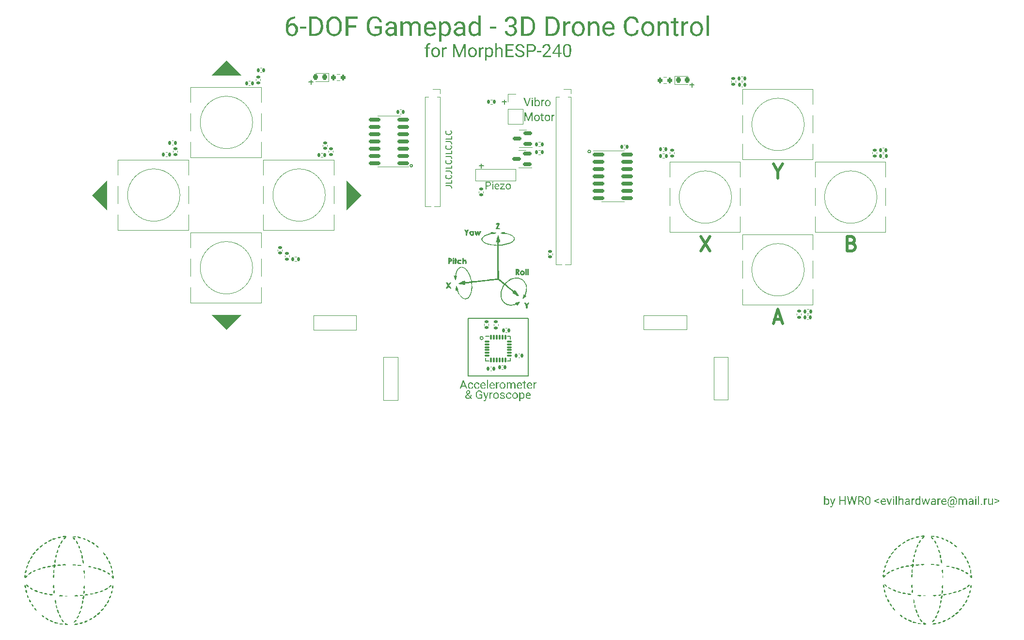
<source format=gbr>
%TF.GenerationSoftware,KiCad,Pcbnew,(5.99.0-11763-gc80efb0f98)*%
%TF.CreationDate,2021-08-20T23:20:59+03:00*%
%TF.ProjectId,mesp240_3Dpad,6d657370-3234-4305-9f33-447061642e6b,rev?*%
%TF.SameCoordinates,Original*%
%TF.FileFunction,Legend,Top*%
%TF.FilePolarity,Positive*%
%FSLAX46Y46*%
G04 Gerber Fmt 4.6, Leading zero omitted, Abs format (unit mm)*
G04 Created by KiCad (PCBNEW (5.99.0-11763-gc80efb0f98)) date 2021-08-20 23:20:59*
%MOMM*%
%LPD*%
G01*
G04 APERTURE LIST*
G04 Aperture macros list*
%AMRoundRect*
0 Rectangle with rounded corners*
0 $1 Rounding radius*
0 $2 $3 $4 $5 $6 $7 $8 $9 X,Y pos of 4 corners*
0 Add a 4 corners polygon primitive as box body*
4,1,4,$2,$3,$4,$5,$6,$7,$8,$9,$2,$3,0*
0 Add four circle primitives for the rounded corners*
1,1,$1+$1,$2,$3*
1,1,$1+$1,$4,$5*
1,1,$1+$1,$6,$7*
1,1,$1+$1,$8,$9*
0 Add four rect primitives between the rounded corners*
20,1,$1+$1,$2,$3,$4,$5,0*
20,1,$1+$1,$4,$5,$6,$7,0*
20,1,$1+$1,$6,$7,$8,$9,0*
20,1,$1+$1,$8,$9,$2,$3,0*%
G04 Aperture macros list end*
%ADD10C,0.100000*%
%ADD11C,0.150000*%
%ADD12C,0.500000*%
%ADD13C,0.120000*%
%ADD14C,0.010000*%
%ADD15R,1.000000X1.000000*%
%ADD16O,1.000000X1.000000*%
%ADD17O,3.048000X1.850000*%
%ADD18RoundRect,0.135000X-0.135000X-0.185000X0.135000X-0.185000X0.135000X0.185000X-0.135000X0.185000X0*%
%ADD19RoundRect,0.135000X0.185000X-0.135000X0.185000X0.135000X-0.185000X0.135000X-0.185000X-0.135000X0*%
%ADD20RoundRect,0.135000X-0.185000X0.135000X-0.185000X-0.135000X0.185000X-0.135000X0.185000X0.135000X0*%
%ADD21C,2.200000*%
%ADD22C,1.800000*%
%ADD23RoundRect,0.150000X0.587500X0.150000X-0.587500X0.150000X-0.587500X-0.150000X0.587500X-0.150000X0*%
%ADD24RoundRect,0.140000X0.170000X-0.140000X0.170000X0.140000X-0.170000X0.140000X-0.170000X-0.140000X0*%
%ADD25RoundRect,0.135000X0.135000X0.185000X-0.135000X0.185000X-0.135000X-0.185000X0.135000X-0.185000X0*%
%ADD26RoundRect,0.140000X-0.140000X-0.170000X0.140000X-0.170000X0.140000X0.170000X-0.140000X0.170000X0*%
%ADD27RoundRect,0.218750X-0.218750X-0.256250X0.218750X-0.256250X0.218750X0.256250X-0.218750X0.256250X0*%
%ADD28R,1.700000X1.700000*%
%ADD29O,1.700000X1.700000*%
%ADD30RoundRect,0.140000X0.140000X0.170000X-0.140000X0.170000X-0.140000X-0.170000X0.140000X-0.170000X0*%
%ADD31RoundRect,0.150000X-0.825000X-0.150000X0.825000X-0.150000X0.825000X0.150000X-0.825000X0.150000X0*%
%ADD32RoundRect,0.075000X-0.350000X-0.075000X0.350000X-0.075000X0.350000X0.075000X-0.350000X0.075000X0*%
%ADD33RoundRect,0.075000X0.075000X-0.350000X0.075000X0.350000X-0.075000X0.350000X-0.075000X-0.350000X0*%
%ADD34RoundRect,0.150000X0.825000X0.150000X-0.825000X0.150000X-0.825000X-0.150000X0.825000X-0.150000X0*%
%ADD35RoundRect,0.200000X0.200000X0.275000X-0.200000X0.275000X-0.200000X-0.275000X0.200000X-0.275000X0*%
%ADD36RoundRect,0.218750X0.218750X0.256250X-0.218750X0.256250X-0.218750X-0.256250X0.218750X-0.256250X0*%
%ADD37RoundRect,0.140000X-0.170000X0.140000X-0.170000X-0.140000X0.170000X-0.140000X0.170000X0.140000X0*%
%ADD38RoundRect,0.200000X-0.200000X-0.275000X0.200000X-0.275000X0.200000X0.275000X-0.200000X0.275000X0*%
G04 APERTURE END LIST*
D10*
X90987880Y-85727540D02*
X93527880Y-83187540D01*
X93527880Y-83187540D02*
X96067880Y-85727540D01*
X96067880Y-85727540D02*
X90987880Y-85727540D01*
G36*
X96067880Y-85727540D02*
G01*
X90987880Y-85727540D01*
X93527880Y-83187540D01*
X96067880Y-85727540D01*
G37*
X96067880Y-85727540D02*
X90987880Y-85727540D01*
X93527880Y-83187540D01*
X96067880Y-85727540D01*
X114482880Y-104142540D02*
X117022880Y-106682540D01*
X117022880Y-106682540D02*
X114482880Y-109222540D01*
X114482880Y-109222540D02*
X114482880Y-104142540D01*
G36*
X117022880Y-106682540D02*
G01*
X114482880Y-109222540D01*
X114482880Y-104142540D01*
X117022880Y-106682540D01*
G37*
X117022880Y-106682540D02*
X114482880Y-109222540D01*
X114482880Y-104142540D01*
X117022880Y-106682540D01*
X96067880Y-127637540D02*
X93527880Y-130177540D01*
X93527880Y-130177540D02*
X90987880Y-127637540D01*
X90987880Y-127637540D02*
X96067880Y-127637540D01*
G36*
X93527880Y-130177540D02*
G01*
X90987880Y-127637540D01*
X96067880Y-127637540D01*
X93527880Y-130177540D01*
G37*
X93527880Y-130177540D02*
X90987880Y-127637540D01*
X96067880Y-127637540D01*
X93527880Y-130177540D01*
X72572880Y-109222540D02*
X70032880Y-106682540D01*
X70032880Y-106682540D02*
X72572880Y-104142540D01*
X72572880Y-104142540D02*
X72572880Y-109222540D01*
G36*
X72572880Y-109222540D02*
G01*
X70032880Y-106682540D01*
X72572880Y-104142540D01*
X72572880Y-109222540D01*
G37*
X72572880Y-109222540D02*
X70032880Y-106682540D01*
X72572880Y-104142540D01*
X72572880Y-109222540D01*
D11*
X126063607Y-101550000D02*
G75*
G03*
X126063607Y-101550000I-223607J0D01*
G01*
X138368701Y-131680000D02*
G75*
G03*
X138368701Y-131680000I-268701J0D01*
G01*
X157154307Y-99070000D02*
G75*
G03*
X157154307Y-99070000I-234307J0D01*
G01*
X146281250Y-128250000D02*
X135718750Y-128250000D01*
X135718750Y-128250000D02*
X135718750Y-138250000D01*
X135718750Y-138250000D02*
X146281250Y-138250000D01*
X146281250Y-138250000D02*
X146281250Y-128250000D01*
X141709047Y-90371428D02*
X142470952Y-90371428D01*
X142090000Y-90752380D02*
X142090000Y-89990476D01*
X137669047Y-101551428D02*
X138430952Y-101551428D01*
X138050000Y-101932380D02*
X138050000Y-101170476D01*
D12*
X189898020Y-102531076D02*
X189898020Y-103721552D01*
X189064686Y-101221552D02*
X189898020Y-102531076D01*
X190731353Y-101221552D01*
D11*
X174469047Y-87421428D02*
X175230952Y-87421428D01*
X174850000Y-87802380D02*
X174850000Y-87040476D01*
X107939047Y-86921428D02*
X108700952Y-86921428D01*
X108320000Y-87302380D02*
X108320000Y-86540476D01*
D12*
X176364686Y-113921552D02*
X178031353Y-116421552D01*
X178031353Y-113921552D02*
X176364686Y-116421552D01*
X202776591Y-115112028D02*
X203133734Y-115231076D01*
X203252781Y-115350123D01*
X203371829Y-115588219D01*
X203371829Y-115945361D01*
X203252781Y-116183457D01*
X203133734Y-116302504D01*
X202895639Y-116421552D01*
X201943258Y-116421552D01*
X201943258Y-113921552D01*
X202776591Y-113921552D01*
X203014686Y-114040600D01*
X203133734Y-114159647D01*
X203252781Y-114397742D01*
X203252781Y-114635838D01*
X203133734Y-114873933D01*
X203014686Y-114992980D01*
X202776591Y-115112028D01*
X201943258Y-115112028D01*
X189302781Y-128407266D02*
X190493258Y-128407266D01*
X189064686Y-129121552D02*
X189898020Y-126621552D01*
X190731353Y-129121552D01*
D11*
X131842380Y-105059047D02*
X132556666Y-105059047D01*
X132699523Y-105106666D01*
X132794761Y-105201904D01*
X132842380Y-105344761D01*
X132842380Y-105440000D01*
X132842380Y-104106666D02*
X132842380Y-104582857D01*
X131842380Y-104582857D01*
X132747142Y-103201904D02*
X132794761Y-103249523D01*
X132842380Y-103392380D01*
X132842380Y-103487619D01*
X132794761Y-103630476D01*
X132699523Y-103725714D01*
X132604285Y-103773333D01*
X132413809Y-103820952D01*
X132270952Y-103820952D01*
X132080476Y-103773333D01*
X131985238Y-103725714D01*
X131890000Y-103630476D01*
X131842380Y-103487619D01*
X131842380Y-103392380D01*
X131890000Y-103249523D01*
X131937619Y-103201904D01*
X131842380Y-102487619D02*
X132556666Y-102487619D01*
X132699523Y-102535238D01*
X132794761Y-102630476D01*
X132842380Y-102773333D01*
X132842380Y-102868571D01*
X132842380Y-101535238D02*
X132842380Y-102011428D01*
X131842380Y-102011428D01*
X132747142Y-100630476D02*
X132794761Y-100678095D01*
X132842380Y-100820952D01*
X132842380Y-100916190D01*
X132794761Y-101059047D01*
X132699523Y-101154285D01*
X132604285Y-101201904D01*
X132413809Y-101249523D01*
X132270952Y-101249523D01*
X132080476Y-101201904D01*
X131985238Y-101154285D01*
X131890000Y-101059047D01*
X131842380Y-100916190D01*
X131842380Y-100820952D01*
X131890000Y-100678095D01*
X131937619Y-100630476D01*
X131842380Y-99916190D02*
X132556666Y-99916190D01*
X132699523Y-99963809D01*
X132794761Y-100059047D01*
X132842380Y-100201904D01*
X132842380Y-100297142D01*
X132842380Y-98963809D02*
X132842380Y-99440000D01*
X131842380Y-99440000D01*
X132747142Y-98059047D02*
X132794761Y-98106666D01*
X132842380Y-98249523D01*
X132842380Y-98344761D01*
X132794761Y-98487619D01*
X132699523Y-98582857D01*
X132604285Y-98630476D01*
X132413809Y-98678095D01*
X132270952Y-98678095D01*
X132080476Y-98630476D01*
X131985238Y-98582857D01*
X131890000Y-98487619D01*
X131842380Y-98344761D01*
X131842380Y-98249523D01*
X131890000Y-98106666D01*
X131937619Y-98059047D01*
X131842380Y-97344761D02*
X132556666Y-97344761D01*
X132699523Y-97392380D01*
X132794761Y-97487619D01*
X132842380Y-97630476D01*
X132842380Y-97725714D01*
X132842380Y-96392380D02*
X132842380Y-96868571D01*
X131842380Y-96868571D01*
X132747142Y-95487619D02*
X132794761Y-95535238D01*
X132842380Y-95678095D01*
X132842380Y-95773333D01*
X132794761Y-95916190D01*
X132699523Y-96011428D01*
X132604285Y-96059047D01*
X132413809Y-96106666D01*
X132270952Y-96106666D01*
X132080476Y-96059047D01*
X131985238Y-96011428D01*
X131890000Y-95916190D01*
X131842380Y-95773333D01*
X131842380Y-95678095D01*
X131890000Y-95535238D01*
X131937619Y-95487619D01*
D13*
%TO.C,J1*%
X128210000Y-89535000D02*
X128210000Y-108645000D01*
X129540000Y-88140000D02*
X130870000Y-88140000D01*
X130300000Y-89535000D02*
X130870000Y-89535000D01*
X130870000Y-89535000D02*
X130870000Y-108645000D01*
X129847530Y-108645000D02*
X130870000Y-108645000D01*
X128210000Y-108645000D02*
X129232470Y-108645000D01*
X130870000Y-88140000D02*
X130870000Y-88900000D01*
X128210000Y-89535000D02*
X128780000Y-89535000D01*
%TO.C,J2*%
X151070000Y-89535000D02*
X151640000Y-89535000D01*
X151070000Y-118805000D02*
X152092470Y-118805000D01*
X153160000Y-89535000D02*
X153730000Y-89535000D01*
X152400000Y-88140000D02*
X153730000Y-88140000D01*
X153730000Y-88140000D02*
X153730000Y-88900000D01*
X151070000Y-89535000D02*
X151070000Y-118805000D01*
X152707530Y-118805000D02*
X153730000Y-118805000D01*
X153730000Y-89535000D02*
X153730000Y-118805000D01*
%TO.C,SW1*%
X99577900Y-113193000D02*
X99577900Y-115913000D01*
X99577900Y-122773000D02*
X99577900Y-125493000D01*
X87277900Y-113193000D02*
X99577900Y-113193000D01*
X87277900Y-115913000D02*
X87277900Y-113193000D01*
X99577900Y-125493000D02*
X87277900Y-125493000D01*
X87277900Y-120913000D02*
X87277900Y-117773000D01*
X87277900Y-125493000D02*
X87277900Y-122773000D01*
X99577900Y-117773000D02*
X99577900Y-120913000D01*
X98106950Y-119383000D02*
G75*
G03*
X98106950Y-119383000I-4579050J0D01*
G01*
%TO.C,SW2*%
X86877900Y-110073000D02*
X86877900Y-112793000D01*
X74577900Y-103213000D02*
X74577900Y-100493000D01*
X86877900Y-105073000D02*
X86877900Y-108213000D01*
X86877900Y-100493000D02*
X86877900Y-103213000D01*
X74577900Y-108213000D02*
X74577900Y-105073000D01*
X74577900Y-112793000D02*
X74577900Y-110073000D01*
X74577900Y-100493000D02*
X86877900Y-100493000D01*
X86877900Y-112793000D02*
X74577900Y-112793000D01*
X85406950Y-106683000D02*
G75*
G03*
X85406950Y-106683000I-4579050J0D01*
G01*
%TO.C,SW3*%
X112277900Y-105073000D02*
X112277900Y-108213000D01*
X112277900Y-112793000D02*
X99977900Y-112793000D01*
X112277900Y-100493000D02*
X112277900Y-103213000D01*
X99977900Y-100493000D02*
X112277900Y-100493000D01*
X99977900Y-112793000D02*
X99977900Y-110073000D01*
X99977900Y-103213000D02*
X99977900Y-100493000D01*
X112277900Y-110073000D02*
X112277900Y-112793000D01*
X99977900Y-108213000D02*
X99977900Y-105073000D01*
X110806950Y-106683000D02*
G75*
G03*
X110806950Y-106683000I-4579050J0D01*
G01*
%TO.C,SW4*%
X99577900Y-87792500D02*
X99577900Y-90512500D01*
X99577900Y-97372500D02*
X99577900Y-100092500D01*
X87277900Y-90512500D02*
X87277900Y-87792500D01*
X99577900Y-100092500D02*
X87277900Y-100092500D01*
X87277900Y-100092500D02*
X87277900Y-97372500D01*
X87277900Y-87792500D02*
X99577900Y-87792500D01*
X99577900Y-92372500D02*
X99577900Y-95512500D01*
X87277900Y-95512500D02*
X87277900Y-92372500D01*
X98106950Y-93982500D02*
G75*
G03*
X98106950Y-93982500I-4579050J0D01*
G01*
%TO.C,SW5*%
X196348000Y-113146000D02*
X196348000Y-110426000D01*
X208648000Y-100846000D02*
X208648000Y-103566000D01*
X208648000Y-113146000D02*
X196348000Y-113146000D01*
X196348000Y-103566000D02*
X196348000Y-100846000D01*
X208648000Y-105426000D02*
X208648000Y-108566000D01*
X196348000Y-100846000D02*
X208648000Y-100846000D01*
X196348000Y-108566000D02*
X196348000Y-105426000D01*
X208648000Y-110426000D02*
X208648000Y-113146000D01*
X207177050Y-107036000D02*
G75*
G03*
X207177050Y-107036000I-4579050J0D01*
G01*
%TO.C,SW6*%
X170948000Y-108566000D02*
X170948000Y-105426000D01*
X183248000Y-110426000D02*
X183248000Y-113146000D01*
X183248000Y-105426000D02*
X183248000Y-108566000D01*
X170948000Y-113146000D02*
X170948000Y-110426000D01*
X170948000Y-103566000D02*
X170948000Y-100846000D01*
X183248000Y-113146000D02*
X170948000Y-113146000D01*
X183248000Y-100846000D02*
X183248000Y-103566000D01*
X170948000Y-100846000D02*
X183248000Y-100846000D01*
X181777050Y-107036000D02*
G75*
G03*
X181777050Y-107036000I-4579050J0D01*
G01*
%TO.C,SW7*%
X195948000Y-88145600D02*
X195948000Y-90865600D01*
X183648000Y-100445600D02*
X183648000Y-97725600D01*
X183648000Y-88145600D02*
X195948000Y-88145600D01*
X195948000Y-92725600D02*
X195948000Y-95865600D01*
X195948000Y-100445600D02*
X183648000Y-100445600D01*
X183648000Y-95865600D02*
X183648000Y-92725600D01*
X195948000Y-97725600D02*
X195948000Y-100445600D01*
X183648000Y-90865600D02*
X183648000Y-88145600D01*
X194477050Y-94335600D02*
G75*
G03*
X194477050Y-94335600I-4579050J0D01*
G01*
%TO.C,SW8*%
X183648000Y-125846000D02*
X183648000Y-123126000D01*
X195948000Y-113546000D02*
X195948000Y-116266000D01*
X195948000Y-125846000D02*
X183648000Y-125846000D01*
X195948000Y-118126000D02*
X195948000Y-121266000D01*
X183648000Y-113546000D02*
X195948000Y-113546000D01*
X183648000Y-116266000D02*
X183648000Y-113546000D01*
X195948000Y-123126000D02*
X195948000Y-125846000D01*
X183648000Y-121266000D02*
X183648000Y-118126000D01*
X194477050Y-119736000D02*
G75*
G03*
X194477050Y-119736000I-4579050J0D01*
G01*
D14*
%TO.C,G\u002A\u002A\u002A7*%
X135769307Y-112699605D02*
X135793129Y-112725127D01*
X135793129Y-112725127D02*
X135775639Y-112792222D01*
X135775639Y-112792222D02*
X135714755Y-112920981D01*
X135714755Y-112920981D02*
X135674689Y-113000363D01*
X135674689Y-113000363D02*
X135575946Y-113266329D01*
X135575946Y-113266329D02*
X135547689Y-113481274D01*
X135547689Y-113481274D02*
X135541142Y-113624774D01*
X135541142Y-113624774D02*
X135513915Y-113692898D01*
X135513915Y-113692898D02*
X135454626Y-113711442D01*
X135454626Y-113711442D02*
X135446089Y-113711563D01*
X135446089Y-113711563D02*
X135382778Y-113696724D01*
X135382778Y-113696724D02*
X135352723Y-113635010D01*
X135352723Y-113635010D02*
X135344542Y-113500625D01*
X135344542Y-113500625D02*
X135344489Y-113481274D01*
X135344489Y-113481274D02*
X135305274Y-113224838D01*
X135305274Y-113224838D02*
X135217489Y-113000363D01*
X135217489Y-113000363D02*
X135137294Y-112838890D01*
X135137294Y-112838890D02*
X135101388Y-112747726D01*
X135101388Y-112747726D02*
X135107690Y-112706779D01*
X135107690Y-112706779D02*
X135154120Y-112695958D01*
X135154120Y-112695958D02*
X135185925Y-112695563D01*
X135185925Y-112695563D02*
X135277967Y-112742291D01*
X135277967Y-112742291D02*
X135344489Y-112847963D01*
X135344489Y-112847963D02*
X135398393Y-112952595D01*
X135398393Y-112952595D02*
X135443728Y-113000102D01*
X135443728Y-113000102D02*
X135446089Y-113000363D01*
X135446089Y-113000363D02*
X135489837Y-112958515D01*
X135489837Y-112958515D02*
X135543927Y-112856885D01*
X135543927Y-112856885D02*
X135547689Y-112847963D01*
X135547689Y-112847963D02*
X135625029Y-112731893D01*
X135625029Y-112731893D02*
X135706252Y-112695563D01*
X135706252Y-112695563D02*
X135769307Y-112699605D01*
X135769307Y-112699605D02*
X135769307Y-112699605D01*
G36*
X135769307Y-112699605D02*
G01*
X135793129Y-112725127D01*
X135775639Y-112792222D01*
X135714755Y-112920981D01*
X135674689Y-113000363D01*
X135575946Y-113266329D01*
X135547689Y-113481274D01*
X135541142Y-113624774D01*
X135513915Y-113692898D01*
X135454626Y-113711442D01*
X135446089Y-113711563D01*
X135382778Y-113696724D01*
X135352723Y-113635010D01*
X135344542Y-113500625D01*
X135344489Y-113481274D01*
X135305274Y-113224838D01*
X135217489Y-113000363D01*
X135137294Y-112838890D01*
X135101388Y-112747726D01*
X135107690Y-112706779D01*
X135154120Y-112695958D01*
X135185925Y-112695563D01*
X135277967Y-112742291D01*
X135344489Y-112847963D01*
X135398393Y-112952595D01*
X135443728Y-113000102D01*
X135446089Y-113000363D01*
X135489837Y-112958515D01*
X135543927Y-112856885D01*
X135547689Y-112847963D01*
X135625029Y-112731893D01*
X135706252Y-112695563D01*
X135769307Y-112699605D01*
G37*
X135769307Y-112699605D02*
X135793129Y-112725127D01*
X135775639Y-112792222D01*
X135714755Y-112920981D01*
X135674689Y-113000363D01*
X135575946Y-113266329D01*
X135547689Y-113481274D01*
X135541142Y-113624774D01*
X135513915Y-113692898D01*
X135454626Y-113711442D01*
X135446089Y-113711563D01*
X135382778Y-113696724D01*
X135352723Y-113635010D01*
X135344542Y-113500625D01*
X135344489Y-113481274D01*
X135305274Y-113224838D01*
X135217489Y-113000363D01*
X135137294Y-112838890D01*
X135101388Y-112747726D01*
X135107690Y-112706779D01*
X135154120Y-112695958D01*
X135185925Y-112695563D01*
X135277967Y-112742291D01*
X135344489Y-112847963D01*
X135398393Y-112952595D01*
X135443728Y-113000102D01*
X135446089Y-113000363D01*
X135489837Y-112958515D01*
X135543927Y-112856885D01*
X135547689Y-112847963D01*
X135625029Y-112731893D01*
X135706252Y-112695563D01*
X135769307Y-112699605D01*
X132670918Y-121946926D02*
X132693841Y-121976267D01*
X132693841Y-121976267D02*
X132664493Y-122047260D01*
X132664493Y-122047260D02*
X132579672Y-122177979D01*
X132579672Y-122177979D02*
X132549082Y-122222607D01*
X132549082Y-122222607D02*
X132395275Y-122446158D01*
X132395275Y-122446158D02*
X132549082Y-122658482D01*
X132549082Y-122658482D02*
X132653739Y-122812066D01*
X132653739Y-122812066D02*
X132694770Y-122903293D01*
X132694770Y-122903293D02*
X132674868Y-122946772D01*
X132674868Y-122946772D02*
X132604161Y-122957163D01*
X132604161Y-122957163D02*
X132510456Y-122915289D01*
X132510456Y-122915289D02*
X132419248Y-122811131D01*
X132419248Y-122811131D02*
X132415408Y-122804763D01*
X132415408Y-122804763D02*
X132348377Y-122703123D01*
X132348377Y-122703123D02*
X132301914Y-122653483D01*
X132301914Y-122653483D02*
X132298236Y-122652509D01*
X132298236Y-122652509D02*
X132255025Y-122690521D01*
X132255025Y-122690521D02*
X132183681Y-122783896D01*
X132183681Y-122783896D02*
X132169489Y-122804763D01*
X132169489Y-122804763D02*
X132085088Y-122895847D01*
X132085088Y-122895847D02*
X131991199Y-122951598D01*
X131991199Y-122951598D02*
X131916697Y-122960295D01*
X131916697Y-122960295D02*
X131890089Y-122918155D01*
X131890089Y-122918155D02*
X131916399Y-122855732D01*
X131916399Y-122855732D02*
X131982654Y-122744391D01*
X131982654Y-122744391D02*
X132017089Y-122692250D01*
X132017089Y-122692250D02*
X132095014Y-122563363D01*
X132095014Y-122563363D02*
X132139833Y-122461711D01*
X132139833Y-122461711D02*
X132144089Y-122438250D01*
X132144089Y-122438250D02*
X132117194Y-122357498D01*
X132117194Y-122357498D02*
X132049640Y-122234402D01*
X132049640Y-122234402D02*
X132017089Y-122184250D01*
X132017089Y-122184250D02*
X131928686Y-122048501D01*
X131928686Y-122048501D02*
X131897897Y-121975587D01*
X131897897Y-121975587D02*
X131922479Y-121946243D01*
X131922479Y-121946243D02*
X131988816Y-121941163D01*
X131988816Y-121941163D02*
X132082521Y-121983036D01*
X132082521Y-121983036D02*
X132173729Y-122087194D01*
X132173729Y-122087194D02*
X132177569Y-122093563D01*
X132177569Y-122093563D02*
X132244594Y-122195150D01*
X132244594Y-122195150D02*
X132291057Y-122244685D01*
X132291057Y-122244685D02*
X132294741Y-122245641D01*
X132294741Y-122245641D02*
X132335396Y-122205959D01*
X132335396Y-122205959D02*
X132399175Y-122109237D01*
X132399175Y-122109237D02*
X132408426Y-122093241D01*
X132408426Y-122093241D02*
X132503881Y-121979783D01*
X132503881Y-121979783D02*
X132598926Y-121941163D01*
X132598926Y-121941163D02*
X132670918Y-121946926D01*
X132670918Y-121946926D02*
X132670918Y-121946926D01*
G36*
X132670918Y-121946926D02*
G01*
X132693841Y-121976267D01*
X132664493Y-122047260D01*
X132579672Y-122177979D01*
X132549082Y-122222607D01*
X132395275Y-122446158D01*
X132549082Y-122658482D01*
X132653739Y-122812066D01*
X132694770Y-122903293D01*
X132674868Y-122946772D01*
X132604161Y-122957163D01*
X132510456Y-122915289D01*
X132419248Y-122811131D01*
X132415408Y-122804763D01*
X132348377Y-122703123D01*
X132301914Y-122653483D01*
X132298236Y-122652509D01*
X132255025Y-122690521D01*
X132183681Y-122783896D01*
X132169489Y-122804763D01*
X132085088Y-122895847D01*
X131991199Y-122951598D01*
X131916697Y-122960295D01*
X131890089Y-122918155D01*
X131916399Y-122855732D01*
X131982654Y-122744391D01*
X132017089Y-122692250D01*
X132095014Y-122563363D01*
X132139833Y-122461711D01*
X132144089Y-122438250D01*
X132117194Y-122357498D01*
X132049640Y-122234402D01*
X132017089Y-122184250D01*
X131928686Y-122048501D01*
X131897897Y-121975587D01*
X131922479Y-121946243D01*
X131988816Y-121941163D01*
X132082521Y-121983036D01*
X132173729Y-122087194D01*
X132177569Y-122093563D01*
X132244594Y-122195150D01*
X132291057Y-122244685D01*
X132294741Y-122245641D01*
X132335396Y-122205959D01*
X132399175Y-122109237D01*
X132408426Y-122093241D01*
X132503881Y-121979783D01*
X132598926Y-121941163D01*
X132670918Y-121946926D01*
G37*
X132670918Y-121946926D02*
X132693841Y-121976267D01*
X132664493Y-122047260D01*
X132579672Y-122177979D01*
X132549082Y-122222607D01*
X132395275Y-122446158D01*
X132549082Y-122658482D01*
X132653739Y-122812066D01*
X132694770Y-122903293D01*
X132674868Y-122946772D01*
X132604161Y-122957163D01*
X132510456Y-122915289D01*
X132419248Y-122811131D01*
X132415408Y-122804763D01*
X132348377Y-122703123D01*
X132301914Y-122653483D01*
X132298236Y-122652509D01*
X132255025Y-122690521D01*
X132183681Y-122783896D01*
X132169489Y-122804763D01*
X132085088Y-122895847D01*
X131991199Y-122951598D01*
X131916697Y-122960295D01*
X131890089Y-122918155D01*
X131916399Y-122855732D01*
X131982654Y-122744391D01*
X132017089Y-122692250D01*
X132095014Y-122563363D01*
X132139833Y-122461711D01*
X132144089Y-122438250D01*
X132117194Y-122357498D01*
X132049640Y-122234402D01*
X132017089Y-122184250D01*
X131928686Y-122048501D01*
X131897897Y-121975587D01*
X131922479Y-121946243D01*
X131988816Y-121941163D01*
X132082521Y-121983036D01*
X132173729Y-122087194D01*
X132177569Y-122093563D01*
X132244594Y-122195150D01*
X132291057Y-122244685D01*
X132294741Y-122245641D01*
X132335396Y-122205959D01*
X132399175Y-122109237D01*
X132408426Y-122093241D01*
X132503881Y-121979783D01*
X132598926Y-121941163D01*
X132670918Y-121946926D01*
X132683909Y-117707436D02*
X132815977Y-117793685D01*
X132815977Y-117793685D02*
X132890331Y-117911448D01*
X132890331Y-117911448D02*
X132901408Y-118039466D01*
X132901408Y-118039466D02*
X132843646Y-118156478D01*
X132843646Y-118156478D02*
X132711482Y-118241225D01*
X132711482Y-118241225D02*
X132652511Y-118258070D01*
X132652511Y-118258070D02*
X132552802Y-118291033D01*
X132552802Y-118291033D02*
X132509476Y-118353571D01*
X132509476Y-118353571D02*
X132499706Y-118480442D01*
X132499706Y-118480442D02*
X132499689Y-118490799D01*
X132499689Y-118490799D02*
X132490796Y-118622121D01*
X132490796Y-118622121D02*
X132455027Y-118679436D01*
X132455027Y-118679436D02*
X132398089Y-118689963D01*
X132398089Y-118689963D02*
X132351847Y-118682990D01*
X132351847Y-118682990D02*
X132322244Y-118649814D01*
X132322244Y-118649814D02*
X132305604Y-118572045D01*
X132305604Y-118572045D02*
X132298247Y-118431293D01*
X132298247Y-118431293D02*
X132296497Y-118209169D01*
X132296497Y-118209169D02*
X132296489Y-118181963D01*
X132296489Y-118181963D02*
X132296489Y-117978763D01*
X132296489Y-117978763D02*
X132499689Y-117978763D01*
X132499689Y-117978763D02*
X132535610Y-118063665D01*
X132535610Y-118063665D02*
X132601289Y-118080363D01*
X132601289Y-118080363D02*
X132686191Y-118044441D01*
X132686191Y-118044441D02*
X132702889Y-117978763D01*
X132702889Y-117978763D02*
X132666967Y-117893860D01*
X132666967Y-117893860D02*
X132601289Y-117877163D01*
X132601289Y-117877163D02*
X132516386Y-117913084D01*
X132516386Y-117913084D02*
X132499689Y-117978763D01*
X132499689Y-117978763D02*
X132296489Y-117978763D01*
X132296489Y-117978763D02*
X132296489Y-117673963D01*
X132296489Y-117673963D02*
X132499689Y-117673963D01*
X132499689Y-117673963D02*
X132683909Y-117707436D01*
X132683909Y-117707436D02*
X132683909Y-117707436D01*
G36*
X132499689Y-117673963D02*
G01*
X132683909Y-117707436D01*
X132815977Y-117793685D01*
X132890331Y-117911448D01*
X132901408Y-118039466D01*
X132843646Y-118156478D01*
X132711482Y-118241225D01*
X132652511Y-118258070D01*
X132552802Y-118291033D01*
X132509476Y-118353571D01*
X132499706Y-118480442D01*
X132499689Y-118490799D01*
X132490796Y-118622121D01*
X132455027Y-118679436D01*
X132398089Y-118689963D01*
X132351847Y-118682990D01*
X132322244Y-118649814D01*
X132305604Y-118572045D01*
X132298247Y-118431293D01*
X132296497Y-118209169D01*
X132296489Y-118181963D01*
X132296489Y-117978763D01*
X132499689Y-117978763D01*
X132535610Y-118063665D01*
X132601289Y-118080363D01*
X132686191Y-118044441D01*
X132702889Y-117978763D01*
X132666967Y-117893860D01*
X132601289Y-117877163D01*
X132516386Y-117913084D01*
X132499689Y-117978763D01*
X132296489Y-117978763D01*
X132296489Y-117673963D01*
X132499689Y-117673963D01*
G37*
X132499689Y-117673963D02*
X132683909Y-117707436D01*
X132815977Y-117793685D01*
X132890331Y-117911448D01*
X132901408Y-118039466D01*
X132843646Y-118156478D01*
X132711482Y-118241225D01*
X132652511Y-118258070D01*
X132552802Y-118291033D01*
X132509476Y-118353571D01*
X132499706Y-118480442D01*
X132499689Y-118490799D01*
X132490796Y-118622121D01*
X132455027Y-118679436D01*
X132398089Y-118689963D01*
X132351847Y-118682990D01*
X132322244Y-118649814D01*
X132305604Y-118572045D01*
X132298247Y-118431293D01*
X132296497Y-118209169D01*
X132296489Y-118181963D01*
X132296489Y-117978763D01*
X132499689Y-117978763D01*
X132535610Y-118063665D01*
X132601289Y-118080363D01*
X132686191Y-118044441D01*
X132702889Y-117978763D01*
X132666967Y-117893860D01*
X132601289Y-117877163D01*
X132516386Y-117913084D01*
X132499689Y-117978763D01*
X132296489Y-117978763D01*
X132296489Y-117673963D01*
X132499689Y-117673963D01*
X141161012Y-111587539D02*
X141197815Y-111623975D01*
X141197815Y-111623975D02*
X141186224Y-111703257D01*
X141186224Y-111703257D02*
X141128988Y-111841695D01*
X141128988Y-111841695D02*
X141028856Y-112055598D01*
X141028856Y-112055598D02*
X141016249Y-112082493D01*
X141016249Y-112082493D02*
X140951498Y-112235726D01*
X140951498Y-112235726D02*
X140914944Y-112352456D01*
X140914944Y-112352456D02*
X140912793Y-112399993D01*
X140912793Y-112399993D02*
X140976972Y-112429854D01*
X140976972Y-112429854D02*
X141087887Y-112441563D01*
X141087887Y-112441563D02*
X141206668Y-112464662D01*
X141206668Y-112464662D02*
X141237289Y-112517763D01*
X141237289Y-112517763D02*
X141215081Y-112560690D01*
X141215081Y-112560690D02*
X141135804Y-112584450D01*
X141135804Y-112584450D02*
X140980472Y-112593468D01*
X140980472Y-112593468D02*
X140910394Y-112593963D01*
X140910394Y-112593963D02*
X140583499Y-112593963D01*
X140583499Y-112593963D02*
X140757994Y-112216292D01*
X140757994Y-112216292D02*
X140838694Y-112038349D01*
X140838694Y-112038349D02*
X140899612Y-111897784D01*
X140899612Y-111897784D02*
X140930566Y-111818306D01*
X140930566Y-111818306D02*
X140932489Y-111809892D01*
X140932489Y-111809892D02*
X140888269Y-111789706D01*
X140888269Y-111789706D02*
X140781753Y-111781164D01*
X140781753Y-111781164D02*
X140780089Y-111781163D01*
X140780089Y-111781163D02*
X140668536Y-111765196D01*
X140668536Y-111765196D02*
X140629261Y-111705789D01*
X140629261Y-111705789D02*
X140627689Y-111679563D01*
X140627689Y-111679563D02*
X140638855Y-111622725D01*
X140638855Y-111622725D02*
X140687872Y-111592064D01*
X140687872Y-111592064D02*
X140798015Y-111579789D01*
X140798015Y-111579789D02*
X140931231Y-111577963D01*
X140931231Y-111577963D02*
X141073067Y-111577638D01*
X141073067Y-111577638D02*
X141161012Y-111587539D01*
X141161012Y-111587539D02*
X141161012Y-111587539D01*
G36*
X141161012Y-111587539D02*
G01*
X141197815Y-111623975D01*
X141186224Y-111703257D01*
X141128988Y-111841695D01*
X141028856Y-112055598D01*
X141016249Y-112082493D01*
X140951498Y-112235726D01*
X140914944Y-112352456D01*
X140912793Y-112399993D01*
X140976972Y-112429854D01*
X141087887Y-112441563D01*
X141206668Y-112464662D01*
X141237289Y-112517763D01*
X141215081Y-112560690D01*
X141135804Y-112584450D01*
X140980472Y-112593468D01*
X140910394Y-112593963D01*
X140583499Y-112593963D01*
X140757994Y-112216292D01*
X140838694Y-112038349D01*
X140899612Y-111897784D01*
X140930566Y-111818306D01*
X140932489Y-111809892D01*
X140888269Y-111789706D01*
X140781753Y-111781164D01*
X140780089Y-111781163D01*
X140668536Y-111765196D01*
X140629261Y-111705789D01*
X140627689Y-111679563D01*
X140638855Y-111622725D01*
X140687872Y-111592064D01*
X140798015Y-111579789D01*
X140931231Y-111577963D01*
X141073067Y-111577638D01*
X141161012Y-111587539D01*
G37*
X141161012Y-111587539D02*
X141197815Y-111623975D01*
X141186224Y-111703257D01*
X141128988Y-111841695D01*
X141028856Y-112055598D01*
X141016249Y-112082493D01*
X140951498Y-112235726D01*
X140914944Y-112352456D01*
X140912793Y-112399993D01*
X140976972Y-112429854D01*
X141087887Y-112441563D01*
X141206668Y-112464662D01*
X141237289Y-112517763D01*
X141215081Y-112560690D01*
X141135804Y-112584450D01*
X140980472Y-112593468D01*
X140910394Y-112593963D01*
X140583499Y-112593963D01*
X140757994Y-112216292D01*
X140838694Y-112038349D01*
X140899612Y-111897784D01*
X140930566Y-111818306D01*
X140932489Y-111809892D01*
X140888269Y-111789706D01*
X140781753Y-111781164D01*
X140780089Y-111781163D01*
X140668536Y-111765196D01*
X140629261Y-111705789D01*
X140627689Y-111679563D01*
X140638855Y-111622725D01*
X140687872Y-111592064D01*
X140798015Y-111579789D01*
X140931231Y-111577963D01*
X141073067Y-111577638D01*
X141161012Y-111587539D01*
X133595359Y-117703728D02*
X133617289Y-117800963D01*
X133617289Y-117800963D02*
X133634678Y-117896431D01*
X133634678Y-117896431D02*
X133668089Y-117927963D01*
X133668089Y-117927963D02*
X133709363Y-117970510D01*
X133709363Y-117970510D02*
X133718889Y-118029563D01*
X133718889Y-118029563D02*
X133697615Y-118112111D01*
X133697615Y-118112111D02*
X133668089Y-118131163D01*
X133668089Y-118131163D02*
X133640269Y-118177094D01*
X133640269Y-118177094D02*
X133621817Y-118295577D01*
X133621817Y-118295577D02*
X133617289Y-118410563D01*
X133617289Y-118410563D02*
X133612879Y-118572027D01*
X133612879Y-118572027D02*
X133593812Y-118656141D01*
X133593812Y-118656141D02*
X133551333Y-118686983D01*
X133551333Y-118686983D02*
X133515689Y-118689963D01*
X133515689Y-118689963D02*
X133456118Y-118677370D01*
X133456118Y-118677370D02*
X133425592Y-118623308D01*
X133425592Y-118623308D02*
X133414892Y-118503347D01*
X133414892Y-118503347D02*
X133414089Y-118420722D01*
X133414089Y-118420722D02*
X133403196Y-118256706D01*
X133403196Y-118256706D02*
X133375328Y-118131307D01*
X133375328Y-118131307D02*
X133353129Y-118090522D01*
X133353129Y-118090522D02*
X133318325Y-118021394D01*
X133318325Y-118021394D02*
X133353129Y-117968603D01*
X133353129Y-117968603D02*
X133402342Y-117871292D01*
X133402342Y-117871292D02*
X133414089Y-117790803D01*
X133414089Y-117790803D02*
X133442346Y-117696554D01*
X133442346Y-117696554D02*
X133515689Y-117673963D01*
X133515689Y-117673963D02*
X133595359Y-117703728D01*
X133595359Y-117703728D02*
X133595359Y-117703728D01*
G36*
X133595359Y-117703728D02*
G01*
X133617289Y-117800963D01*
X133634678Y-117896431D01*
X133668089Y-117927963D01*
X133709363Y-117970510D01*
X133718889Y-118029563D01*
X133697615Y-118112111D01*
X133668089Y-118131163D01*
X133640269Y-118177094D01*
X133621817Y-118295577D01*
X133617289Y-118410563D01*
X133612879Y-118572027D01*
X133593812Y-118656141D01*
X133551333Y-118686983D01*
X133515689Y-118689963D01*
X133456118Y-118677370D01*
X133425592Y-118623308D01*
X133414892Y-118503347D01*
X133414089Y-118420722D01*
X133403196Y-118256706D01*
X133375328Y-118131307D01*
X133353129Y-118090522D01*
X133318325Y-118021394D01*
X133353129Y-117968603D01*
X133402342Y-117871292D01*
X133414089Y-117790803D01*
X133442346Y-117696554D01*
X133515689Y-117673963D01*
X133595359Y-117703728D01*
G37*
X133595359Y-117703728D02*
X133617289Y-117800963D01*
X133634678Y-117896431D01*
X133668089Y-117927963D01*
X133709363Y-117970510D01*
X133718889Y-118029563D01*
X133697615Y-118112111D01*
X133668089Y-118131163D01*
X133640269Y-118177094D01*
X133621817Y-118295577D01*
X133617289Y-118410563D01*
X133612879Y-118572027D01*
X133593812Y-118656141D01*
X133551333Y-118686983D01*
X133515689Y-118689963D01*
X133456118Y-118677370D01*
X133425592Y-118623308D01*
X133414892Y-118503347D01*
X133414089Y-118420722D01*
X133403196Y-118256706D01*
X133375328Y-118131307D01*
X133353129Y-118090522D01*
X133318325Y-118021394D01*
X133353129Y-117968603D01*
X133402342Y-117871292D01*
X133414089Y-117790803D01*
X133442346Y-117696554D01*
X133515689Y-117673963D01*
X133595359Y-117703728D01*
X133219787Y-117662541D02*
X133251966Y-117749874D01*
X133251966Y-117749874D02*
X133219434Y-117837882D01*
X133219434Y-117837882D02*
X133141718Y-117877163D01*
X133141718Y-117877163D02*
X133060992Y-117836322D01*
X133060992Y-117836322D02*
X133041543Y-117804677D01*
X133041543Y-117804677D02*
X133047766Y-117718189D01*
X133047766Y-117718189D02*
X133109177Y-117654466D01*
X133109177Y-117654466D02*
X133188597Y-117643155D01*
X133188597Y-117643155D02*
X133219787Y-117662541D01*
X133219787Y-117662541D02*
X133219787Y-117662541D01*
G36*
X133219787Y-117662541D02*
G01*
X133251966Y-117749874D01*
X133219434Y-117837882D01*
X133141718Y-117877163D01*
X133060992Y-117836322D01*
X133041543Y-117804677D01*
X133047766Y-117718189D01*
X133109177Y-117654466D01*
X133188597Y-117643155D01*
X133219787Y-117662541D01*
G37*
X133219787Y-117662541D02*
X133251966Y-117749874D01*
X133219434Y-117837882D01*
X133141718Y-117877163D01*
X133060992Y-117836322D01*
X133041543Y-117804677D01*
X133047766Y-117718189D01*
X133109177Y-117654466D01*
X133188597Y-117643155D01*
X133219787Y-117662541D01*
X133147389Y-117937476D02*
X133195427Y-117963907D01*
X133195427Y-117963907D02*
X133225408Y-118034699D01*
X133225408Y-118034699D02*
X133242998Y-118170848D01*
X133242998Y-118170848D02*
X133251214Y-118322201D01*
X133251214Y-118322201D02*
X133256719Y-118512299D01*
X133256719Y-118512299D02*
X133250511Y-118622523D01*
X133250511Y-118622523D02*
X133227389Y-118674391D01*
X133227389Y-118674391D02*
X133182151Y-118689419D01*
X133182151Y-118689419D02*
X133162314Y-118689963D01*
X133162314Y-118689963D02*
X133109483Y-118681558D01*
X133109483Y-118681558D02*
X133078388Y-118642330D01*
X133078388Y-118642330D02*
X133063355Y-118551252D01*
X133063355Y-118551252D02*
X133058710Y-118387303D01*
X133058710Y-118387303D02*
X133058489Y-118305238D01*
X133058489Y-118305238D02*
X133061090Y-118109299D01*
X133061090Y-118109299D02*
X133072033Y-117995416D01*
X133072033Y-117995416D02*
X133096025Y-117944112D01*
X133096025Y-117944112D02*
X133137777Y-117935908D01*
X133137777Y-117935908D02*
X133147389Y-117937476D01*
X133147389Y-117937476D02*
X133147389Y-117937476D01*
G36*
X133147389Y-117937476D02*
G01*
X133195427Y-117963907D01*
X133225408Y-118034699D01*
X133242998Y-118170848D01*
X133251214Y-118322201D01*
X133256719Y-118512299D01*
X133250511Y-118622523D01*
X133227389Y-118674391D01*
X133182151Y-118689419D01*
X133162314Y-118689963D01*
X133109483Y-118681558D01*
X133078388Y-118642330D01*
X133063355Y-118551252D01*
X133058710Y-118387303D01*
X133058489Y-118305238D01*
X133061090Y-118109299D01*
X133072033Y-117995416D01*
X133096025Y-117944112D01*
X133137777Y-117935908D01*
X133147389Y-117937476D01*
G37*
X133147389Y-117937476D02*
X133195427Y-117963907D01*
X133225408Y-118034699D01*
X133242998Y-118170848D01*
X133251214Y-118322201D01*
X133256719Y-118512299D01*
X133250511Y-118622523D01*
X133227389Y-118674391D01*
X133182151Y-118689419D01*
X133162314Y-118689963D01*
X133109483Y-118681558D01*
X133078388Y-118642330D01*
X133063355Y-118551252D01*
X133058710Y-118387303D01*
X133058489Y-118305238D01*
X133061090Y-118109299D01*
X133072033Y-117995416D01*
X133096025Y-117944112D01*
X133137777Y-117935908D01*
X133147389Y-117937476D01*
X137895121Y-112950233D02*
X137922365Y-112964874D01*
X137922365Y-112964874D02*
X137921614Y-113012436D01*
X137921614Y-113012436D02*
X137891022Y-113111864D01*
X137891022Y-113111864D02*
X137828741Y-113282108D01*
X137828741Y-113282108D02*
X137802403Y-113353056D01*
X137802403Y-113353056D02*
X137730449Y-113525150D01*
X137730449Y-113525150D02*
X137661808Y-113652106D01*
X137661808Y-113652106D02*
X137609630Y-113710231D01*
X137609630Y-113710231D02*
X137603436Y-113711563D01*
X137603436Y-113711563D02*
X137548777Y-113667712D01*
X137548777Y-113667712D02*
X137488467Y-113557211D01*
X137488467Y-113557211D02*
X137466357Y-113498568D01*
X137466357Y-113498568D02*
X137395359Y-113285573D01*
X137395359Y-113285573D02*
X137310135Y-113498568D01*
X137310135Y-113498568D02*
X137245398Y-113626664D01*
X137245398Y-113626664D02*
X137180976Y-113702596D01*
X137180976Y-113702596D02*
X137158299Y-113711563D01*
X137158299Y-113711563D02*
X137110423Y-113666117D01*
X137110423Y-113666117D02*
X137047693Y-113544434D01*
X137047693Y-113544434D02*
X136981258Y-113368491D01*
X136981258Y-113368491D02*
X136975809Y-113351774D01*
X136975809Y-113351774D02*
X136923388Y-113174949D01*
X136923388Y-113174949D02*
X136891345Y-113038314D01*
X136891345Y-113038314D02*
X136885601Y-112967812D01*
X136885601Y-112967812D02*
X136887419Y-112964499D01*
X136887419Y-112964499D02*
X136957352Y-112950563D01*
X136957352Y-112950563D02*
X137033203Y-113011217D01*
X137033203Y-113011217D02*
X137089910Y-113124285D01*
X137089910Y-113124285D02*
X137096335Y-113149330D01*
X137096335Y-113149330D02*
X137135275Y-113270766D01*
X137135275Y-113270766D02*
X137179482Y-113292897D01*
X137179482Y-113292897D02*
X137232660Y-113215247D01*
X137232660Y-113215247D02*
X137267972Y-113127363D01*
X137267972Y-113127363D02*
X137328366Y-113016535D01*
X137328366Y-113016535D02*
X137399365Y-112954327D01*
X137399365Y-112954327D02*
X137457782Y-112953215D01*
X137457782Y-112953215D02*
X137480380Y-113013063D01*
X137480380Y-113013063D02*
X137501218Y-113101625D01*
X137501218Y-113101625D02*
X137548256Y-113226703D01*
X137548256Y-113226703D02*
X137549240Y-113228963D01*
X137549240Y-113228963D02*
X137615809Y-113381363D01*
X137615809Y-113381363D02*
X137681990Y-113165463D01*
X137681990Y-113165463D02*
X137745257Y-113014226D01*
X137745257Y-113014226D02*
X137818410Y-112952469D01*
X137818410Y-112952469D02*
X137841730Y-112949563D01*
X137841730Y-112949563D02*
X137895121Y-112950233D01*
X137895121Y-112950233D02*
X137895121Y-112950233D01*
G36*
X137895121Y-112950233D02*
G01*
X137922365Y-112964874D01*
X137921614Y-113012436D01*
X137891022Y-113111864D01*
X137828741Y-113282108D01*
X137802403Y-113353056D01*
X137730449Y-113525150D01*
X137661808Y-113652106D01*
X137609630Y-113710231D01*
X137603436Y-113711563D01*
X137548777Y-113667712D01*
X137488467Y-113557211D01*
X137466357Y-113498568D01*
X137395359Y-113285573D01*
X137310135Y-113498568D01*
X137245398Y-113626664D01*
X137180976Y-113702596D01*
X137158299Y-113711563D01*
X137110423Y-113666117D01*
X137047693Y-113544434D01*
X136981258Y-113368491D01*
X136975809Y-113351774D01*
X136923388Y-113174949D01*
X136891345Y-113038314D01*
X136885601Y-112967812D01*
X136887419Y-112964499D01*
X136957352Y-112950563D01*
X137033203Y-113011217D01*
X137089910Y-113124285D01*
X137096335Y-113149330D01*
X137135275Y-113270766D01*
X137179482Y-113292897D01*
X137232660Y-113215247D01*
X137267972Y-113127363D01*
X137328366Y-113016535D01*
X137399365Y-112954327D01*
X137457782Y-112953215D01*
X137480380Y-113013063D01*
X137501218Y-113101625D01*
X137548256Y-113226703D01*
X137549240Y-113228963D01*
X137615809Y-113381363D01*
X137681990Y-113165463D01*
X137745257Y-113014226D01*
X137818410Y-112952469D01*
X137841730Y-112949563D01*
X137895121Y-112950233D01*
G37*
X137895121Y-112950233D02*
X137922365Y-112964874D01*
X137921614Y-113012436D01*
X137891022Y-113111864D01*
X137828741Y-113282108D01*
X137802403Y-113353056D01*
X137730449Y-113525150D01*
X137661808Y-113652106D01*
X137609630Y-113710231D01*
X137603436Y-113711563D01*
X137548777Y-113667712D01*
X137488467Y-113557211D01*
X137466357Y-113498568D01*
X137395359Y-113285573D01*
X137310135Y-113498568D01*
X137245398Y-113626664D01*
X137180976Y-113702596D01*
X137158299Y-113711563D01*
X137110423Y-113666117D01*
X137047693Y-113544434D01*
X136981258Y-113368491D01*
X136975809Y-113351774D01*
X136923388Y-113174949D01*
X136891345Y-113038314D01*
X136885601Y-112967812D01*
X136887419Y-112964499D01*
X136957352Y-112950563D01*
X137033203Y-113011217D01*
X137089910Y-113124285D01*
X137096335Y-113149330D01*
X137135275Y-113270766D01*
X137179482Y-113292897D01*
X137232660Y-113215247D01*
X137267972Y-113127363D01*
X137328366Y-113016535D01*
X137399365Y-112954327D01*
X137457782Y-112953215D01*
X137480380Y-113013063D01*
X137501218Y-113101625D01*
X137548256Y-113226703D01*
X137549240Y-113228963D01*
X137615809Y-113381363D01*
X137681990Y-113165463D01*
X137745257Y-113014226D01*
X137818410Y-112952469D01*
X137841730Y-112949563D01*
X137895121Y-112950233D01*
X145704917Y-125458961D02*
X145789717Y-125526813D01*
X145789717Y-125526813D02*
X145842769Y-125598763D01*
X145842769Y-125598763D02*
X145911612Y-125700609D01*
X145911612Y-125700609D02*
X145962191Y-125750226D01*
X145962191Y-125750226D02*
X145966478Y-125751163D01*
X145966478Y-125751163D02*
X146006882Y-125709402D01*
X146006882Y-125709402D02*
X146059421Y-125607952D01*
X146059421Y-125607952D02*
X146063289Y-125598763D01*
X146063289Y-125598763D02*
X146140629Y-125482693D01*
X146140629Y-125482693D02*
X146221852Y-125446363D01*
X146221852Y-125446363D02*
X146291847Y-125458307D01*
X146291847Y-125458307D02*
X146309911Y-125505300D01*
X146309911Y-125505300D02*
X146274384Y-125604086D01*
X146274384Y-125604086D02*
X146190900Y-125758677D01*
X146190900Y-125758677D02*
X146082364Y-126039446D01*
X146082364Y-126039446D02*
X146063900Y-126221063D01*
X146063900Y-126221063D02*
X146057548Y-126368758D01*
X146057548Y-126368758D02*
X146032305Y-126440576D01*
X146032305Y-126440576D02*
X145977412Y-126461917D01*
X145977412Y-126461917D02*
X145961689Y-126462363D01*
X145961689Y-126462363D02*
X145895432Y-126445481D01*
X145895432Y-126445481D02*
X145866000Y-126377112D01*
X145866000Y-126377112D02*
X145860089Y-126257474D01*
X145860089Y-126257474D02*
X145833306Y-126074916D01*
X145833306Y-126074916D02*
X145763803Y-125867984D01*
X145763803Y-125867984D02*
X145733089Y-125801963D01*
X145733089Y-125801963D02*
X145662550Y-125653861D01*
X145662550Y-125653861D02*
X145616437Y-125539969D01*
X145616437Y-125539969D02*
X145606089Y-125498851D01*
X145606089Y-125498851D02*
X145635100Y-125446007D01*
X145635100Y-125446007D02*
X145704917Y-125458961D01*
X145704917Y-125458961D02*
X145704917Y-125458961D01*
G36*
X145704917Y-125458961D02*
G01*
X145789717Y-125526813D01*
X145842769Y-125598763D01*
X145911612Y-125700609D01*
X145962191Y-125750226D01*
X145966478Y-125751163D01*
X146006882Y-125709402D01*
X146059421Y-125607952D01*
X146063289Y-125598763D01*
X146140629Y-125482693D01*
X146221852Y-125446363D01*
X146291847Y-125458307D01*
X146309911Y-125505300D01*
X146274384Y-125604086D01*
X146190900Y-125758677D01*
X146082364Y-126039446D01*
X146063900Y-126221063D01*
X146057548Y-126368758D01*
X146032305Y-126440576D01*
X145977412Y-126461917D01*
X145961689Y-126462363D01*
X145895432Y-126445481D01*
X145866000Y-126377112D01*
X145860089Y-126257474D01*
X145833306Y-126074916D01*
X145763803Y-125867984D01*
X145733089Y-125801963D01*
X145662550Y-125653861D01*
X145616437Y-125539969D01*
X145606089Y-125498851D01*
X145635100Y-125446007D01*
X145704917Y-125458961D01*
G37*
X145704917Y-125458961D02*
X145789717Y-125526813D01*
X145842769Y-125598763D01*
X145911612Y-125700609D01*
X145962191Y-125750226D01*
X145966478Y-125751163D01*
X146006882Y-125709402D01*
X146059421Y-125607952D01*
X146063289Y-125598763D01*
X146140629Y-125482693D01*
X146221852Y-125446363D01*
X146291847Y-125458307D01*
X146309911Y-125505300D01*
X146274384Y-125604086D01*
X146190900Y-125758677D01*
X146082364Y-126039446D01*
X146063900Y-126221063D01*
X146057548Y-126368758D01*
X146032305Y-126440576D01*
X145977412Y-126461917D01*
X145961689Y-126462363D01*
X145895432Y-126445481D01*
X145866000Y-126377112D01*
X145860089Y-126257474D01*
X145833306Y-126074916D01*
X145763803Y-125867984D01*
X145733089Y-125801963D01*
X145662550Y-125653861D01*
X145616437Y-125539969D01*
X145606089Y-125498851D01*
X145635100Y-125446007D01*
X145704917Y-125458961D01*
X134911099Y-117698157D02*
X134937137Y-117787918D01*
X134937137Y-117787918D02*
X134938089Y-117825093D01*
X134938089Y-117825093D02*
X134947254Y-117928737D01*
X134947254Y-117928737D02*
X134995915Y-117958852D01*
X134995915Y-117958852D02*
X135090362Y-117945768D01*
X135090362Y-117945768D02*
X135234236Y-117937978D01*
X135234236Y-117937978D02*
X135327191Y-117991477D01*
X135327191Y-117991477D02*
X135377908Y-118118230D01*
X135377908Y-118118230D02*
X135395069Y-118330199D01*
X135395069Y-118330199D02*
X135395289Y-118365983D01*
X135395289Y-118365983D02*
X135389657Y-118550903D01*
X135389657Y-118550903D02*
X135370053Y-118652597D01*
X135370053Y-118652597D02*
X135332418Y-118688954D01*
X135332418Y-118688954D02*
X135321743Y-118689963D01*
X135321743Y-118689963D02*
X135272862Y-118655395D01*
X135272862Y-118655395D02*
X135243493Y-118542505D01*
X135243493Y-118542505D02*
X135232843Y-118423263D01*
X135232843Y-118423263D02*
X135219714Y-118267565D01*
X135219714Y-118267565D02*
X135194612Y-118188148D01*
X135194612Y-118188148D02*
X135144028Y-118159705D01*
X135144028Y-118159705D02*
X135090489Y-118156563D01*
X135090489Y-118156563D02*
X135015843Y-118165309D01*
X135015843Y-118165309D02*
X134975544Y-118208422D01*
X134975544Y-118208422D02*
X134956081Y-118311208D01*
X134956081Y-118311208D02*
X134948134Y-118423263D01*
X134948134Y-118423263D02*
X134933288Y-118581543D01*
X134933288Y-118581543D02*
X134905547Y-118662123D01*
X134905547Y-118662123D02*
X134854683Y-118688869D01*
X134854683Y-118688869D02*
X134833834Y-118689963D01*
X134833834Y-118689963D02*
X134788759Y-118682382D01*
X134788759Y-118682382D02*
X134759899Y-118647415D01*
X134759899Y-118647415D02*
X134743681Y-118566726D01*
X134743681Y-118566726D02*
X134736536Y-118421978D01*
X134736536Y-118421978D02*
X134734890Y-118194835D01*
X134734890Y-118194835D02*
X134734889Y-118181963D01*
X134734889Y-118181963D02*
X134736283Y-117950753D01*
X134736283Y-117950753D02*
X134742918Y-117802741D01*
X134742918Y-117802741D02*
X134758472Y-117719539D01*
X134758472Y-117719539D02*
X134786622Y-117682756D01*
X134786622Y-117682756D02*
X134831047Y-117674004D01*
X134831047Y-117674004D02*
X134836489Y-117673963D01*
X134836489Y-117673963D02*
X134911099Y-117698157D01*
X134911099Y-117698157D02*
X134911099Y-117698157D01*
G36*
X134911099Y-117698157D02*
G01*
X134937137Y-117787918D01*
X134938089Y-117825093D01*
X134947254Y-117928737D01*
X134995915Y-117958852D01*
X135090362Y-117945768D01*
X135234236Y-117937978D01*
X135327191Y-117991477D01*
X135377908Y-118118230D01*
X135395069Y-118330199D01*
X135395289Y-118365983D01*
X135389657Y-118550903D01*
X135370053Y-118652597D01*
X135332418Y-118688954D01*
X135321743Y-118689963D01*
X135272862Y-118655395D01*
X135243493Y-118542505D01*
X135232843Y-118423263D01*
X135219714Y-118267565D01*
X135194612Y-118188148D01*
X135144028Y-118159705D01*
X135090489Y-118156563D01*
X135015843Y-118165309D01*
X134975544Y-118208422D01*
X134956081Y-118311208D01*
X134948134Y-118423263D01*
X134933288Y-118581543D01*
X134905547Y-118662123D01*
X134854683Y-118688869D01*
X134833834Y-118689963D01*
X134788759Y-118682382D01*
X134759899Y-118647415D01*
X134743681Y-118566726D01*
X134736536Y-118421978D01*
X134734890Y-118194835D01*
X134734889Y-118181963D01*
X134736283Y-117950753D01*
X134742918Y-117802741D01*
X134758472Y-117719539D01*
X134786622Y-117682756D01*
X134831047Y-117674004D01*
X134836489Y-117673963D01*
X134911099Y-117698157D01*
G37*
X134911099Y-117698157D02*
X134937137Y-117787918D01*
X134938089Y-117825093D01*
X134947254Y-117928737D01*
X134995915Y-117958852D01*
X135090362Y-117945768D01*
X135234236Y-117937978D01*
X135327191Y-117991477D01*
X135377908Y-118118230D01*
X135395069Y-118330199D01*
X135395289Y-118365983D01*
X135389657Y-118550903D01*
X135370053Y-118652597D01*
X135332418Y-118688954D01*
X135321743Y-118689963D01*
X135272862Y-118655395D01*
X135243493Y-118542505D01*
X135232843Y-118423263D01*
X135219714Y-118267565D01*
X135194612Y-118188148D01*
X135144028Y-118159705D01*
X135090489Y-118156563D01*
X135015843Y-118165309D01*
X134975544Y-118208422D01*
X134956081Y-118311208D01*
X134948134Y-118423263D01*
X134933288Y-118581543D01*
X134905547Y-118662123D01*
X134854683Y-118688869D01*
X134833834Y-118689963D01*
X134788759Y-118682382D01*
X134759899Y-118647415D01*
X134743681Y-118566726D01*
X134736536Y-118421978D01*
X134734890Y-118194835D01*
X134734889Y-118181963D01*
X134736283Y-117950753D01*
X134742918Y-117802741D01*
X134758472Y-117719539D01*
X134786622Y-117682756D01*
X134831047Y-117674004D01*
X134836489Y-117673963D01*
X134911099Y-117698157D01*
X139995477Y-113175069D02*
X140217127Y-113212083D01*
X140217127Y-113212083D02*
X140551489Y-113271404D01*
X140551489Y-113271404D02*
X140246689Y-113364411D01*
X140246689Y-113364411D02*
X140063354Y-113410160D01*
X140063354Y-113410160D02*
X139901102Y-113433256D01*
X139901102Y-113433256D02*
X139814889Y-113431200D01*
X139814889Y-113431200D02*
X139662507Y-113430485D01*
X139662507Y-113430485D02*
X139446543Y-113469748D01*
X139446543Y-113469748D02*
X139193438Y-113541872D01*
X139193438Y-113541872D02*
X138929636Y-113639742D01*
X138929636Y-113639742D02*
X138765135Y-113713704D01*
X138765135Y-113713704D02*
X138503512Y-113867769D01*
X138503512Y-113867769D02*
X138303199Y-114040651D01*
X138303199Y-114040651D02*
X138177313Y-114218575D01*
X138177313Y-114218575D02*
X138138489Y-114371963D01*
X138138489Y-114371963D02*
X138184742Y-114538867D01*
X138184742Y-114538867D02*
X138312279Y-114713807D01*
X138312279Y-114713807D02*
X138504266Y-114878445D01*
X138504266Y-114878445D02*
X138717051Y-115002095D01*
X138717051Y-115002095D02*
X138943214Y-115087824D01*
X138943214Y-115087824D02*
X139245142Y-115171398D01*
X139245142Y-115171398D02*
X139597053Y-115247411D01*
X139597053Y-115247411D02*
X139973163Y-115310458D01*
X139973163Y-115310458D02*
X140347691Y-115355133D01*
X140347691Y-115355133D02*
X140437189Y-115362731D01*
X140437189Y-115362731D02*
X140881689Y-115397083D01*
X140881689Y-115397083D02*
X140881689Y-115138523D01*
X140881689Y-115138523D02*
X140877738Y-114986083D01*
X140877738Y-114986083D02*
X140857448Y-114909404D01*
X140857448Y-114909404D02*
X140808159Y-114882713D01*
X140808159Y-114882713D02*
X140754689Y-114879963D01*
X140754689Y-114879963D02*
X140659287Y-114866906D01*
X140659287Y-114866906D02*
X140628003Y-114841863D01*
X140628003Y-114841863D02*
X140641442Y-114778550D01*
X140641442Y-114778550D02*
X140676719Y-114644714D01*
X140676719Y-114644714D02*
X140726770Y-114464750D01*
X140726770Y-114464750D02*
X140784532Y-114263053D01*
X140784532Y-114263053D02*
X140842941Y-114064017D01*
X140842941Y-114064017D02*
X140894934Y-113892036D01*
X140894934Y-113892036D02*
X140933445Y-113771504D01*
X140933445Y-113771504D02*
X140950794Y-113727123D01*
X140950794Y-113727123D02*
X140969034Y-113766566D01*
X140969034Y-113766566D02*
X141007915Y-113880765D01*
X141007915Y-113880765D02*
X141060528Y-114046685D01*
X141060528Y-114046685D02*
X141119961Y-114241290D01*
X141119961Y-114241290D02*
X141179302Y-114441544D01*
X141179302Y-114441544D02*
X141231640Y-114624412D01*
X141231640Y-114624412D02*
X141270065Y-114766857D01*
X141270065Y-114766857D02*
X141287665Y-114845845D01*
X141287665Y-114845845D02*
X141288089Y-114851362D01*
X141288089Y-114851362D02*
X141244508Y-114872883D01*
X141244508Y-114872883D02*
X141161089Y-114879963D01*
X141161089Y-114879963D02*
X141085822Y-114888156D01*
X141085822Y-114888156D02*
X141048206Y-114930029D01*
X141048206Y-114930029D02*
X141035323Y-115031518D01*
X141035323Y-115031518D02*
X141034089Y-115134930D01*
X141034089Y-115134930D02*
X141037797Y-115284919D01*
X141037797Y-115284919D02*
X141056588Y-115356650D01*
X141056588Y-115356650D02*
X141101954Y-115373404D01*
X141101954Y-115373404D02*
X141148389Y-115366408D01*
X141148389Y-115366408D02*
X141254617Y-115350545D01*
X141254617Y-115350545D02*
X141426222Y-115330975D01*
X141426222Y-115330975D02*
X141627275Y-115311770D01*
X141627275Y-115311770D02*
X141640166Y-115310660D01*
X141640166Y-115310660D02*
X141960609Y-115269034D01*
X141960609Y-115269034D02*
X142307387Y-115200280D01*
X142307387Y-115200280D02*
X142649618Y-115112449D01*
X142649618Y-115112449D02*
X142956414Y-115013593D01*
X142956414Y-115013593D02*
X143196892Y-114911762D01*
X143196892Y-114911762D02*
X143222827Y-114898098D01*
X143222827Y-114898098D02*
X143464998Y-114738798D01*
X143464998Y-114738798D02*
X143646700Y-114562896D01*
X143646700Y-114562896D02*
X143753968Y-114386202D01*
X143753968Y-114386202D02*
X143777289Y-114270362D01*
X143777289Y-114270362D02*
X143731149Y-114103749D01*
X143731149Y-114103749D02*
X143604222Y-113929230D01*
X143604222Y-113929230D02*
X143413749Y-113765607D01*
X143413749Y-113765607D02*
X143202328Y-113643247D01*
X143202328Y-113643247D02*
X143003327Y-113561971D01*
X143003327Y-113561971D02*
X142783423Y-113490879D01*
X142783423Y-113490879D02*
X142565427Y-113434982D01*
X142565427Y-113434982D02*
X142372153Y-113399287D01*
X142372153Y-113399287D02*
X142226413Y-113388806D01*
X142226413Y-113388806D02*
X142151021Y-113408548D01*
X142151021Y-113408548D02*
X142148550Y-113411840D01*
X142148550Y-113411840D02*
X142101943Y-113438507D01*
X142101943Y-113438507D02*
X142001417Y-113434714D01*
X142001417Y-113434714D02*
X141829141Y-113398987D01*
X141829141Y-113398987D02*
X141749243Y-113378834D01*
X141749243Y-113378834D02*
X141562637Y-113324624D01*
X141562637Y-113324624D02*
X141471890Y-113281270D01*
X141471890Y-113281270D02*
X141478370Y-113245553D01*
X141478370Y-113245553D02*
X141583444Y-113214250D01*
X141583444Y-113214250D02*
X141788481Y-113184142D01*
X141788481Y-113184142D02*
X141834189Y-113178818D01*
X141834189Y-113178818D02*
X142009307Y-113162443D01*
X142009307Y-113162443D02*
X142105940Y-113165680D01*
X142105940Y-113165680D02*
X142145848Y-113191624D01*
X142145848Y-113191624D02*
X142151689Y-113223975D01*
X142151689Y-113223975D02*
X142192948Y-113293327D01*
X142192948Y-113293327D02*
X142237343Y-113305163D01*
X142237343Y-113305163D02*
X142398292Y-113324904D01*
X142398292Y-113324904D02*
X142617821Y-113377321D01*
X142617821Y-113377321D02*
X142862409Y-113452200D01*
X142862409Y-113452200D02*
X143098531Y-113539328D01*
X143098531Y-113539328D02*
X143284599Y-113624210D01*
X143284599Y-113624210D02*
X143548061Y-113786406D01*
X143548061Y-113786406D02*
X143719773Y-113951756D01*
X143719773Y-113951756D02*
X143809241Y-114131766D01*
X143809241Y-114131766D02*
X143828089Y-114282126D01*
X143828089Y-114282126D02*
X143815432Y-114420783D01*
X143815432Y-114420783D02*
X143763986Y-114531698D01*
X143763986Y-114531698D02*
X143653538Y-114655064D01*
X143653538Y-114655064D02*
X143628348Y-114679302D01*
X143628348Y-114679302D02*
X143465204Y-114810343D01*
X143465204Y-114810343D02*
X143263286Y-114940504D01*
X143263286Y-114940504D02*
X143140521Y-115005598D01*
X143140521Y-115005598D02*
X142920633Y-115091381D01*
X142920633Y-115091381D02*
X142628044Y-115179592D01*
X142628044Y-115179592D02*
X142291246Y-115263527D01*
X142291246Y-115263527D02*
X141938727Y-115336481D01*
X141938727Y-115336481D02*
X141598977Y-115391751D01*
X141598977Y-115391751D02*
X141401978Y-115414693D01*
X141401978Y-115414693D02*
X141033268Y-115449156D01*
X141033268Y-115449156D02*
X141046378Y-118373957D01*
X141046378Y-118373957D02*
X141059489Y-121298758D01*
X141059489Y-121298758D02*
X142104687Y-122152458D01*
X142104687Y-122152458D02*
X142430639Y-121847546D01*
X142430639Y-121847546D02*
X142816586Y-121542333D01*
X142816586Y-121542333D02*
X143234182Y-121313052D01*
X143234182Y-121313052D02*
X143667907Y-121165072D01*
X143667907Y-121165072D02*
X144102237Y-121103760D01*
X144102237Y-121103760D02*
X144502726Y-121130944D01*
X144502726Y-121130944D02*
X144894427Y-121239717D01*
X144894427Y-121239717D02*
X145217820Y-121416276D01*
X145217820Y-121416276D02*
X145484950Y-121669832D01*
X145484950Y-121669832D02*
X145707861Y-122009595D01*
X145707861Y-122009595D02*
X145743950Y-122080073D01*
X145743950Y-122080073D02*
X145832446Y-122264850D01*
X145832446Y-122264850D02*
X145888588Y-122408639D01*
X145888588Y-122408639D02*
X145919714Y-122545761D01*
X145919714Y-122545761D02*
X145933160Y-122710540D01*
X145933160Y-122710540D02*
X145936262Y-122937298D01*
X145936262Y-122937298D02*
X145936289Y-122979879D01*
X145936289Y-122979879D02*
X145930610Y-123257241D01*
X145930610Y-123257241D02*
X145909877Y-123471713D01*
X145909877Y-123471713D02*
X145868543Y-123661562D01*
X145868543Y-123661562D02*
X145812529Y-123833646D01*
X145812529Y-123833646D02*
X145749908Y-124012819D01*
X145749908Y-124012819D02*
X145721285Y-124121613D01*
X145721285Y-124121613D02*
X145724655Y-124184652D01*
X145724655Y-124184652D02*
X145758013Y-124226564D01*
X145758013Y-124226564D02*
X145779223Y-124242869D01*
X145779223Y-124242869D02*
X145819869Y-124283125D01*
X145819869Y-124283125D02*
X145814572Y-124328085D01*
X145814572Y-124328085D02*
X145751764Y-124395140D01*
X145751764Y-124395140D02*
X145619880Y-124501676D01*
X145619880Y-124501676D02*
X145593490Y-124522086D01*
X145593490Y-124522086D02*
X145451071Y-124628752D01*
X145451071Y-124628752D02*
X145341085Y-124705183D01*
X145341085Y-124705183D02*
X145286910Y-124735149D01*
X145286910Y-124735149D02*
X145286539Y-124735163D01*
X145286539Y-124735163D02*
X145278262Y-124693801D01*
X145278262Y-124693801D02*
X145301447Y-124595463D01*
X145301447Y-124595463D02*
X145343465Y-124455950D01*
X145343465Y-124455950D02*
X145391639Y-124281242D01*
X145391639Y-124281242D02*
X145404103Y-124233401D01*
X145404103Y-124233401D02*
X145447191Y-124098410D01*
X145447191Y-124098410D02*
X145487618Y-124053052D01*
X145487618Y-124053052D02*
X145518347Y-124068301D01*
X145518347Y-124068301D02*
X145580235Y-124114702D01*
X145580235Y-124114702D02*
X145629983Y-124102241D01*
X145629983Y-124102241D02*
X145678714Y-124018414D01*
X145678714Y-124018414D02*
X145737547Y-123850718D01*
X145737547Y-123850718D02*
X145751432Y-123806251D01*
X145751432Y-123806251D02*
X145862647Y-123313830D01*
X145862647Y-123313830D02*
X145885366Y-122852151D01*
X145885366Y-122852151D02*
X145821715Y-122427691D01*
X145821715Y-122427691D02*
X145673822Y-122046930D01*
X145673822Y-122046930D02*
X145443815Y-121716346D01*
X145443815Y-121716346D02*
X145133822Y-121442419D01*
X145133822Y-121442419D02*
X144935278Y-121321063D01*
X144935278Y-121321063D02*
X144823375Y-121268131D01*
X144823375Y-121268131D02*
X144708475Y-121233921D01*
X144708475Y-121233921D02*
X144564501Y-121214536D01*
X144564501Y-121214536D02*
X144365374Y-121206079D01*
X144365374Y-121206079D02*
X144155586Y-121204563D01*
X144155586Y-121204563D02*
X143906034Y-121206053D01*
X143906034Y-121206053D02*
X143727361Y-121214681D01*
X143727361Y-121214681D02*
X143588851Y-121236682D01*
X143588851Y-121236682D02*
X143459787Y-121278291D01*
X143459787Y-121278291D02*
X143309454Y-121345741D01*
X143309454Y-121345741D02*
X143202868Y-121397945D01*
X143202868Y-121397945D02*
X143034536Y-121492980D01*
X143034536Y-121492980D02*
X142843627Y-121619120D01*
X142843627Y-121619120D02*
X142648824Y-121761564D01*
X142648824Y-121761564D02*
X142468810Y-121905516D01*
X142468810Y-121905516D02*
X142322270Y-122036174D01*
X142322270Y-122036174D02*
X142227888Y-122138742D01*
X142227888Y-122138742D02*
X142202489Y-122190324D01*
X142202489Y-122190324D02*
X142239960Y-122231544D01*
X142239960Y-122231544D02*
X142342351Y-122323238D01*
X142342351Y-122323238D02*
X142494629Y-122453190D01*
X142494629Y-122453190D02*
X142681761Y-122609185D01*
X142681761Y-122609185D02*
X142888714Y-122779007D01*
X142888714Y-122779007D02*
X143100455Y-122950439D01*
X143100455Y-122950439D02*
X143301950Y-123111266D01*
X143301950Y-123111266D02*
X143478166Y-123249273D01*
X143478166Y-123249273D02*
X143614071Y-123352243D01*
X143614071Y-123352243D02*
X143694631Y-123407960D01*
X143694631Y-123407960D02*
X143708826Y-123414363D01*
X143708826Y-123414363D02*
X143770238Y-123383963D01*
X143770238Y-123383963D02*
X143829323Y-123337045D01*
X143829323Y-123337045D02*
X143869731Y-123310836D01*
X143869731Y-123310836D02*
X143912802Y-123317718D01*
X143912802Y-123317718D02*
X143969971Y-123369515D01*
X143969971Y-123369515D02*
X144052671Y-123478054D01*
X144052671Y-123478054D02*
X144172337Y-123655159D01*
X144172337Y-123655159D02*
X144246817Y-123768845D01*
X144246817Y-123768845D02*
X144371061Y-123964817D01*
X144371061Y-123964817D02*
X144466326Y-124125812D01*
X144466326Y-124125812D02*
X144523489Y-124235587D01*
X144523489Y-124235587D02*
X144533430Y-124277903D01*
X144533430Y-124277903D02*
X144532759Y-124277963D01*
X144532759Y-124277963D02*
X144471255Y-124256359D01*
X144471255Y-124256359D02*
X144339527Y-124197752D01*
X144339527Y-124197752D02*
X144157785Y-124111444D01*
X144157785Y-124111444D02*
X143974439Y-124020927D01*
X143974439Y-124020927D02*
X143753886Y-123908969D01*
X143753886Y-123908969D02*
X143611684Y-123831032D01*
X143611684Y-123831032D02*
X143534908Y-123776516D01*
X143534908Y-123776516D02*
X143510632Y-123734822D01*
X143510632Y-123734822D02*
X143525930Y-123695351D01*
X143525930Y-123695351D02*
X143546892Y-123670348D01*
X143546892Y-123670348D02*
X143572629Y-123634623D01*
X143572629Y-123634623D02*
X143575985Y-123595702D01*
X143575985Y-123595702D02*
X143547696Y-123543790D01*
X143547696Y-123543790D02*
X143478497Y-123469092D01*
X143478497Y-123469092D02*
X143359124Y-123361813D01*
X143359124Y-123361813D02*
X143180311Y-123212157D01*
X143180311Y-123212157D02*
X142932794Y-123010330D01*
X142932794Y-123010330D02*
X142889085Y-122974883D01*
X142889085Y-122974883D02*
X142653212Y-122784758D01*
X142653212Y-122784758D02*
X142443186Y-122617548D01*
X142443186Y-122617548D02*
X142272173Y-122483564D01*
X142272173Y-122483564D02*
X142153338Y-122393122D01*
X142153338Y-122393122D02*
X142099845Y-122356532D01*
X142099845Y-122356532D02*
X142099648Y-122356460D01*
X142099648Y-122356460D02*
X142040071Y-122385633D01*
X142040071Y-122385633D02*
X141956757Y-122491710D01*
X141956757Y-122491710D02*
X141860022Y-122655872D01*
X141860022Y-122655872D02*
X141760182Y-122859299D01*
X141760182Y-122859299D02*
X141667551Y-123083173D01*
X141667551Y-123083173D02*
X141610170Y-123249466D01*
X141610170Y-123249466D02*
X141515806Y-123672759D01*
X141515806Y-123672759D02*
X141490419Y-124098950D01*
X141490419Y-124098950D02*
X141533246Y-124502402D01*
X141533246Y-124502402D02*
X141643521Y-124857480D01*
X141643521Y-124857480D02*
X141659116Y-124891196D01*
X141659116Y-124891196D02*
X141882663Y-125244038D01*
X141882663Y-125244038D02*
X142179187Y-125530201D01*
X142179187Y-125530201D02*
X142431089Y-125688340D01*
X142431089Y-125688340D02*
X142723083Y-125792973D01*
X142723083Y-125792973D02*
X143065996Y-125844482D01*
X143065996Y-125844482D02*
X143422583Y-125840240D01*
X143422583Y-125840240D02*
X143744075Y-125781019D01*
X143744075Y-125781019D02*
X143904804Y-125730039D01*
X143904804Y-125730039D02*
X143987083Y-125686819D01*
X143987083Y-125686819D02*
X144011309Y-125635629D01*
X144011309Y-125635629D02*
X144003292Y-125581103D01*
X144003292Y-125581103D02*
X143995780Y-125520264D01*
X143995780Y-125520264D02*
X144022965Y-125477774D01*
X144022965Y-125477774D02*
X144103964Y-125442667D01*
X144103964Y-125442667D02*
X144257891Y-125403979D01*
X144257891Y-125403979D02*
X144345622Y-125384729D01*
X144345622Y-125384729D02*
X144525381Y-125347615D01*
X144525381Y-125347615D02*
X144660950Y-125322905D01*
X144660950Y-125322905D02*
X144727000Y-125315147D01*
X144727000Y-125315147D02*
X144729486Y-125315835D01*
X144729486Y-125315835D02*
X144707340Y-125357158D01*
X144707340Y-125357158D02*
X144642002Y-125454085D01*
X144642002Y-125454085D02*
X144551736Y-125581311D01*
X144551736Y-125581311D02*
X144454805Y-125713535D01*
X144454805Y-125713535D02*
X144369475Y-125825454D01*
X144369475Y-125825454D02*
X144314009Y-125891766D01*
X144314009Y-125891766D02*
X144313081Y-125892704D01*
X144313081Y-125892704D02*
X144260379Y-125883566D01*
X144260379Y-125883566D02*
X144188913Y-125832091D01*
X144188913Y-125832091D02*
X144124696Y-125783818D01*
X144124696Y-125783818D02*
X144054900Y-125769768D01*
X144054900Y-125769768D02*
X143946237Y-125789198D01*
X143946237Y-125789198D02*
X143823781Y-125823935D01*
X143823781Y-125823935D02*
X143590853Y-125871302D01*
X143590853Y-125871302D02*
X143313267Y-125895460D01*
X143313267Y-125895460D02*
X143028072Y-125896123D01*
X143028072Y-125896123D02*
X142772316Y-125873001D01*
X142772316Y-125873001D02*
X142602908Y-125833429D01*
X142602908Y-125833429D02*
X142237675Y-125651543D01*
X142237675Y-125651543D02*
X141929893Y-125394274D01*
X141929893Y-125394274D02*
X141686270Y-125074261D01*
X141686270Y-125074261D02*
X141513511Y-124704141D01*
X141513511Y-124704141D02*
X141418325Y-124296551D01*
X141418325Y-124296551D02*
X141407417Y-123864130D01*
X141407417Y-123864130D02*
X141436823Y-123636144D01*
X141436823Y-123636144D02*
X141523667Y-123293143D01*
X141523667Y-123293143D02*
X141655804Y-122931036D01*
X141655804Y-122931036D02*
X141813807Y-122600202D01*
X141813807Y-122600202D02*
X141879194Y-122489023D01*
X141879194Y-122489023D02*
X141932693Y-122406513D01*
X141932693Y-122406513D02*
X141965364Y-122343365D01*
X141965364Y-122343365D02*
X141968336Y-122286477D01*
X141968336Y-122286477D02*
X141932734Y-122222749D01*
X141932734Y-122222749D02*
X141849686Y-122139079D01*
X141849686Y-122139079D02*
X141710318Y-122022366D01*
X141710318Y-122022366D02*
X141505758Y-121859509D01*
X141505758Y-121859509D02*
X141391308Y-121768661D01*
X141391308Y-121768661D02*
X141151946Y-121585298D01*
X141151946Y-121585298D02*
X140977306Y-121468500D01*
X140977306Y-121468500D02*
X140859711Y-121413546D01*
X140859711Y-121413546D02*
X140807108Y-121409376D01*
X140807108Y-121409376D02*
X140735650Y-121419797D01*
X140735650Y-121419797D02*
X140574343Y-121439868D01*
X140574343Y-121439868D02*
X140334345Y-121468305D01*
X140334345Y-121468305D02*
X140026815Y-121503826D01*
X140026815Y-121503826D02*
X139662914Y-121545146D01*
X139662914Y-121545146D02*
X139253802Y-121590984D01*
X139253802Y-121590984D02*
X138810637Y-121640054D01*
X138810637Y-121640054D02*
X138595689Y-121663659D01*
X138595689Y-121663659D02*
X138142381Y-121713642D01*
X138142381Y-121713642D02*
X137719547Y-121760910D01*
X137719547Y-121760910D02*
X137338069Y-121804201D01*
X137338069Y-121804201D02*
X137008830Y-121842248D01*
X137008830Y-121842248D02*
X136742712Y-121873788D01*
X136742712Y-121873788D02*
X136550597Y-121897558D01*
X136550597Y-121897558D02*
X136443366Y-121912292D01*
X136443366Y-121912292D02*
X136425214Y-121915794D01*
X136425214Y-121915794D02*
X136395575Y-121956499D01*
X136395575Y-121956499D02*
X136382187Y-122061777D01*
X136382187Y-122061777D02*
X136384156Y-122245311D01*
X136384156Y-122245311D02*
X136392987Y-122408998D01*
X136392987Y-122408998D02*
X136396142Y-122794024D01*
X136396142Y-122794024D02*
X136362494Y-123197958D01*
X136362494Y-123197958D02*
X136297009Y-123587825D01*
X136297009Y-123587825D02*
X136204651Y-123930647D01*
X136204651Y-123930647D02*
X136138347Y-124100163D01*
X136138347Y-124100163D02*
X135956703Y-124412937D01*
X135956703Y-124412937D02*
X135741352Y-124637047D01*
X135741352Y-124637047D02*
X135497770Y-124769337D01*
X135497770Y-124769337D02*
X135231430Y-124806653D01*
X135231430Y-124806653D02*
X134990975Y-124761255D01*
X134990975Y-124761255D02*
X134758772Y-124640966D01*
X134758772Y-124640966D02*
X134518152Y-124439502D01*
X134518152Y-124439502D02*
X134285478Y-124174222D01*
X134285478Y-124174222D02*
X134077112Y-123862482D01*
X134077112Y-123862482D02*
X133988969Y-123698281D01*
X133988969Y-123698281D02*
X133891565Y-123508077D01*
X133891565Y-123508077D02*
X133821584Y-123394410D01*
X133821584Y-123394410D02*
X133765154Y-123340987D01*
X133765154Y-123340987D02*
X133708404Y-123331515D01*
X133708404Y-123331515D02*
X133681155Y-123336719D01*
X133681155Y-123336719D02*
X133606513Y-123345179D01*
X133606513Y-123345179D02*
X133575036Y-123303145D01*
X133575036Y-123303145D02*
X133570034Y-123186136D01*
X133570034Y-123186136D02*
X133570254Y-123174030D01*
X133570254Y-123174030D02*
X133581318Y-122993139D01*
X133581318Y-122993139D02*
X133603679Y-122795345D01*
X133603679Y-122795345D02*
X133608354Y-122764063D01*
X133608354Y-122764063D02*
X133642689Y-122545563D01*
X133642689Y-122545563D02*
X133814336Y-122858618D01*
X133814336Y-122858618D02*
X133903396Y-123030620D01*
X133903396Y-123030620D02*
X133942408Y-123136523D01*
X133942408Y-123136523D02*
X133936833Y-123195323D01*
X133936833Y-123195323D02*
X133916613Y-123214547D01*
X133916613Y-123214547D02*
X133888789Y-123254698D01*
X133888789Y-123254698D02*
X133898811Y-123331895D01*
X133898811Y-123331895D02*
X133951544Y-123464922D01*
X133951544Y-123464922D02*
X134017100Y-123602591D01*
X134017100Y-123602591D02*
X134257021Y-124029784D01*
X134257021Y-124029784D02*
X134506804Y-124356445D01*
X134506804Y-124356445D02*
X134766260Y-124582398D01*
X134766260Y-124582398D02*
X135035201Y-124707470D01*
X135035201Y-124707470D02*
X135240134Y-124734973D01*
X135240134Y-124734973D02*
X135512681Y-124687272D01*
X135512681Y-124687272D02*
X135749522Y-124546050D01*
X135749522Y-124546050D02*
X135949270Y-124313416D01*
X135949270Y-124313416D02*
X136110540Y-123991476D01*
X136110540Y-123991476D02*
X136231943Y-123582339D01*
X136231943Y-123582339D02*
X136309703Y-123109436D01*
X136309703Y-123109436D02*
X136329495Y-122846495D01*
X136329495Y-122846495D02*
X136335382Y-122560286D01*
X136335382Y-122560286D02*
X136326129Y-122312061D01*
X136326129Y-122312061D02*
X136325836Y-122308559D01*
X136325836Y-122308559D02*
X136293823Y-121929834D01*
X136293823Y-121929834D02*
X135984256Y-121962850D01*
X135984256Y-121962850D02*
X135685845Y-121995029D01*
X135685845Y-121995029D02*
X135473726Y-122020308D01*
X135473726Y-122020308D02*
X135333172Y-122042655D01*
X135333172Y-122042655D02*
X135249457Y-122066039D01*
X135249457Y-122066039D02*
X135207854Y-122094427D01*
X135207854Y-122094427D02*
X135193638Y-122131788D01*
X135193638Y-122131788D02*
X135192089Y-122176307D01*
X135192089Y-122176307D02*
X135173723Y-122268597D01*
X135173723Y-122268597D02*
X135140954Y-122296763D01*
X135140954Y-122296763D02*
X135055750Y-122289193D01*
X135055750Y-122289193D02*
X134904736Y-122269202D01*
X134904736Y-122269202D02*
X134713307Y-122240864D01*
X134713307Y-122240864D02*
X134506857Y-122208253D01*
X134506857Y-122208253D02*
X134310778Y-122175443D01*
X134310778Y-122175443D02*
X134150465Y-122146510D01*
X134150465Y-122146510D02*
X134051311Y-122125527D01*
X134051311Y-122125527D02*
X134032021Y-122118828D01*
X134032021Y-122118828D02*
X134055358Y-122086802D01*
X134055358Y-122086802D02*
X134130943Y-122049494D01*
X134130943Y-122049494D02*
X134232014Y-122007901D01*
X134232014Y-122007901D02*
X134396176Y-121937719D01*
X134396176Y-121937719D02*
X134593711Y-121851703D01*
X134593711Y-121851703D02*
X134666918Y-121819473D01*
X134666918Y-121819473D02*
X134854501Y-121738018D01*
X134854501Y-121738018D02*
X135005152Y-121675193D01*
X135005152Y-121675193D02*
X135096088Y-121640385D01*
X135096088Y-121640385D02*
X135111418Y-121636363D01*
X135111418Y-121636363D02*
X135133894Y-121679939D01*
X135133894Y-121679939D02*
X135141289Y-121763363D01*
X135141289Y-121763363D02*
X135143420Y-121823480D01*
X135143420Y-121823480D02*
X135160731Y-121862332D01*
X135160731Y-121862332D02*
X135209591Y-121881667D01*
X135209591Y-121881667D02*
X135306375Y-121883230D01*
X135306375Y-121883230D02*
X135467452Y-121868768D01*
X135467452Y-121868768D02*
X135709197Y-121840028D01*
X135709197Y-121840028D02*
X135779256Y-121831419D01*
X135779256Y-121831419D02*
X136021067Y-121795561D01*
X136021067Y-121795561D02*
X136183163Y-121758027D01*
X136183163Y-121758027D02*
X136255832Y-121721223D01*
X136255832Y-121721223D02*
X136258889Y-121712545D01*
X136258889Y-121712545D02*
X136239692Y-121570128D01*
X136239692Y-121570128D02*
X136187691Y-121360682D01*
X136187691Y-121360682D02*
X136111274Y-121110052D01*
X136111274Y-121110052D02*
X136018825Y-120844086D01*
X136018825Y-120844086D02*
X135918731Y-120588629D01*
X135918731Y-120588629D02*
X135830357Y-120391763D01*
X135830357Y-120391763D02*
X135600867Y-119986003D01*
X135600867Y-119986003D02*
X135352991Y-119669107D01*
X135352991Y-119669107D02*
X135090445Y-119444403D01*
X135090445Y-119444403D02*
X134816944Y-119315222D01*
X134816944Y-119315222D02*
X134593244Y-119282891D01*
X134593244Y-119282891D02*
X134345714Y-119331527D01*
X134345714Y-119331527D02*
X134122125Y-119474644D01*
X134122125Y-119474644D02*
X133926345Y-119707126D01*
X133926345Y-119707126D02*
X133762244Y-120023857D01*
X133762244Y-120023857D02*
X133633690Y-120419721D01*
X133633690Y-120419721D02*
X133591366Y-120607663D01*
X133591366Y-120607663D02*
X133578613Y-120723409D01*
X133578613Y-120723409D02*
X133608616Y-120768745D01*
X133608616Y-120768745D02*
X133638652Y-120772763D01*
X133638652Y-120772763D02*
X133707770Y-120779337D01*
X133707770Y-120779337D02*
X133716755Y-120785463D01*
X133716755Y-120785463D02*
X133684539Y-120941898D01*
X133684539Y-120941898D02*
X133640225Y-121113729D01*
X133640225Y-121113729D02*
X133591422Y-121276831D01*
X133591422Y-121276831D02*
X133545742Y-121407082D01*
X133545742Y-121407082D02*
X133510793Y-121480356D01*
X133510793Y-121480356D02*
X133496413Y-121483963D01*
X133496413Y-121483963D02*
X133462086Y-121391166D01*
X133462086Y-121391166D02*
X133412279Y-121249023D01*
X133412279Y-121249023D02*
X133357194Y-121087681D01*
X133357194Y-121087681D02*
X133307030Y-120937287D01*
X133307030Y-120937287D02*
X133271986Y-120827989D01*
X133271986Y-120827989D02*
X133261688Y-120790210D01*
X133261688Y-120790210D02*
X133304992Y-120776677D01*
X133304992Y-120776677D02*
X133378525Y-120772763D01*
X133378525Y-120772763D02*
X133445189Y-120760843D01*
X133445189Y-120760843D02*
X133491028Y-120710245D01*
X133491028Y-120710245D02*
X133528834Y-120598709D01*
X133528834Y-120598709D02*
X133560912Y-120455397D01*
X133560912Y-120455397D02*
X133665730Y-120093123D01*
X133665730Y-120093123D02*
X133816545Y-119774755D01*
X133816545Y-119774755D02*
X134003085Y-119514299D01*
X134003085Y-119514299D02*
X134215079Y-119325764D01*
X134215079Y-119325764D02*
X134442253Y-119223155D01*
X134442253Y-119223155D02*
X134468655Y-119217541D01*
X134468655Y-119217541D02*
X134721970Y-119219892D01*
X134721970Y-119219892D02*
X134981112Y-119313929D01*
X134981112Y-119313929D02*
X135238410Y-119490638D01*
X135238410Y-119490638D02*
X135486193Y-119741004D01*
X135486193Y-119741004D02*
X135716791Y-120056014D01*
X135716791Y-120056014D02*
X135922533Y-120426655D01*
X135922533Y-120426655D02*
X136095749Y-120843911D01*
X136095749Y-120843911D02*
X136224554Y-121280961D01*
X136224554Y-121280961D02*
X136279246Y-121498397D01*
X136279246Y-121498397D02*
X136322873Y-121634414D01*
X136322873Y-121634414D02*
X136364121Y-121707253D01*
X136364121Y-121707253D02*
X136411675Y-121735156D01*
X136411675Y-121735156D02*
X136442146Y-121737963D01*
X136442146Y-121737963D02*
X136531423Y-121732248D01*
X136531423Y-121732248D02*
X136708022Y-121716121D01*
X136708022Y-121716121D02*
X136958365Y-121691104D01*
X136958365Y-121691104D02*
X137268878Y-121658717D01*
X137268878Y-121658717D02*
X137625985Y-121620485D01*
X137625985Y-121620485D02*
X138016110Y-121577929D01*
X138016110Y-121577929D02*
X138425677Y-121532572D01*
X138425677Y-121532572D02*
X138841112Y-121485936D01*
X138841112Y-121485936D02*
X139248837Y-121439543D01*
X139248837Y-121439543D02*
X139635278Y-121394916D01*
X139635278Y-121394916D02*
X139986859Y-121353577D01*
X139986859Y-121353577D02*
X140290005Y-121317049D01*
X140290005Y-121317049D02*
X140531138Y-121286854D01*
X140531138Y-121286854D02*
X140696685Y-121264513D01*
X140696685Y-121264513D02*
X140767389Y-121252934D01*
X140767389Y-121252934D02*
X140881689Y-121228027D01*
X140881689Y-121228027D02*
X140881689Y-115438763D01*
X140881689Y-115438763D02*
X140664456Y-115438762D01*
X140664456Y-115438762D02*
X140383545Y-115425253D01*
X140383545Y-115425253D02*
X140045547Y-115388556D01*
X140045547Y-115388556D02*
X139690768Y-115334423D01*
X139690768Y-115334423D02*
X139359513Y-115268603D01*
X139359513Y-115268603D02*
X139206818Y-115230825D01*
X139206818Y-115230825D02*
X138803884Y-115096191D01*
X138803884Y-115096191D02*
X138487942Y-114937231D01*
X138487942Y-114937231D02*
X138260710Y-114759421D01*
X138260710Y-114759421D02*
X138123908Y-114568239D01*
X138123908Y-114568239D02*
X138079253Y-114369163D01*
X138079253Y-114369163D02*
X138128464Y-114167670D01*
X138128464Y-114167670D02*
X138273259Y-113969238D01*
X138273259Y-113969238D02*
X138515358Y-113779344D01*
X138515358Y-113779344D02*
X138716413Y-113667642D01*
X138716413Y-113667642D02*
X138946829Y-113567453D01*
X138946829Y-113567453D02*
X139205107Y-113474570D01*
X139205107Y-113474570D02*
X139382101Y-113423092D01*
X139382101Y-113423092D02*
X139562944Y-113374064D01*
X139562944Y-113374064D02*
X139662359Y-113332408D01*
X139662359Y-113332408D02*
X139698938Y-113287657D01*
X139698938Y-113287657D02*
X139696417Y-113246132D01*
X139696417Y-113246132D02*
X139694138Y-113190267D01*
X139694138Y-113190267D02*
X139733359Y-113160447D01*
X139733359Y-113160447D02*
X139828874Y-113155703D01*
X139828874Y-113155703D02*
X139995477Y-113175069D01*
X139995477Y-113175069D02*
X139995477Y-113175069D01*
G36*
X139995477Y-113175069D02*
G01*
X140217127Y-113212083D01*
X140551489Y-113271404D01*
X140246689Y-113364411D01*
X140063354Y-113410160D01*
X139901102Y-113433256D01*
X139814889Y-113431200D01*
X139662507Y-113430485D01*
X139446543Y-113469748D01*
X139193438Y-113541872D01*
X138929636Y-113639742D01*
X138765135Y-113713704D01*
X138503512Y-113867769D01*
X138303199Y-114040651D01*
X138177313Y-114218575D01*
X138138489Y-114371963D01*
X138184742Y-114538867D01*
X138312279Y-114713807D01*
X138504266Y-114878445D01*
X138717051Y-115002095D01*
X138943214Y-115087824D01*
X139245142Y-115171398D01*
X139597053Y-115247411D01*
X139973163Y-115310458D01*
X140347691Y-115355133D01*
X140437189Y-115362731D01*
X140881689Y-115397083D01*
X140881689Y-115138523D01*
X140877738Y-114986083D01*
X140857448Y-114909404D01*
X140808159Y-114882713D01*
X140754689Y-114879963D01*
X140659287Y-114866906D01*
X140628003Y-114841863D01*
X140641442Y-114778550D01*
X140676719Y-114644714D01*
X140726770Y-114464750D01*
X140784532Y-114263053D01*
X140842941Y-114064017D01*
X140894934Y-113892036D01*
X140933445Y-113771504D01*
X140950794Y-113727123D01*
X140969034Y-113766566D01*
X141007915Y-113880765D01*
X141060528Y-114046685D01*
X141119961Y-114241290D01*
X141179302Y-114441544D01*
X141231640Y-114624412D01*
X141270065Y-114766857D01*
X141287665Y-114845845D01*
X141288089Y-114851362D01*
X141244508Y-114872883D01*
X141161089Y-114879963D01*
X141085822Y-114888156D01*
X141048206Y-114930029D01*
X141035323Y-115031518D01*
X141034089Y-115134930D01*
X141037797Y-115284919D01*
X141056588Y-115356650D01*
X141101954Y-115373404D01*
X141148389Y-115366408D01*
X141254617Y-115350545D01*
X141426222Y-115330975D01*
X141627275Y-115311770D01*
X141640166Y-115310660D01*
X141960609Y-115269034D01*
X142307387Y-115200280D01*
X142649618Y-115112449D01*
X142956414Y-115013593D01*
X143196892Y-114911762D01*
X143222827Y-114898098D01*
X143464998Y-114738798D01*
X143646700Y-114562896D01*
X143753968Y-114386202D01*
X143777289Y-114270362D01*
X143731149Y-114103749D01*
X143604222Y-113929230D01*
X143413749Y-113765607D01*
X143202328Y-113643247D01*
X143003327Y-113561971D01*
X142783423Y-113490879D01*
X142565427Y-113434982D01*
X142372153Y-113399287D01*
X142226413Y-113388806D01*
X142151021Y-113408548D01*
X142148550Y-113411840D01*
X142101943Y-113438507D01*
X142001417Y-113434714D01*
X141829141Y-113398987D01*
X141749243Y-113378834D01*
X141562637Y-113324624D01*
X141471890Y-113281270D01*
X141478370Y-113245553D01*
X141583444Y-113214250D01*
X141788481Y-113184142D01*
X141834189Y-113178818D01*
X142009307Y-113162443D01*
X142105940Y-113165680D01*
X142145848Y-113191624D01*
X142151689Y-113223975D01*
X142192948Y-113293327D01*
X142237343Y-113305163D01*
X142398292Y-113324904D01*
X142617821Y-113377321D01*
X142862409Y-113452200D01*
X143098531Y-113539328D01*
X143284599Y-113624210D01*
X143548061Y-113786406D01*
X143719773Y-113951756D01*
X143809241Y-114131766D01*
X143828089Y-114282126D01*
X143815432Y-114420783D01*
X143763986Y-114531698D01*
X143653538Y-114655064D01*
X143628348Y-114679302D01*
X143465204Y-114810343D01*
X143263286Y-114940504D01*
X143140521Y-115005598D01*
X142920633Y-115091381D01*
X142628044Y-115179592D01*
X142291246Y-115263527D01*
X141938727Y-115336481D01*
X141598977Y-115391751D01*
X141401978Y-115414693D01*
X141033268Y-115449156D01*
X141046378Y-118373957D01*
X141059489Y-121298758D01*
X142104687Y-122152458D01*
X142430639Y-121847546D01*
X142816586Y-121542333D01*
X143234182Y-121313052D01*
X143667907Y-121165072D01*
X144102237Y-121103760D01*
X144502726Y-121130944D01*
X144894427Y-121239717D01*
X145217820Y-121416276D01*
X145484950Y-121669832D01*
X145707861Y-122009595D01*
X145743950Y-122080073D01*
X145832446Y-122264850D01*
X145888588Y-122408639D01*
X145919714Y-122545761D01*
X145933160Y-122710540D01*
X145936262Y-122937298D01*
X145936289Y-122979879D01*
X145930610Y-123257241D01*
X145909877Y-123471713D01*
X145868543Y-123661562D01*
X145812529Y-123833646D01*
X145749908Y-124012819D01*
X145721285Y-124121613D01*
X145724655Y-124184652D01*
X145758013Y-124226564D01*
X145779223Y-124242869D01*
X145819869Y-124283125D01*
X145814572Y-124328085D01*
X145751764Y-124395140D01*
X145619880Y-124501676D01*
X145593490Y-124522086D01*
X145451071Y-124628752D01*
X145341085Y-124705183D01*
X145286910Y-124735149D01*
X145286539Y-124735163D01*
X145278262Y-124693801D01*
X145301447Y-124595463D01*
X145343465Y-124455950D01*
X145391639Y-124281242D01*
X145404103Y-124233401D01*
X145447191Y-124098410D01*
X145487618Y-124053052D01*
X145518347Y-124068301D01*
X145580235Y-124114702D01*
X145629983Y-124102241D01*
X145678714Y-124018414D01*
X145737547Y-123850718D01*
X145751432Y-123806251D01*
X145862647Y-123313830D01*
X145885366Y-122852151D01*
X145821715Y-122427691D01*
X145673822Y-122046930D01*
X145443815Y-121716346D01*
X145133822Y-121442419D01*
X144935278Y-121321063D01*
X144823375Y-121268131D01*
X144708475Y-121233921D01*
X144564501Y-121214536D01*
X144365374Y-121206079D01*
X144155586Y-121204563D01*
X143906034Y-121206053D01*
X143727361Y-121214681D01*
X143588851Y-121236682D01*
X143459787Y-121278291D01*
X143309454Y-121345741D01*
X143202868Y-121397945D01*
X143034536Y-121492980D01*
X142843627Y-121619120D01*
X142648824Y-121761564D01*
X142468810Y-121905516D01*
X142322270Y-122036174D01*
X142227888Y-122138742D01*
X142202489Y-122190324D01*
X142239960Y-122231544D01*
X142342351Y-122323238D01*
X142494629Y-122453190D01*
X142681761Y-122609185D01*
X142888714Y-122779007D01*
X143100455Y-122950439D01*
X143301950Y-123111266D01*
X143478166Y-123249273D01*
X143614071Y-123352243D01*
X143694631Y-123407960D01*
X143708826Y-123414363D01*
X143770238Y-123383963D01*
X143829323Y-123337045D01*
X143869731Y-123310836D01*
X143912802Y-123317718D01*
X143969971Y-123369515D01*
X144052671Y-123478054D01*
X144172337Y-123655159D01*
X144246817Y-123768845D01*
X144371061Y-123964817D01*
X144466326Y-124125812D01*
X144523489Y-124235587D01*
X144533430Y-124277903D01*
X144532759Y-124277963D01*
X144471255Y-124256359D01*
X144339527Y-124197752D01*
X144157785Y-124111444D01*
X143974439Y-124020927D01*
X143753886Y-123908969D01*
X143611684Y-123831032D01*
X143534908Y-123776516D01*
X143510632Y-123734822D01*
X143525930Y-123695351D01*
X143546892Y-123670348D01*
X143572629Y-123634623D01*
X143575985Y-123595702D01*
X143547696Y-123543790D01*
X143478497Y-123469092D01*
X143359124Y-123361813D01*
X143180311Y-123212157D01*
X142932794Y-123010330D01*
X142889085Y-122974883D01*
X142653212Y-122784758D01*
X142443186Y-122617548D01*
X142272173Y-122483564D01*
X142153338Y-122393122D01*
X142099845Y-122356532D01*
X142099648Y-122356460D01*
X142040071Y-122385633D01*
X141956757Y-122491710D01*
X141860022Y-122655872D01*
X141760182Y-122859299D01*
X141667551Y-123083173D01*
X141610170Y-123249466D01*
X141515806Y-123672759D01*
X141490419Y-124098950D01*
X141533246Y-124502402D01*
X141643521Y-124857480D01*
X141659116Y-124891196D01*
X141882663Y-125244038D01*
X142179187Y-125530201D01*
X142431089Y-125688340D01*
X142723083Y-125792973D01*
X143065996Y-125844482D01*
X143422583Y-125840240D01*
X143744075Y-125781019D01*
X143904804Y-125730039D01*
X143987083Y-125686819D01*
X144011309Y-125635629D01*
X144003292Y-125581103D01*
X143995780Y-125520264D01*
X144022965Y-125477774D01*
X144103964Y-125442667D01*
X144257891Y-125403979D01*
X144345622Y-125384729D01*
X144525381Y-125347615D01*
X144660950Y-125322905D01*
X144727000Y-125315147D01*
X144729486Y-125315835D01*
X144707340Y-125357158D01*
X144642002Y-125454085D01*
X144551736Y-125581311D01*
X144454805Y-125713535D01*
X144369475Y-125825454D01*
X144314009Y-125891766D01*
X144313081Y-125892704D01*
X144260379Y-125883566D01*
X144188913Y-125832091D01*
X144124696Y-125783818D01*
X144054900Y-125769768D01*
X143946237Y-125789198D01*
X143823781Y-125823935D01*
X143590853Y-125871302D01*
X143313267Y-125895460D01*
X143028072Y-125896123D01*
X142772316Y-125873001D01*
X142602908Y-125833429D01*
X142237675Y-125651543D01*
X141929893Y-125394274D01*
X141686270Y-125074261D01*
X141513511Y-124704141D01*
X141418325Y-124296551D01*
X141407417Y-123864130D01*
X141436823Y-123636144D01*
X141523667Y-123293143D01*
X141655804Y-122931036D01*
X141813807Y-122600202D01*
X141879194Y-122489023D01*
X141932693Y-122406513D01*
X141965364Y-122343365D01*
X141968336Y-122286477D01*
X141932734Y-122222749D01*
X141849686Y-122139079D01*
X141710318Y-122022366D01*
X141505758Y-121859509D01*
X141391308Y-121768661D01*
X141151946Y-121585298D01*
X140977306Y-121468500D01*
X140859711Y-121413546D01*
X140807108Y-121409376D01*
X140735650Y-121419797D01*
X140574343Y-121439868D01*
X140334345Y-121468305D01*
X140026815Y-121503826D01*
X139662914Y-121545146D01*
X139253802Y-121590984D01*
X138810637Y-121640054D01*
X138595689Y-121663659D01*
X138142381Y-121713642D01*
X137719547Y-121760910D01*
X137338069Y-121804201D01*
X137008830Y-121842248D01*
X136742712Y-121873788D01*
X136550597Y-121897558D01*
X136443366Y-121912292D01*
X136425214Y-121915794D01*
X136395575Y-121956499D01*
X136382187Y-122061777D01*
X136384156Y-122245311D01*
X136392987Y-122408998D01*
X136396142Y-122794024D01*
X136362494Y-123197958D01*
X136297009Y-123587825D01*
X136204651Y-123930647D01*
X136138347Y-124100163D01*
X135956703Y-124412937D01*
X135741352Y-124637047D01*
X135497770Y-124769337D01*
X135231430Y-124806653D01*
X134990975Y-124761255D01*
X134758772Y-124640966D01*
X134518152Y-124439502D01*
X134285478Y-124174222D01*
X134077112Y-123862482D01*
X133988969Y-123698281D01*
X133891565Y-123508077D01*
X133821584Y-123394410D01*
X133765154Y-123340987D01*
X133708404Y-123331515D01*
X133681155Y-123336719D01*
X133606513Y-123345179D01*
X133575036Y-123303145D01*
X133570034Y-123186136D01*
X133570254Y-123174030D01*
X133581318Y-122993139D01*
X133603679Y-122795345D01*
X133608354Y-122764063D01*
X133642689Y-122545563D01*
X133814336Y-122858618D01*
X133903396Y-123030620D01*
X133942408Y-123136523D01*
X133936833Y-123195323D01*
X133916613Y-123214547D01*
X133888789Y-123254698D01*
X133898811Y-123331895D01*
X133951544Y-123464922D01*
X134017100Y-123602591D01*
X134257021Y-124029784D01*
X134506804Y-124356445D01*
X134766260Y-124582398D01*
X135035201Y-124707470D01*
X135240134Y-124734973D01*
X135512681Y-124687272D01*
X135749522Y-124546050D01*
X135949270Y-124313416D01*
X136110540Y-123991476D01*
X136231943Y-123582339D01*
X136309703Y-123109436D01*
X136329495Y-122846495D01*
X136335382Y-122560286D01*
X136326129Y-122312061D01*
X136325836Y-122308559D01*
X136293823Y-121929834D01*
X135984256Y-121962850D01*
X135685845Y-121995029D01*
X135473726Y-122020308D01*
X135333172Y-122042655D01*
X135249457Y-122066039D01*
X135207854Y-122094427D01*
X135193638Y-122131788D01*
X135192089Y-122176307D01*
X135173723Y-122268597D01*
X135140954Y-122296763D01*
X135055750Y-122289193D01*
X134904736Y-122269202D01*
X134713307Y-122240864D01*
X134506857Y-122208253D01*
X134310778Y-122175443D01*
X134150465Y-122146510D01*
X134051311Y-122125527D01*
X134032021Y-122118828D01*
X134055358Y-122086802D01*
X134130943Y-122049494D01*
X134232014Y-122007901D01*
X134396176Y-121937719D01*
X134593711Y-121851703D01*
X134666918Y-121819473D01*
X134854501Y-121738018D01*
X135005152Y-121675193D01*
X135096088Y-121640385D01*
X135111418Y-121636363D01*
X135133894Y-121679939D01*
X135141289Y-121763363D01*
X135143420Y-121823480D01*
X135160731Y-121862332D01*
X135209591Y-121881667D01*
X135306375Y-121883230D01*
X135467452Y-121868768D01*
X135709197Y-121840028D01*
X135779256Y-121831419D01*
X136021067Y-121795561D01*
X136183163Y-121758027D01*
X136255832Y-121721223D01*
X136258889Y-121712545D01*
X136239692Y-121570128D01*
X136187691Y-121360682D01*
X136111274Y-121110052D01*
X136018825Y-120844086D01*
X135918731Y-120588629D01*
X135830357Y-120391763D01*
X135600867Y-119986003D01*
X135352991Y-119669107D01*
X135090445Y-119444403D01*
X134816944Y-119315222D01*
X134593244Y-119282891D01*
X134345714Y-119331527D01*
X134122125Y-119474644D01*
X133926345Y-119707126D01*
X133762244Y-120023857D01*
X133633690Y-120419721D01*
X133591366Y-120607663D01*
X133578613Y-120723409D01*
X133608616Y-120768745D01*
X133638652Y-120772763D01*
X133707770Y-120779337D01*
X133716755Y-120785463D01*
X133684539Y-120941898D01*
X133640225Y-121113729D01*
X133591422Y-121276831D01*
X133545742Y-121407082D01*
X133510793Y-121480356D01*
X133496413Y-121483963D01*
X133462086Y-121391166D01*
X133412279Y-121249023D01*
X133357194Y-121087681D01*
X133307030Y-120937287D01*
X133271986Y-120827989D01*
X133261688Y-120790210D01*
X133304992Y-120776677D01*
X133378525Y-120772763D01*
X133445189Y-120760843D01*
X133491028Y-120710245D01*
X133528834Y-120598709D01*
X133560912Y-120455397D01*
X133665730Y-120093123D01*
X133816545Y-119774755D01*
X134003085Y-119514299D01*
X134215079Y-119325764D01*
X134442253Y-119223155D01*
X134468655Y-119217541D01*
X134721970Y-119219892D01*
X134981112Y-119313929D01*
X135238410Y-119490638D01*
X135486193Y-119741004D01*
X135716791Y-120056014D01*
X135922533Y-120426655D01*
X136095749Y-120843911D01*
X136224554Y-121280961D01*
X136279246Y-121498397D01*
X136322873Y-121634414D01*
X136364121Y-121707253D01*
X136411675Y-121735156D01*
X136442146Y-121737963D01*
X136531423Y-121732248D01*
X136708022Y-121716121D01*
X136958365Y-121691104D01*
X137268878Y-121658717D01*
X137625985Y-121620485D01*
X138016110Y-121577929D01*
X138425677Y-121532572D01*
X138841112Y-121485936D01*
X139248837Y-121439543D01*
X139635278Y-121394916D01*
X139986859Y-121353577D01*
X140290005Y-121317049D01*
X140531138Y-121286854D01*
X140696685Y-121264513D01*
X140767389Y-121252934D01*
X140881689Y-121228027D01*
X140881689Y-115438763D01*
X140664456Y-115438762D01*
X140383545Y-115425253D01*
X140045547Y-115388556D01*
X139690768Y-115334423D01*
X139359513Y-115268603D01*
X139206818Y-115230825D01*
X138803884Y-115096191D01*
X138487942Y-114937231D01*
X138260710Y-114759421D01*
X138123908Y-114568239D01*
X138079253Y-114369163D01*
X138128464Y-114167670D01*
X138273259Y-113969238D01*
X138515358Y-113779344D01*
X138716413Y-113667642D01*
X138946829Y-113567453D01*
X139205107Y-113474570D01*
X139382101Y-113423092D01*
X139562944Y-113374064D01*
X139662359Y-113332408D01*
X139698938Y-113287657D01*
X139696417Y-113246132D01*
X139694138Y-113190267D01*
X139733359Y-113160447D01*
X139828874Y-113155703D01*
X139995477Y-113175069D01*
G37*
X139995477Y-113175069D02*
X140217127Y-113212083D01*
X140551489Y-113271404D01*
X140246689Y-113364411D01*
X140063354Y-113410160D01*
X139901102Y-113433256D01*
X139814889Y-113431200D01*
X139662507Y-113430485D01*
X139446543Y-113469748D01*
X139193438Y-113541872D01*
X138929636Y-113639742D01*
X138765135Y-113713704D01*
X138503512Y-113867769D01*
X138303199Y-114040651D01*
X138177313Y-114218575D01*
X138138489Y-114371963D01*
X138184742Y-114538867D01*
X138312279Y-114713807D01*
X138504266Y-114878445D01*
X138717051Y-115002095D01*
X138943214Y-115087824D01*
X139245142Y-115171398D01*
X139597053Y-115247411D01*
X139973163Y-115310458D01*
X140347691Y-115355133D01*
X140437189Y-115362731D01*
X140881689Y-115397083D01*
X140881689Y-115138523D01*
X140877738Y-114986083D01*
X140857448Y-114909404D01*
X140808159Y-114882713D01*
X140754689Y-114879963D01*
X140659287Y-114866906D01*
X140628003Y-114841863D01*
X140641442Y-114778550D01*
X140676719Y-114644714D01*
X140726770Y-114464750D01*
X140784532Y-114263053D01*
X140842941Y-114064017D01*
X140894934Y-113892036D01*
X140933445Y-113771504D01*
X140950794Y-113727123D01*
X140969034Y-113766566D01*
X141007915Y-113880765D01*
X141060528Y-114046685D01*
X141119961Y-114241290D01*
X141179302Y-114441544D01*
X141231640Y-114624412D01*
X141270065Y-114766857D01*
X141287665Y-114845845D01*
X141288089Y-114851362D01*
X141244508Y-114872883D01*
X141161089Y-114879963D01*
X141085822Y-114888156D01*
X141048206Y-114930029D01*
X141035323Y-115031518D01*
X141034089Y-115134930D01*
X141037797Y-115284919D01*
X141056588Y-115356650D01*
X141101954Y-115373404D01*
X141148389Y-115366408D01*
X141254617Y-115350545D01*
X141426222Y-115330975D01*
X141627275Y-115311770D01*
X141640166Y-115310660D01*
X141960609Y-115269034D01*
X142307387Y-115200280D01*
X142649618Y-115112449D01*
X142956414Y-115013593D01*
X143196892Y-114911762D01*
X143222827Y-114898098D01*
X143464998Y-114738798D01*
X143646700Y-114562896D01*
X143753968Y-114386202D01*
X143777289Y-114270362D01*
X143731149Y-114103749D01*
X143604222Y-113929230D01*
X143413749Y-113765607D01*
X143202328Y-113643247D01*
X143003327Y-113561971D01*
X142783423Y-113490879D01*
X142565427Y-113434982D01*
X142372153Y-113399287D01*
X142226413Y-113388806D01*
X142151021Y-113408548D01*
X142148550Y-113411840D01*
X142101943Y-113438507D01*
X142001417Y-113434714D01*
X141829141Y-113398987D01*
X141749243Y-113378834D01*
X141562637Y-113324624D01*
X141471890Y-113281270D01*
X141478370Y-113245553D01*
X141583444Y-113214250D01*
X141788481Y-113184142D01*
X141834189Y-113178818D01*
X142009307Y-113162443D01*
X142105940Y-113165680D01*
X142145848Y-113191624D01*
X142151689Y-113223975D01*
X142192948Y-113293327D01*
X142237343Y-113305163D01*
X142398292Y-113324904D01*
X142617821Y-113377321D01*
X142862409Y-113452200D01*
X143098531Y-113539328D01*
X143284599Y-113624210D01*
X143548061Y-113786406D01*
X143719773Y-113951756D01*
X143809241Y-114131766D01*
X143828089Y-114282126D01*
X143815432Y-114420783D01*
X143763986Y-114531698D01*
X143653538Y-114655064D01*
X143628348Y-114679302D01*
X143465204Y-114810343D01*
X143263286Y-114940504D01*
X143140521Y-115005598D01*
X142920633Y-115091381D01*
X142628044Y-115179592D01*
X142291246Y-115263527D01*
X141938727Y-115336481D01*
X141598977Y-115391751D01*
X141401978Y-115414693D01*
X141033268Y-115449156D01*
X141046378Y-118373957D01*
X141059489Y-121298758D01*
X142104687Y-122152458D01*
X142430639Y-121847546D01*
X142816586Y-121542333D01*
X143234182Y-121313052D01*
X143667907Y-121165072D01*
X144102237Y-121103760D01*
X144502726Y-121130944D01*
X144894427Y-121239717D01*
X145217820Y-121416276D01*
X145484950Y-121669832D01*
X145707861Y-122009595D01*
X145743950Y-122080073D01*
X145832446Y-122264850D01*
X145888588Y-122408639D01*
X145919714Y-122545761D01*
X145933160Y-122710540D01*
X145936262Y-122937298D01*
X145936289Y-122979879D01*
X145930610Y-123257241D01*
X145909877Y-123471713D01*
X145868543Y-123661562D01*
X145812529Y-123833646D01*
X145749908Y-124012819D01*
X145721285Y-124121613D01*
X145724655Y-124184652D01*
X145758013Y-124226564D01*
X145779223Y-124242869D01*
X145819869Y-124283125D01*
X145814572Y-124328085D01*
X145751764Y-124395140D01*
X145619880Y-124501676D01*
X145593490Y-124522086D01*
X145451071Y-124628752D01*
X145341085Y-124705183D01*
X145286910Y-124735149D01*
X145286539Y-124735163D01*
X145278262Y-124693801D01*
X145301447Y-124595463D01*
X145343465Y-124455950D01*
X145391639Y-124281242D01*
X145404103Y-124233401D01*
X145447191Y-124098410D01*
X145487618Y-124053052D01*
X145518347Y-124068301D01*
X145580235Y-124114702D01*
X145629983Y-124102241D01*
X145678714Y-124018414D01*
X145737547Y-123850718D01*
X145751432Y-123806251D01*
X145862647Y-123313830D01*
X145885366Y-122852151D01*
X145821715Y-122427691D01*
X145673822Y-122046930D01*
X145443815Y-121716346D01*
X145133822Y-121442419D01*
X144935278Y-121321063D01*
X144823375Y-121268131D01*
X144708475Y-121233921D01*
X144564501Y-121214536D01*
X144365374Y-121206079D01*
X144155586Y-121204563D01*
X143906034Y-121206053D01*
X143727361Y-121214681D01*
X143588851Y-121236682D01*
X143459787Y-121278291D01*
X143309454Y-121345741D01*
X143202868Y-121397945D01*
X143034536Y-121492980D01*
X142843627Y-121619120D01*
X142648824Y-121761564D01*
X142468810Y-121905516D01*
X142322270Y-122036174D01*
X142227888Y-122138742D01*
X142202489Y-122190324D01*
X142239960Y-122231544D01*
X142342351Y-122323238D01*
X142494629Y-122453190D01*
X142681761Y-122609185D01*
X142888714Y-122779007D01*
X143100455Y-122950439D01*
X143301950Y-123111266D01*
X143478166Y-123249273D01*
X143614071Y-123352243D01*
X143694631Y-123407960D01*
X143708826Y-123414363D01*
X143770238Y-123383963D01*
X143829323Y-123337045D01*
X143869731Y-123310836D01*
X143912802Y-123317718D01*
X143969971Y-123369515D01*
X144052671Y-123478054D01*
X144172337Y-123655159D01*
X144246817Y-123768845D01*
X144371061Y-123964817D01*
X144466326Y-124125812D01*
X144523489Y-124235587D01*
X144533430Y-124277903D01*
X144532759Y-124277963D01*
X144471255Y-124256359D01*
X144339527Y-124197752D01*
X144157785Y-124111444D01*
X143974439Y-124020927D01*
X143753886Y-123908969D01*
X143611684Y-123831032D01*
X143534908Y-123776516D01*
X143510632Y-123734822D01*
X143525930Y-123695351D01*
X143546892Y-123670348D01*
X143572629Y-123634623D01*
X143575985Y-123595702D01*
X143547696Y-123543790D01*
X143478497Y-123469092D01*
X143359124Y-123361813D01*
X143180311Y-123212157D01*
X142932794Y-123010330D01*
X142889085Y-122974883D01*
X142653212Y-122784758D01*
X142443186Y-122617548D01*
X142272173Y-122483564D01*
X142153338Y-122393122D01*
X142099845Y-122356532D01*
X142099648Y-122356460D01*
X142040071Y-122385633D01*
X141956757Y-122491710D01*
X141860022Y-122655872D01*
X141760182Y-122859299D01*
X141667551Y-123083173D01*
X141610170Y-123249466D01*
X141515806Y-123672759D01*
X141490419Y-124098950D01*
X141533246Y-124502402D01*
X141643521Y-124857480D01*
X141659116Y-124891196D01*
X141882663Y-125244038D01*
X142179187Y-125530201D01*
X142431089Y-125688340D01*
X142723083Y-125792973D01*
X143065996Y-125844482D01*
X143422583Y-125840240D01*
X143744075Y-125781019D01*
X143904804Y-125730039D01*
X143987083Y-125686819D01*
X144011309Y-125635629D01*
X144003292Y-125581103D01*
X143995780Y-125520264D01*
X144022965Y-125477774D01*
X144103964Y-125442667D01*
X144257891Y-125403979D01*
X144345622Y-125384729D01*
X144525381Y-125347615D01*
X144660950Y-125322905D01*
X144727000Y-125315147D01*
X144729486Y-125315835D01*
X144707340Y-125357158D01*
X144642002Y-125454085D01*
X144551736Y-125581311D01*
X144454805Y-125713535D01*
X144369475Y-125825454D01*
X144314009Y-125891766D01*
X144313081Y-125892704D01*
X144260379Y-125883566D01*
X144188913Y-125832091D01*
X144124696Y-125783818D01*
X144054900Y-125769768D01*
X143946237Y-125789198D01*
X143823781Y-125823935D01*
X143590853Y-125871302D01*
X143313267Y-125895460D01*
X143028072Y-125896123D01*
X142772316Y-125873001D01*
X142602908Y-125833429D01*
X142237675Y-125651543D01*
X141929893Y-125394274D01*
X141686270Y-125074261D01*
X141513511Y-124704141D01*
X141418325Y-124296551D01*
X141407417Y-123864130D01*
X141436823Y-123636144D01*
X141523667Y-123293143D01*
X141655804Y-122931036D01*
X141813807Y-122600202D01*
X141879194Y-122489023D01*
X141932693Y-122406513D01*
X141965364Y-122343365D01*
X141968336Y-122286477D01*
X141932734Y-122222749D01*
X141849686Y-122139079D01*
X141710318Y-122022366D01*
X141505758Y-121859509D01*
X141391308Y-121768661D01*
X141151946Y-121585298D01*
X140977306Y-121468500D01*
X140859711Y-121413546D01*
X140807108Y-121409376D01*
X140735650Y-121419797D01*
X140574343Y-121439868D01*
X140334345Y-121468305D01*
X140026815Y-121503826D01*
X139662914Y-121545146D01*
X139253802Y-121590984D01*
X138810637Y-121640054D01*
X138595689Y-121663659D01*
X138142381Y-121713642D01*
X137719547Y-121760910D01*
X137338069Y-121804201D01*
X137008830Y-121842248D01*
X136742712Y-121873788D01*
X136550597Y-121897558D01*
X136443366Y-121912292D01*
X136425214Y-121915794D01*
X136395575Y-121956499D01*
X136382187Y-122061777D01*
X136384156Y-122245311D01*
X136392987Y-122408998D01*
X136396142Y-122794024D01*
X136362494Y-123197958D01*
X136297009Y-123587825D01*
X136204651Y-123930647D01*
X136138347Y-124100163D01*
X135956703Y-124412937D01*
X135741352Y-124637047D01*
X135497770Y-124769337D01*
X135231430Y-124806653D01*
X134990975Y-124761255D01*
X134758772Y-124640966D01*
X134518152Y-124439502D01*
X134285478Y-124174222D01*
X134077112Y-123862482D01*
X133988969Y-123698281D01*
X133891565Y-123508077D01*
X133821584Y-123394410D01*
X133765154Y-123340987D01*
X133708404Y-123331515D01*
X133681155Y-123336719D01*
X133606513Y-123345179D01*
X133575036Y-123303145D01*
X133570034Y-123186136D01*
X133570254Y-123174030D01*
X133581318Y-122993139D01*
X133603679Y-122795345D01*
X133608354Y-122764063D01*
X133642689Y-122545563D01*
X133814336Y-122858618D01*
X133903396Y-123030620D01*
X133942408Y-123136523D01*
X133936833Y-123195323D01*
X133916613Y-123214547D01*
X133888789Y-123254698D01*
X133898811Y-123331895D01*
X133951544Y-123464922D01*
X134017100Y-123602591D01*
X134257021Y-124029784D01*
X134506804Y-124356445D01*
X134766260Y-124582398D01*
X135035201Y-124707470D01*
X135240134Y-124734973D01*
X135512681Y-124687272D01*
X135749522Y-124546050D01*
X135949270Y-124313416D01*
X136110540Y-123991476D01*
X136231943Y-123582339D01*
X136309703Y-123109436D01*
X136329495Y-122846495D01*
X136335382Y-122560286D01*
X136326129Y-122312061D01*
X136325836Y-122308559D01*
X136293823Y-121929834D01*
X135984256Y-121962850D01*
X135685845Y-121995029D01*
X135473726Y-122020308D01*
X135333172Y-122042655D01*
X135249457Y-122066039D01*
X135207854Y-122094427D01*
X135193638Y-122131788D01*
X135192089Y-122176307D01*
X135173723Y-122268597D01*
X135140954Y-122296763D01*
X135055750Y-122289193D01*
X134904736Y-122269202D01*
X134713307Y-122240864D01*
X134506857Y-122208253D01*
X134310778Y-122175443D01*
X134150465Y-122146510D01*
X134051311Y-122125527D01*
X134032021Y-122118828D01*
X134055358Y-122086802D01*
X134130943Y-122049494D01*
X134232014Y-122007901D01*
X134396176Y-121937719D01*
X134593711Y-121851703D01*
X134666918Y-121819473D01*
X134854501Y-121738018D01*
X135005152Y-121675193D01*
X135096088Y-121640385D01*
X135111418Y-121636363D01*
X135133894Y-121679939D01*
X135141289Y-121763363D01*
X135143420Y-121823480D01*
X135160731Y-121862332D01*
X135209591Y-121881667D01*
X135306375Y-121883230D01*
X135467452Y-121868768D01*
X135709197Y-121840028D01*
X135779256Y-121831419D01*
X136021067Y-121795561D01*
X136183163Y-121758027D01*
X136255832Y-121721223D01*
X136258889Y-121712545D01*
X136239692Y-121570128D01*
X136187691Y-121360682D01*
X136111274Y-121110052D01*
X136018825Y-120844086D01*
X135918731Y-120588629D01*
X135830357Y-120391763D01*
X135600867Y-119986003D01*
X135352991Y-119669107D01*
X135090445Y-119444403D01*
X134816944Y-119315222D01*
X134593244Y-119282891D01*
X134345714Y-119331527D01*
X134122125Y-119474644D01*
X133926345Y-119707126D01*
X133762244Y-120023857D01*
X133633690Y-120419721D01*
X133591366Y-120607663D01*
X133578613Y-120723409D01*
X133608616Y-120768745D01*
X133638652Y-120772763D01*
X133707770Y-120779337D01*
X133716755Y-120785463D01*
X133684539Y-120941898D01*
X133640225Y-121113729D01*
X133591422Y-121276831D01*
X133545742Y-121407082D01*
X133510793Y-121480356D01*
X133496413Y-121483963D01*
X133462086Y-121391166D01*
X133412279Y-121249023D01*
X133357194Y-121087681D01*
X133307030Y-120937287D01*
X133271986Y-120827989D01*
X133261688Y-120790210D01*
X133304992Y-120776677D01*
X133378525Y-120772763D01*
X133445189Y-120760843D01*
X133491028Y-120710245D01*
X133528834Y-120598709D01*
X133560912Y-120455397D01*
X133665730Y-120093123D01*
X133816545Y-119774755D01*
X134003085Y-119514299D01*
X134215079Y-119325764D01*
X134442253Y-119223155D01*
X134468655Y-119217541D01*
X134721970Y-119219892D01*
X134981112Y-119313929D01*
X135238410Y-119490638D01*
X135486193Y-119741004D01*
X135716791Y-120056014D01*
X135922533Y-120426655D01*
X136095749Y-120843911D01*
X136224554Y-121280961D01*
X136279246Y-121498397D01*
X136322873Y-121634414D01*
X136364121Y-121707253D01*
X136411675Y-121735156D01*
X136442146Y-121737963D01*
X136531423Y-121732248D01*
X136708022Y-121716121D01*
X136958365Y-121691104D01*
X137268878Y-121658717D01*
X137625985Y-121620485D01*
X138016110Y-121577929D01*
X138425677Y-121532572D01*
X138841112Y-121485936D01*
X139248837Y-121439543D01*
X139635278Y-121394916D01*
X139986859Y-121353577D01*
X140290005Y-121317049D01*
X140531138Y-121286854D01*
X140696685Y-121264513D01*
X140767389Y-121252934D01*
X140881689Y-121228027D01*
X140881689Y-115438763D01*
X140664456Y-115438762D01*
X140383545Y-115425253D01*
X140045547Y-115388556D01*
X139690768Y-115334423D01*
X139359513Y-115268603D01*
X139206818Y-115230825D01*
X138803884Y-115096191D01*
X138487942Y-114937231D01*
X138260710Y-114759421D01*
X138123908Y-114568239D01*
X138079253Y-114369163D01*
X138128464Y-114167670D01*
X138273259Y-113969238D01*
X138515358Y-113779344D01*
X138716413Y-113667642D01*
X138946829Y-113567453D01*
X139205107Y-113474570D01*
X139382101Y-113423092D01*
X139562944Y-113374064D01*
X139662359Y-113332408D01*
X139698938Y-113287657D01*
X139696417Y-113246132D01*
X139694138Y-113190267D01*
X139733359Y-113160447D01*
X139828874Y-113155703D01*
X139995477Y-113175069D01*
X146217242Y-119564681D02*
X146243053Y-119598858D01*
X146243053Y-119598858D02*
X146257927Y-119682664D01*
X146257927Y-119682664D02*
X146264769Y-119833092D01*
X146264769Y-119833092D02*
X146266485Y-120067142D01*
X146266485Y-120067142D02*
X146266489Y-120083238D01*
X146266489Y-120083238D02*
X146265280Y-120322057D01*
X146265280Y-120322057D02*
X146259356Y-120477213D01*
X146259356Y-120477213D02*
X146245264Y-120566634D01*
X146245264Y-120566634D02*
X146219554Y-120608249D01*
X146219554Y-120608249D02*
X146178776Y-120619987D01*
X146178776Y-120619987D02*
X146163111Y-120620363D01*
X146163111Y-120620363D02*
X146116744Y-120614488D01*
X146116744Y-120614488D02*
X146087598Y-120584710D01*
X146087598Y-120584710D02*
X146072557Y-120512802D01*
X146072557Y-120512802D02*
X146068505Y-120380534D01*
X146068505Y-120380534D02*
X146072327Y-120169676D01*
X146072327Y-120169676D02*
X146074211Y-120100258D01*
X146074211Y-120100258D02*
X146083007Y-119861896D01*
X146083007Y-119861896D02*
X146095796Y-119706960D01*
X146095796Y-119706960D02*
X146116076Y-119617275D01*
X146116076Y-119617275D02*
X146147345Y-119574668D01*
X146147345Y-119574668D02*
X146177589Y-119563133D01*
X146177589Y-119563133D02*
X146217242Y-119564681D01*
X146217242Y-119564681D02*
X146217242Y-119564681D01*
G36*
X146217242Y-119564681D02*
G01*
X146243053Y-119598858D01*
X146257927Y-119682664D01*
X146264769Y-119833092D01*
X146266485Y-120067142D01*
X146266489Y-120083238D01*
X146265280Y-120322057D01*
X146259356Y-120477213D01*
X146245264Y-120566634D01*
X146219554Y-120608249D01*
X146178776Y-120619987D01*
X146163111Y-120620363D01*
X146116744Y-120614488D01*
X146087598Y-120584710D01*
X146072557Y-120512802D01*
X146068505Y-120380534D01*
X146072327Y-120169676D01*
X146074211Y-120100258D01*
X146083007Y-119861896D01*
X146095796Y-119706960D01*
X146116076Y-119617275D01*
X146147345Y-119574668D01*
X146177589Y-119563133D01*
X146217242Y-119564681D01*
G37*
X146217242Y-119564681D02*
X146243053Y-119598858D01*
X146257927Y-119682664D01*
X146264769Y-119833092D01*
X146266485Y-120067142D01*
X146266489Y-120083238D01*
X146265280Y-120322057D01*
X146259356Y-120477213D01*
X146245264Y-120566634D01*
X146219554Y-120608249D01*
X146178776Y-120619987D01*
X146163111Y-120620363D01*
X146116744Y-120614488D01*
X146087598Y-120584710D01*
X146072557Y-120512802D01*
X146068505Y-120380534D01*
X146072327Y-120169676D01*
X146074211Y-120100258D01*
X146083007Y-119861896D01*
X146095796Y-119706960D01*
X146116076Y-119617275D01*
X146147345Y-119574668D01*
X146177589Y-119563133D01*
X146217242Y-119564681D01*
X145361982Y-119900349D02*
X145502891Y-120007073D01*
X145502891Y-120007073D02*
X145591219Y-120149684D01*
X145591219Y-120149684D02*
X145606089Y-120234221D01*
X145606089Y-120234221D02*
X145564615Y-120375265D01*
X145564615Y-120375265D02*
X145461702Y-120516141D01*
X145461702Y-120516141D02*
X145329611Y-120617402D01*
X145329611Y-120617402D02*
X145275889Y-120637964D01*
X145275889Y-120637964D02*
X145145750Y-120640458D01*
X145145750Y-120640458D02*
X145065424Y-120620317D01*
X145065424Y-120620317D02*
X144925015Y-120518714D01*
X144925015Y-120518714D02*
X144824326Y-120363738D01*
X144824326Y-120363738D02*
X144793289Y-120225750D01*
X144793289Y-120225750D02*
X144803001Y-120194825D01*
X144803001Y-120194825D02*
X145015777Y-120194825D01*
X145015777Y-120194825D02*
X145019933Y-120331058D01*
X145019933Y-120331058D02*
X145089123Y-120428115D01*
X145089123Y-120428115D02*
X145195632Y-120467964D01*
X145195632Y-120467964D02*
X145311744Y-120432576D01*
X145311744Y-120432576D02*
X145341929Y-120407003D01*
X145341929Y-120407003D02*
X145397614Y-120292750D01*
X145397614Y-120292750D02*
X145386159Y-120163807D01*
X145386159Y-120163807D02*
X145312709Y-120067984D01*
X145312709Y-120067984D02*
X145304969Y-120063532D01*
X145304969Y-120063532D02*
X145167833Y-120034506D01*
X145167833Y-120034506D02*
X145061683Y-120097178D01*
X145061683Y-120097178D02*
X145015777Y-120194825D01*
X145015777Y-120194825D02*
X144803001Y-120194825D01*
X144803001Y-120194825D02*
X144838457Y-120081927D01*
X144838457Y-120081927D02*
X144952821Y-119954945D01*
X144952821Y-119954945D02*
X145104666Y-119873474D01*
X145104666Y-119873474D02*
X145199689Y-119858363D01*
X145199689Y-119858363D02*
X145361982Y-119900349D01*
X145361982Y-119900349D02*
X145361982Y-119900349D01*
G36*
X144952821Y-119954945D02*
G01*
X145104666Y-119873474D01*
X145199689Y-119858363D01*
X145361982Y-119900349D01*
X145502891Y-120007073D01*
X145591219Y-120149684D01*
X145606089Y-120234221D01*
X145564615Y-120375265D01*
X145461702Y-120516141D01*
X145329611Y-120617402D01*
X145275889Y-120637964D01*
X145145750Y-120640458D01*
X145065424Y-120620317D01*
X144925015Y-120518714D01*
X144824326Y-120363738D01*
X144793289Y-120225750D01*
X144803001Y-120194825D01*
X145015777Y-120194825D01*
X145019933Y-120331058D01*
X145089123Y-120428115D01*
X145195632Y-120467964D01*
X145311744Y-120432576D01*
X145341929Y-120407003D01*
X145397614Y-120292750D01*
X145386159Y-120163807D01*
X145312709Y-120067984D01*
X145304969Y-120063532D01*
X145167833Y-120034506D01*
X145061683Y-120097178D01*
X145015777Y-120194825D01*
X144803001Y-120194825D01*
X144838457Y-120081927D01*
X144952821Y-119954945D01*
G37*
X144952821Y-119954945D02*
X145104666Y-119873474D01*
X145199689Y-119858363D01*
X145361982Y-119900349D01*
X145502891Y-120007073D01*
X145591219Y-120149684D01*
X145606089Y-120234221D01*
X145564615Y-120375265D01*
X145461702Y-120516141D01*
X145329611Y-120617402D01*
X145275889Y-120637964D01*
X145145750Y-120640458D01*
X145065424Y-120620317D01*
X144925015Y-120518714D01*
X144824326Y-120363738D01*
X144793289Y-120225750D01*
X144803001Y-120194825D01*
X145015777Y-120194825D01*
X145019933Y-120331058D01*
X145089123Y-120428115D01*
X145195632Y-120467964D01*
X145311744Y-120432576D01*
X145341929Y-120407003D01*
X145397614Y-120292750D01*
X145386159Y-120163807D01*
X145312709Y-120067984D01*
X145304969Y-120063532D01*
X145167833Y-120034506D01*
X145061683Y-120097178D01*
X145015777Y-120194825D01*
X144803001Y-120194825D01*
X144838457Y-120081927D01*
X144952821Y-119954945D01*
X136716089Y-112967513D02*
X136716089Y-113693612D01*
X136716089Y-113693612D02*
X136443841Y-113700775D01*
X136443841Y-113700775D02*
X136267596Y-113696548D01*
X136267596Y-113696548D02*
X136154265Y-113665187D01*
X136154265Y-113665187D02*
X136066508Y-113596048D01*
X136066508Y-113596048D02*
X136062841Y-113592176D01*
X136062841Y-113592176D02*
X135974530Y-113435163D01*
X135974530Y-113435163D02*
X135961331Y-113273338D01*
X135961331Y-113273338D02*
X136163419Y-113273338D01*
X136163419Y-113273338D02*
X136170535Y-113400827D01*
X136170535Y-113400827D02*
X136228450Y-113508305D01*
X136228450Y-113508305D02*
X136326014Y-113558691D01*
X136326014Y-113558691D02*
X136337375Y-113559163D01*
X136337375Y-113559163D02*
X136412118Y-113524683D01*
X136412118Y-113524683D02*
X136487675Y-113457356D01*
X136487675Y-113457356D02*
X136544112Y-113341393D01*
X136544112Y-113341393D02*
X136527944Y-113228706D01*
X136527944Y-113228706D02*
X136459820Y-113141858D01*
X136459820Y-113141858D02*
X136360386Y-113103414D01*
X136360386Y-113103414D02*
X136250289Y-113135936D01*
X136250289Y-113135936D02*
X136218249Y-113162923D01*
X136218249Y-113162923D02*
X136163419Y-113273338D01*
X136163419Y-113273338D02*
X135961331Y-113273338D01*
X135961331Y-113273338D02*
X135959928Y-113256148D01*
X135959928Y-113256148D02*
X136019667Y-113094143D01*
X136019667Y-113094143D02*
X136054106Y-113052745D01*
X136054106Y-113052745D02*
X136144585Y-112990448D01*
X136144585Y-112990448D02*
X136273679Y-112962692D01*
X136273679Y-112962692D02*
X136435106Y-112960120D01*
X136435106Y-112960120D02*
X136716089Y-112967513D01*
X136716089Y-112967513D02*
X136716089Y-112967513D01*
G36*
X136019667Y-113094143D02*
G01*
X136054106Y-113052745D01*
X136144585Y-112990448D01*
X136273679Y-112962692D01*
X136435106Y-112960120D01*
X136716089Y-112967513D01*
X136716089Y-113693612D01*
X136443841Y-113700775D01*
X136267596Y-113696548D01*
X136154265Y-113665187D01*
X136066508Y-113596048D01*
X136062841Y-113592176D01*
X135974530Y-113435163D01*
X135961331Y-113273338D01*
X136163419Y-113273338D01*
X136170535Y-113400827D01*
X136228450Y-113508305D01*
X136326014Y-113558691D01*
X136337375Y-113559163D01*
X136412118Y-113524683D01*
X136487675Y-113457356D01*
X136544112Y-113341393D01*
X136527944Y-113228706D01*
X136459820Y-113141858D01*
X136360386Y-113103414D01*
X136250289Y-113135936D01*
X136218249Y-113162923D01*
X136163419Y-113273338D01*
X135961331Y-113273338D01*
X135959928Y-113256148D01*
X136019667Y-113094143D01*
G37*
X136019667Y-113094143D02*
X136054106Y-113052745D01*
X136144585Y-112990448D01*
X136273679Y-112962692D01*
X136435106Y-112960120D01*
X136716089Y-112967513D01*
X136716089Y-113693612D01*
X136443841Y-113700775D01*
X136267596Y-113696548D01*
X136154265Y-113665187D01*
X136066508Y-113596048D01*
X136062841Y-113592176D01*
X135974530Y-113435163D01*
X135961331Y-113273338D01*
X136163419Y-113273338D01*
X136170535Y-113400827D01*
X136228450Y-113508305D01*
X136326014Y-113558691D01*
X136337375Y-113559163D01*
X136412118Y-113524683D01*
X136487675Y-113457356D01*
X136544112Y-113341393D01*
X136527944Y-113228706D01*
X136459820Y-113141858D01*
X136360386Y-113103414D01*
X136250289Y-113135936D01*
X136218249Y-113162923D01*
X136163419Y-113273338D01*
X135961331Y-113273338D01*
X135959928Y-113256148D01*
X136019667Y-113094143D01*
X145861642Y-119564681D02*
X145887453Y-119598858D01*
X145887453Y-119598858D02*
X145902327Y-119682664D01*
X145902327Y-119682664D02*
X145909169Y-119833092D01*
X145909169Y-119833092D02*
X145910885Y-120067142D01*
X145910885Y-120067142D02*
X145910889Y-120083238D01*
X145910889Y-120083238D02*
X145909680Y-120322057D01*
X145909680Y-120322057D02*
X145903756Y-120477213D01*
X145903756Y-120477213D02*
X145889664Y-120566634D01*
X145889664Y-120566634D02*
X145863954Y-120608249D01*
X145863954Y-120608249D02*
X145823176Y-120619987D01*
X145823176Y-120619987D02*
X145807511Y-120620363D01*
X145807511Y-120620363D02*
X145761144Y-120614488D01*
X145761144Y-120614488D02*
X145731998Y-120584710D01*
X145731998Y-120584710D02*
X145716957Y-120512802D01*
X145716957Y-120512802D02*
X145712905Y-120380534D01*
X145712905Y-120380534D02*
X145716727Y-120169676D01*
X145716727Y-120169676D02*
X145718611Y-120100258D01*
X145718611Y-120100258D02*
X145727407Y-119861896D01*
X145727407Y-119861896D02*
X145740196Y-119706960D01*
X145740196Y-119706960D02*
X145760476Y-119617275D01*
X145760476Y-119617275D02*
X145791745Y-119574668D01*
X145791745Y-119574668D02*
X145821989Y-119563133D01*
X145821989Y-119563133D02*
X145861642Y-119564681D01*
X145861642Y-119564681D02*
X145861642Y-119564681D01*
G36*
X145861642Y-119564681D02*
G01*
X145887453Y-119598858D01*
X145902327Y-119682664D01*
X145909169Y-119833092D01*
X145910885Y-120067142D01*
X145910889Y-120083238D01*
X145909680Y-120322057D01*
X145903756Y-120477213D01*
X145889664Y-120566634D01*
X145863954Y-120608249D01*
X145823176Y-120619987D01*
X145807511Y-120620363D01*
X145761144Y-120614488D01*
X145731998Y-120584710D01*
X145716957Y-120512802D01*
X145712905Y-120380534D01*
X145716727Y-120169676D01*
X145718611Y-120100258D01*
X145727407Y-119861896D01*
X145740196Y-119706960D01*
X145760476Y-119617275D01*
X145791745Y-119574668D01*
X145821989Y-119563133D01*
X145861642Y-119564681D01*
G37*
X145861642Y-119564681D02*
X145887453Y-119598858D01*
X145902327Y-119682664D01*
X145909169Y-119833092D01*
X145910885Y-120067142D01*
X145910889Y-120083238D01*
X145909680Y-120322057D01*
X145903756Y-120477213D01*
X145889664Y-120566634D01*
X145863954Y-120608249D01*
X145823176Y-120619987D01*
X145807511Y-120620363D01*
X145761144Y-120614488D01*
X145731998Y-120584710D01*
X145716957Y-120512802D01*
X145712905Y-120380534D01*
X145716727Y-120169676D01*
X145718611Y-120100258D01*
X145727407Y-119861896D01*
X145740196Y-119706960D01*
X145760476Y-119617275D01*
X145791745Y-119574668D01*
X145821989Y-119563133D01*
X145861642Y-119564681D01*
X144409431Y-119619646D02*
X144537209Y-119657726D01*
X144537209Y-119657726D02*
X144561329Y-119671824D01*
X144561329Y-119671824D02*
X144636113Y-119782564D01*
X144636113Y-119782564D02*
X144646624Y-119931214D01*
X144646624Y-119931214D02*
X144592483Y-120076690D01*
X144592483Y-120076690D02*
X144565382Y-120111597D01*
X144565382Y-120111597D02*
X144512756Y-120180692D01*
X144512756Y-120180692D02*
X144510075Y-120244689D01*
X144510075Y-120244689D02*
X144560096Y-120342838D01*
X144560096Y-120342838D02*
X144584432Y-120382609D01*
X144584432Y-120382609D02*
X144662990Y-120517803D01*
X144662990Y-120517803D02*
X144684236Y-120589213D01*
X144684236Y-120589213D02*
X144648573Y-120616672D01*
X144648573Y-120616672D02*
X144589267Y-120620363D01*
X144589267Y-120620363D02*
X144486651Y-120570537D01*
X144486651Y-120570537D02*
X144402058Y-120442563D01*
X144402058Y-120442563D02*
X144338184Y-120328828D01*
X144338184Y-120328828D02*
X144285228Y-120267967D01*
X144285228Y-120267967D02*
X144275880Y-120264763D01*
X144275880Y-120264763D02*
X144248514Y-120309448D01*
X144248514Y-120309448D02*
X144234843Y-120419317D01*
X144234843Y-120419317D02*
X144234489Y-120442563D01*
X144234489Y-120442563D02*
X144223123Y-120565106D01*
X144223123Y-120565106D02*
X144178755Y-120614551D01*
X144178755Y-120614551D02*
X144132889Y-120620363D01*
X144132889Y-120620363D02*
X144086647Y-120613390D01*
X144086647Y-120613390D02*
X144057044Y-120580214D01*
X144057044Y-120580214D02*
X144040404Y-120502445D01*
X144040404Y-120502445D02*
X144033047Y-120361693D01*
X144033047Y-120361693D02*
X144031297Y-120139569D01*
X144031297Y-120139569D02*
X144031289Y-120112363D01*
X144031289Y-120112363D02*
X144031289Y-119924998D01*
X144031289Y-119924998D02*
X144236881Y-119924998D01*
X144236881Y-119924998D02*
X144268355Y-119976896D01*
X144268355Y-119976896D02*
X144332259Y-120007809D01*
X144332259Y-120007809D02*
X144423287Y-119970002D01*
X144423287Y-119970002D02*
X144431497Y-119964864D01*
X144431497Y-119964864D02*
X144474531Y-119899977D01*
X144474531Y-119899977D02*
X144438163Y-119837707D01*
X144438163Y-119837707D02*
X144340931Y-119807691D01*
X144340931Y-119807691D02*
X144333090Y-119807563D01*
X144333090Y-119807563D02*
X144251364Y-119844312D01*
X144251364Y-119844312D02*
X144236881Y-119924998D01*
X144236881Y-119924998D02*
X144031289Y-119924998D01*
X144031289Y-119924998D02*
X144031289Y-119604363D01*
X144031289Y-119604363D02*
X144250179Y-119604363D01*
X144250179Y-119604363D02*
X144409431Y-119619646D01*
X144409431Y-119619646D02*
X144409431Y-119619646D01*
G36*
X144250179Y-119604363D02*
G01*
X144409431Y-119619646D01*
X144537209Y-119657726D01*
X144561329Y-119671824D01*
X144636113Y-119782564D01*
X144646624Y-119931214D01*
X144592483Y-120076690D01*
X144565382Y-120111597D01*
X144512756Y-120180692D01*
X144510075Y-120244689D01*
X144560096Y-120342838D01*
X144584432Y-120382609D01*
X144662990Y-120517803D01*
X144684236Y-120589213D01*
X144648573Y-120616672D01*
X144589267Y-120620363D01*
X144486651Y-120570537D01*
X144402058Y-120442563D01*
X144338184Y-120328828D01*
X144285228Y-120267967D01*
X144275880Y-120264763D01*
X144248514Y-120309448D01*
X144234843Y-120419317D01*
X144234489Y-120442563D01*
X144223123Y-120565106D01*
X144178755Y-120614551D01*
X144132889Y-120620363D01*
X144086647Y-120613390D01*
X144057044Y-120580214D01*
X144040404Y-120502445D01*
X144033047Y-120361693D01*
X144031297Y-120139569D01*
X144031289Y-120112363D01*
X144031289Y-119924998D01*
X144236881Y-119924998D01*
X144268355Y-119976896D01*
X144332259Y-120007809D01*
X144423287Y-119970002D01*
X144431497Y-119964864D01*
X144474531Y-119899977D01*
X144438163Y-119837707D01*
X144340931Y-119807691D01*
X144333090Y-119807563D01*
X144251364Y-119844312D01*
X144236881Y-119924998D01*
X144031289Y-119924998D01*
X144031289Y-119604363D01*
X144250179Y-119604363D01*
G37*
X144250179Y-119604363D02*
X144409431Y-119619646D01*
X144537209Y-119657726D01*
X144561329Y-119671824D01*
X144636113Y-119782564D01*
X144646624Y-119931214D01*
X144592483Y-120076690D01*
X144565382Y-120111597D01*
X144512756Y-120180692D01*
X144510075Y-120244689D01*
X144560096Y-120342838D01*
X144584432Y-120382609D01*
X144662990Y-120517803D01*
X144684236Y-120589213D01*
X144648573Y-120616672D01*
X144589267Y-120620363D01*
X144486651Y-120570537D01*
X144402058Y-120442563D01*
X144338184Y-120328828D01*
X144285228Y-120267967D01*
X144275880Y-120264763D01*
X144248514Y-120309448D01*
X144234843Y-120419317D01*
X144234489Y-120442563D01*
X144223123Y-120565106D01*
X144178755Y-120614551D01*
X144132889Y-120620363D01*
X144086647Y-120613390D01*
X144057044Y-120580214D01*
X144040404Y-120502445D01*
X144033047Y-120361693D01*
X144031297Y-120139569D01*
X144031289Y-120112363D01*
X144031289Y-119924998D01*
X144236881Y-119924998D01*
X144268355Y-119976896D01*
X144332259Y-120007809D01*
X144423287Y-119970002D01*
X144431497Y-119964864D01*
X144474531Y-119899977D01*
X144438163Y-119837707D01*
X144340931Y-119807691D01*
X144333090Y-119807563D01*
X144251364Y-119844312D01*
X144236881Y-119924998D01*
X144031289Y-119924998D01*
X144031289Y-119604363D01*
X144250179Y-119604363D01*
X134458399Y-118000009D02*
X134522002Y-118072998D01*
X134522002Y-118072998D02*
X134489321Y-118124826D01*
X134489321Y-118124826D02*
X134364017Y-118152593D01*
X134364017Y-118152593D02*
X134260746Y-118156563D01*
X134260746Y-118156563D02*
X134127135Y-118161341D01*
X134127135Y-118161341D02*
X134066394Y-118191760D01*
X134066394Y-118191760D02*
X134049803Y-118271945D01*
X134049803Y-118271945D02*
X134049089Y-118334363D01*
X134049089Y-118334363D02*
X134054777Y-118446600D01*
X134054777Y-118446600D02*
X134090989Y-118497625D01*
X134090989Y-118497625D02*
X134186443Y-118511562D01*
X134186443Y-118511562D02*
X134260746Y-118512163D01*
X134260746Y-118512163D02*
X134425989Y-118524938D01*
X134425989Y-118524938D02*
X134514543Y-118559433D01*
X134514543Y-118559433D02*
X134516660Y-118609899D01*
X134516660Y-118609899D02*
X134479417Y-118641147D01*
X134479417Y-118641147D02*
X134333801Y-118686478D01*
X134333801Y-118686478D02*
X134154889Y-118683214D01*
X134154889Y-118683214D02*
X133991923Y-118636019D01*
X133991923Y-118636019D02*
X133922089Y-118588363D01*
X133922089Y-118588363D02*
X133840231Y-118444014D01*
X133840231Y-118444014D02*
X133820489Y-118312650D01*
X133820489Y-118312650D02*
X133864677Y-118141845D01*
X133864677Y-118141845D02*
X133979249Y-118013266D01*
X133979249Y-118013266D02*
X134137215Y-117940142D01*
X134137215Y-117940142D02*
X134311584Y-117935700D01*
X134311584Y-117935700D02*
X134458399Y-118000009D01*
X134458399Y-118000009D02*
X134458399Y-118000009D01*
G36*
X134458399Y-118000009D02*
G01*
X134522002Y-118072998D01*
X134489321Y-118124826D01*
X134364017Y-118152593D01*
X134260746Y-118156563D01*
X134127135Y-118161341D01*
X134066394Y-118191760D01*
X134049803Y-118271945D01*
X134049089Y-118334363D01*
X134054777Y-118446600D01*
X134090989Y-118497625D01*
X134186443Y-118511562D01*
X134260746Y-118512163D01*
X134425989Y-118524938D01*
X134514543Y-118559433D01*
X134516660Y-118609899D01*
X134479417Y-118641147D01*
X134333801Y-118686478D01*
X134154889Y-118683214D01*
X133991923Y-118636019D01*
X133922089Y-118588363D01*
X133840231Y-118444014D01*
X133820489Y-118312650D01*
X133864677Y-118141845D01*
X133979249Y-118013266D01*
X134137215Y-117940142D01*
X134311584Y-117935700D01*
X134458399Y-118000009D01*
G37*
X134458399Y-118000009D02*
X134522002Y-118072998D01*
X134489321Y-118124826D01*
X134364017Y-118152593D01*
X134260746Y-118156563D01*
X134127135Y-118161341D01*
X134066394Y-118191760D01*
X134049803Y-118271945D01*
X134049089Y-118334363D01*
X134054777Y-118446600D01*
X134090989Y-118497625D01*
X134186443Y-118511562D01*
X134260746Y-118512163D01*
X134425989Y-118524938D01*
X134514543Y-118559433D01*
X134516660Y-118609899D01*
X134479417Y-118641147D01*
X134333801Y-118686478D01*
X134154889Y-118683214D01*
X133991923Y-118636019D01*
X133922089Y-118588363D01*
X133840231Y-118444014D01*
X133820489Y-118312650D01*
X133864677Y-118141845D01*
X133979249Y-118013266D01*
X134137215Y-117940142D01*
X134311584Y-117935700D01*
X134458399Y-118000009D01*
%TO.C,G\u002A\u002A\u002A5*%
X213329674Y-172957635D02*
X213354058Y-173121330D01*
X213354058Y-173121330D02*
X213354073Y-173126566D01*
X213354073Y-173126566D02*
X213328469Y-173323953D01*
X213328469Y-173323953D02*
X213269407Y-173432893D01*
X213269407Y-173432893D02*
X213209139Y-173400152D01*
X213209139Y-173400152D02*
X213184755Y-173236457D01*
X213184755Y-173236457D02*
X213184740Y-173231220D01*
X213184740Y-173231220D02*
X213210344Y-173033833D01*
X213210344Y-173033833D02*
X213269407Y-172924893D01*
X213269407Y-172924893D02*
X213329674Y-172957635D01*
X213329674Y-172957635D02*
X213329674Y-172957635D01*
G36*
X213329674Y-172957635D02*
G01*
X213354058Y-173121330D01*
X213354073Y-173126566D01*
X213328469Y-173323953D01*
X213269407Y-173432893D01*
X213209139Y-173400152D01*
X213184755Y-173236457D01*
X213184740Y-173231220D01*
X213210344Y-173033833D01*
X213269407Y-172924893D01*
X213329674Y-172957635D01*
G37*
X213329674Y-172957635D02*
X213354058Y-173121330D01*
X213354073Y-173126566D01*
X213328469Y-173323953D01*
X213269407Y-173432893D01*
X213209139Y-173400152D01*
X213184755Y-173236457D01*
X213184740Y-173231220D01*
X213210344Y-173033833D01*
X213269407Y-172924893D01*
X213329674Y-172957635D01*
X221936761Y-178869282D02*
X221859494Y-179014431D01*
X221859494Y-179014431D02*
X221855287Y-179020893D01*
X221855287Y-179020893D02*
X221722526Y-179178768D01*
X221722526Y-179178768D02*
X221614583Y-179233869D01*
X221614583Y-179233869D02*
X221566910Y-179168979D01*
X221566910Y-179168979D02*
X221566740Y-179161015D01*
X221566740Y-179161015D02*
X221625876Y-179053395D01*
X221625876Y-179053395D02*
X221757198Y-178918487D01*
X221757198Y-178918487D02*
X221891572Y-178822298D01*
X221891572Y-178822298D02*
X221935192Y-178809227D01*
X221935192Y-178809227D02*
X221936761Y-178869282D01*
X221936761Y-178869282D02*
X221936761Y-178869282D01*
G36*
X221936761Y-178869282D02*
G01*
X221859494Y-179014431D01*
X221855287Y-179020893D01*
X221722526Y-179178768D01*
X221614583Y-179233869D01*
X221566910Y-179168979D01*
X221566740Y-179161015D01*
X221625876Y-179053395D01*
X221757198Y-178918487D01*
X221891572Y-178822298D01*
X221935192Y-178809227D01*
X221936761Y-178869282D01*
G37*
X221936761Y-178869282D02*
X221859494Y-179014431D01*
X221855287Y-179020893D01*
X221722526Y-179178768D01*
X221614583Y-179233869D01*
X221566910Y-179168979D01*
X221566740Y-179161015D01*
X221625876Y-179053395D01*
X221757198Y-178918487D01*
X221891572Y-178822298D01*
X221935192Y-178809227D01*
X221936761Y-178869282D01*
X215313240Y-171129537D02*
X215386073Y-171189227D01*
X215386073Y-171189227D02*
X215311556Y-171244816D01*
X215311556Y-171244816D02*
X215127945Y-171273019D01*
X215127945Y-171273019D02*
X215084743Y-171273893D01*
X215084743Y-171273893D02*
X214892095Y-171253838D01*
X214892095Y-171253838D02*
X214830820Y-171200784D01*
X214830820Y-171200784D02*
X214835740Y-171189227D01*
X214835740Y-171189227D02*
X214950196Y-171128227D01*
X214950196Y-171128227D02*
X215137070Y-171104560D01*
X215137070Y-171104560D02*
X215313240Y-171129537D01*
X215313240Y-171129537D02*
X215313240Y-171129537D01*
G36*
X215313240Y-171129537D02*
G01*
X215386073Y-171189227D01*
X215311556Y-171244816D01*
X215127945Y-171273019D01*
X215084743Y-171273893D01*
X214892095Y-171253838D01*
X214830820Y-171200784D01*
X214835740Y-171189227D01*
X214950196Y-171128227D01*
X215137070Y-171104560D01*
X215313240Y-171129537D01*
G37*
X215313240Y-171129537D02*
X215386073Y-171189227D01*
X215311556Y-171244816D01*
X215127945Y-171273019D01*
X215084743Y-171273893D01*
X214892095Y-171253838D01*
X214830820Y-171200784D01*
X214835740Y-171189227D01*
X214950196Y-171128227D01*
X215137070Y-171104560D01*
X215313240Y-171129537D01*
X213583674Y-170332968D02*
X213608058Y-170496663D01*
X213608058Y-170496663D02*
X213608073Y-170501900D01*
X213608073Y-170501900D02*
X213582469Y-170699286D01*
X213582469Y-170699286D02*
X213523407Y-170808227D01*
X213523407Y-170808227D02*
X213463139Y-170775485D01*
X213463139Y-170775485D02*
X213438755Y-170611790D01*
X213438755Y-170611790D02*
X213438740Y-170606553D01*
X213438740Y-170606553D02*
X213464344Y-170409167D01*
X213464344Y-170409167D02*
X213523407Y-170300227D01*
X213523407Y-170300227D02*
X213583674Y-170332968D01*
X213583674Y-170332968D02*
X213583674Y-170332968D01*
G36*
X213583674Y-170332968D02*
G01*
X213608058Y-170496663D01*
X213608073Y-170501900D01*
X213582469Y-170699286D01*
X213523407Y-170808227D01*
X213463139Y-170775485D01*
X213438755Y-170611790D01*
X213438740Y-170606553D01*
X213464344Y-170409167D01*
X213523407Y-170300227D01*
X213583674Y-170332968D01*
G37*
X213583674Y-170332968D02*
X213608058Y-170496663D01*
X213608073Y-170501900D01*
X213582469Y-170699286D01*
X213523407Y-170808227D01*
X213463139Y-170775485D01*
X213438755Y-170611790D01*
X213438740Y-170606553D01*
X213464344Y-170409167D01*
X213523407Y-170300227D01*
X213583674Y-170332968D01*
X214339051Y-179980401D02*
X214424014Y-180151363D01*
X214424014Y-180151363D02*
X214428823Y-180163893D01*
X214428823Y-180163893D02*
X214478053Y-180357396D01*
X214478053Y-180357396D02*
X214446570Y-180411833D01*
X214446570Y-180411833D02*
X214360551Y-180319472D01*
X214360551Y-180319472D02*
X214298997Y-180202243D01*
X214298997Y-180202243D02*
X214218684Y-180010671D01*
X214218684Y-180010671D02*
X214211365Y-179927323D01*
X214211365Y-179927323D02*
X214266844Y-179909893D01*
X214266844Y-179909893D02*
X214339051Y-179980401D01*
X214339051Y-179980401D02*
X214339051Y-179980401D01*
G36*
X214339051Y-179980401D02*
G01*
X214424014Y-180151363D01*
X214428823Y-180163893D01*
X214478053Y-180357396D01*
X214446570Y-180411833D01*
X214360551Y-180319472D01*
X214298997Y-180202243D01*
X214218684Y-180010671D01*
X214211365Y-179927323D01*
X214266844Y-179909893D01*
X214339051Y-179980401D01*
G37*
X214339051Y-179980401D02*
X214424014Y-180151363D01*
X214428823Y-180163893D01*
X214478053Y-180357396D01*
X214446570Y-180411833D01*
X214360551Y-180319472D01*
X214298997Y-180202243D01*
X214218684Y-180010671D01*
X214211365Y-179927323D01*
X214266844Y-179909893D01*
X214339051Y-179980401D01*
X220489535Y-171641711D02*
X220637707Y-171699180D01*
X220637707Y-171699180D02*
X220693431Y-171769190D01*
X220693431Y-171769190D02*
X220665612Y-171805455D01*
X220665612Y-171805455D02*
X220545272Y-171805272D01*
X220545272Y-171805272D02*
X220352168Y-171743919D01*
X220352168Y-171743919D02*
X220339073Y-171738248D01*
X220339073Y-171738248D02*
X220174721Y-171661896D01*
X220174721Y-171661896D02*
X220157918Y-171630268D01*
X220157918Y-171630268D02*
X220280666Y-171621165D01*
X220280666Y-171621165D02*
X220296740Y-171620733D01*
X220296740Y-171620733D02*
X220489535Y-171641711D01*
X220489535Y-171641711D02*
X220489535Y-171641711D01*
G36*
X220489535Y-171641711D02*
G01*
X220637707Y-171699180D01*
X220693431Y-171769190D01*
X220665612Y-171805455D01*
X220545272Y-171805272D01*
X220352168Y-171743919D01*
X220339073Y-171738248D01*
X220174721Y-171661896D01*
X220157918Y-171630268D01*
X220280666Y-171621165D01*
X220296740Y-171620733D01*
X220489535Y-171641711D01*
G37*
X220489535Y-171641711D02*
X220637707Y-171699180D01*
X220693431Y-171769190D01*
X220665612Y-171805455D01*
X220545272Y-171805272D01*
X220352168Y-171743919D01*
X220339073Y-171738248D01*
X220174721Y-171661896D01*
X220157918Y-171630268D01*
X220280666Y-171621165D01*
X220296740Y-171620733D01*
X220489535Y-171641711D01*
X214013201Y-168694532D02*
X213978181Y-168865506D01*
X213978181Y-168865506D02*
X213914007Y-169017781D01*
X213914007Y-169017781D02*
X213852895Y-169072560D01*
X213852895Y-169072560D02*
X213778234Y-169041176D01*
X213778234Y-169041176D02*
X213777407Y-169035738D01*
X213777407Y-169035738D02*
X213807242Y-168909364D01*
X213807242Y-168909364D02*
X213875305Y-168748260D01*
X213875305Y-168748260D02*
X213949429Y-168618862D01*
X213949429Y-168618862D02*
X213995563Y-168585160D01*
X213995563Y-168585160D02*
X214013201Y-168694532D01*
X214013201Y-168694532D02*
X214013201Y-168694532D01*
G36*
X214013201Y-168694532D02*
G01*
X213978181Y-168865506D01*
X213914007Y-169017781D01*
X213852895Y-169072560D01*
X213778234Y-169041176D01*
X213777407Y-169035738D01*
X213807242Y-168909364D01*
X213875305Y-168748260D01*
X213949429Y-168618862D01*
X213995563Y-168585160D01*
X214013201Y-168694532D01*
G37*
X214013201Y-168694532D02*
X213978181Y-168865506D01*
X213914007Y-169017781D01*
X213852895Y-169072560D01*
X213778234Y-169041176D01*
X213777407Y-169035738D01*
X213807242Y-168909364D01*
X213875305Y-168748260D01*
X213949429Y-168618862D01*
X213995563Y-168585160D01*
X214013201Y-168694532D01*
X208497279Y-175665429D02*
X208545647Y-175842621D01*
X208545647Y-175842621D02*
X208546133Y-175845893D01*
X208546133Y-175845893D02*
X208551132Y-176039677D01*
X208551132Y-176039677D02*
X208507325Y-176094418D01*
X208507325Y-176094418D02*
X208440641Y-175997830D01*
X208440641Y-175997830D02*
X208412104Y-175909393D01*
X208412104Y-175909393D02*
X208365804Y-175699863D01*
X208365804Y-175699863D02*
X208380057Y-175608185D01*
X208380057Y-175608185D02*
X208433797Y-175591893D01*
X208433797Y-175591893D02*
X208497279Y-175665429D01*
X208497279Y-175665429D02*
X208497279Y-175665429D01*
G36*
X208497279Y-175665429D02*
G01*
X208545647Y-175842621D01*
X208546133Y-175845893D01*
X208551132Y-176039677D01*
X208507325Y-176094418D01*
X208440641Y-175997830D01*
X208412104Y-175909393D01*
X208365804Y-175699863D01*
X208380057Y-175608185D01*
X208433797Y-175591893D01*
X208497279Y-175665429D01*
G37*
X208497279Y-175665429D02*
X208545647Y-175842621D01*
X208546133Y-175845893D01*
X208551132Y-176039677D01*
X208507325Y-176094418D01*
X208440641Y-175997830D01*
X208412104Y-175909393D01*
X208365804Y-175699863D01*
X208380057Y-175608185D01*
X208433797Y-175591893D01*
X208497279Y-175665429D01*
X208475456Y-172186924D02*
X208461727Y-172336970D01*
X208461727Y-172336970D02*
X208413892Y-172497131D01*
X208413892Y-172497131D02*
X208348630Y-172592474D01*
X208348630Y-172592474D02*
X208283622Y-172568632D01*
X208283622Y-172568632D02*
X208274073Y-172513481D01*
X208274073Y-172513481D02*
X208304811Y-172318056D01*
X208304811Y-172318056D02*
X208376735Y-172164751D01*
X208376735Y-172164751D02*
X208440724Y-172120560D01*
X208440724Y-172120560D02*
X208475456Y-172186924D01*
X208475456Y-172186924D02*
X208475456Y-172186924D01*
G36*
X208475456Y-172186924D02*
G01*
X208461727Y-172336970D01*
X208413892Y-172497131D01*
X208348630Y-172592474D01*
X208283622Y-172568632D01*
X208274073Y-172513481D01*
X208304811Y-172318056D01*
X208376735Y-172164751D01*
X208440724Y-172120560D01*
X208475456Y-172186924D01*
G37*
X208475456Y-172186924D02*
X208461727Y-172336970D01*
X208413892Y-172497131D01*
X208348630Y-172592474D01*
X208283622Y-172568632D01*
X208274073Y-172513481D01*
X208304811Y-172318056D01*
X208376735Y-172164751D01*
X208440724Y-172120560D01*
X208475456Y-172186924D01*
X223682755Y-173124753D02*
X223750777Y-173296618D01*
X223750777Y-173296618D02*
X223768073Y-173439818D01*
X223768073Y-173439818D02*
X223718049Y-173546207D01*
X223718049Y-173546207D02*
X223601944Y-173537917D01*
X223601944Y-173537917D02*
X223470711Y-173422650D01*
X223470711Y-173422650D02*
X223449773Y-173391709D01*
X223449773Y-173391709D02*
X223357049Y-173215580D01*
X223357049Y-173215580D02*
X223370573Y-173160434D01*
X223370573Y-173160434D02*
X223487592Y-173232026D01*
X223487592Y-173232026D02*
X223589480Y-173302955D01*
X223589480Y-173302955D02*
X223592456Y-173249581D01*
X223592456Y-173249581D02*
X223574916Y-173200060D01*
X223574916Y-173200060D02*
X223560797Y-173078291D01*
X223560797Y-173078291D02*
X223592339Y-173051893D01*
X223592339Y-173051893D02*
X223682755Y-173124753D01*
X223682755Y-173124753D02*
X223682755Y-173124753D01*
G36*
X223682755Y-173124753D02*
G01*
X223750777Y-173296618D01*
X223768073Y-173439818D01*
X223718049Y-173546207D01*
X223601944Y-173537917D01*
X223470711Y-173422650D01*
X223449773Y-173391709D01*
X223357049Y-173215580D01*
X223370573Y-173160434D01*
X223487592Y-173232026D01*
X223589480Y-173302955D01*
X223592456Y-173249581D01*
X223574916Y-173200060D01*
X223560797Y-173078291D01*
X223592339Y-173051893D01*
X223682755Y-173124753D01*
G37*
X223682755Y-173124753D02*
X223750777Y-173296618D01*
X223768073Y-173439818D01*
X223718049Y-173546207D01*
X223601944Y-173537917D01*
X223470711Y-173422650D01*
X223449773Y-173391709D01*
X223357049Y-173215580D01*
X223370573Y-173160434D01*
X223487592Y-173232026D01*
X223589480Y-173302955D01*
X223592456Y-173249581D01*
X223574916Y-173200060D01*
X223560797Y-173078291D01*
X223592339Y-173051893D01*
X223682755Y-173124753D01*
X214729938Y-176549325D02*
X214835740Y-176607893D01*
X214835740Y-176607893D02*
X214799970Y-176665505D01*
X214799970Y-176665505D02*
X214627483Y-176691935D01*
X214627483Y-176691935D02*
X214586737Y-176692560D01*
X214586737Y-176692560D02*
X214388893Y-176671622D01*
X214388893Y-176671622D02*
X214288517Y-176620032D01*
X214288517Y-176620032D02*
X214285407Y-176607893D01*
X214285407Y-176607893D02*
X214358863Y-176547991D01*
X214358863Y-176547991D02*
X214534410Y-176523227D01*
X214534410Y-176523227D02*
X214729938Y-176549325D01*
X214729938Y-176549325D02*
X214729938Y-176549325D01*
G36*
X214729938Y-176549325D02*
G01*
X214835740Y-176607893D01*
X214799970Y-176665505D01*
X214627483Y-176691935D01*
X214586737Y-176692560D01*
X214388893Y-176671622D01*
X214288517Y-176620032D01*
X214285407Y-176607893D01*
X214358863Y-176547991D01*
X214534410Y-176523227D01*
X214729938Y-176549325D01*
G37*
X214729938Y-176549325D02*
X214835740Y-176607893D01*
X214799970Y-176665505D01*
X214627483Y-176691935D01*
X214586737Y-176692560D01*
X214388893Y-176671622D01*
X214288517Y-176620032D01*
X214285407Y-176607893D01*
X214358863Y-176547991D01*
X214534410Y-176523227D01*
X214729938Y-176549325D01*
X214440718Y-171209282D02*
X214501993Y-171262336D01*
X214501993Y-171262336D02*
X214497073Y-171273893D01*
X214497073Y-171273893D02*
X214382617Y-171334893D01*
X214382617Y-171334893D02*
X214195743Y-171358560D01*
X214195743Y-171358560D02*
X214019573Y-171333583D01*
X214019573Y-171333583D02*
X213946740Y-171273893D01*
X213946740Y-171273893D02*
X214021257Y-171218304D01*
X214021257Y-171218304D02*
X214204868Y-171190100D01*
X214204868Y-171190100D02*
X214248070Y-171189227D01*
X214248070Y-171189227D02*
X214440718Y-171209282D01*
X214440718Y-171209282D02*
X214440718Y-171209282D01*
G36*
X214440718Y-171209282D02*
G01*
X214501993Y-171262336D01*
X214497073Y-171273893D01*
X214382617Y-171334893D01*
X214195743Y-171358560D01*
X214019573Y-171333583D01*
X213946740Y-171273893D01*
X214021257Y-171218304D01*
X214204868Y-171190100D01*
X214248070Y-171189227D01*
X214440718Y-171209282D01*
G37*
X214440718Y-171209282D02*
X214501993Y-171262336D01*
X214497073Y-171273893D01*
X214382617Y-171334893D01*
X214195743Y-171358560D01*
X214019573Y-171333583D01*
X213946740Y-171273893D01*
X214021257Y-171218304D01*
X214204868Y-171190100D01*
X214248070Y-171189227D01*
X214440718Y-171209282D01*
X219203118Y-176377223D02*
X219239442Y-176436811D01*
X219239442Y-176436811D02*
X219238407Y-176438560D01*
X219238407Y-176438560D02*
X219124189Y-176499081D01*
X219124189Y-176499081D02*
X218932080Y-176523227D01*
X218932080Y-176523227D02*
X218765695Y-176499897D01*
X218765695Y-176499897D02*
X218729371Y-176440308D01*
X218729371Y-176440308D02*
X218730407Y-176438560D01*
X218730407Y-176438560D02*
X218844624Y-176378039D01*
X218844624Y-176378039D02*
X219036733Y-176353893D01*
X219036733Y-176353893D02*
X219203118Y-176377223D01*
X219203118Y-176377223D02*
X219203118Y-176377223D01*
G36*
X219203118Y-176377223D02*
G01*
X219239442Y-176436811D01*
X219238407Y-176438560D01*
X219124189Y-176499081D01*
X218932080Y-176523227D01*
X218765695Y-176499897D01*
X218729371Y-176440308D01*
X218730407Y-176438560D01*
X218844624Y-176378039D01*
X219036733Y-176353893D01*
X219203118Y-176377223D01*
G37*
X219203118Y-176377223D02*
X219239442Y-176436811D01*
X219238407Y-176438560D01*
X219124189Y-176499081D01*
X218932080Y-176523227D01*
X218765695Y-176499897D01*
X218729371Y-176440308D01*
X218730407Y-176438560D01*
X218844624Y-176378039D01*
X219036733Y-176353893D01*
X219203118Y-176377223D01*
X215476726Y-181462069D02*
X215672417Y-181560555D01*
X215672417Y-181560555D02*
X215709855Y-181639078D01*
X215709855Y-181639078D02*
X215588268Y-181683146D01*
X215588268Y-181683146D02*
X215488757Y-181687893D01*
X215488757Y-181687893D02*
X215303053Y-181650670D01*
X215303053Y-181650670D02*
X215240743Y-181528174D01*
X215240743Y-181528174D02*
X215251049Y-181424642D01*
X215251049Y-181424642D02*
X215335384Y-181414761D01*
X215335384Y-181414761D02*
X215476726Y-181462069D01*
X215476726Y-181462069D02*
X215476726Y-181462069D01*
G36*
X215476726Y-181462069D02*
G01*
X215672417Y-181560555D01*
X215709855Y-181639078D01*
X215588268Y-181683146D01*
X215488757Y-181687893D01*
X215303053Y-181650670D01*
X215240743Y-181528174D01*
X215251049Y-181424642D01*
X215335384Y-181414761D01*
X215476726Y-181462069D01*
G37*
X215476726Y-181462069D02*
X215672417Y-181560555D01*
X215709855Y-181639078D01*
X215588268Y-181683146D01*
X215488757Y-181687893D01*
X215303053Y-181650670D01*
X215240743Y-181528174D01*
X215251049Y-181424642D01*
X215335384Y-181414761D01*
X215476726Y-181462069D01*
X217180098Y-180934042D02*
X217060867Y-181072336D01*
X217060867Y-181072336D02*
X217036739Y-181095540D01*
X217036739Y-181095540D02*
X216898262Y-181204389D01*
X216898262Y-181204389D02*
X216827699Y-181218303D01*
X216827699Y-181218303D02*
X216825407Y-181207774D01*
X216825407Y-181207774D02*
X216877597Y-181098483D01*
X216877597Y-181098483D02*
X216996424Y-180968631D01*
X216996424Y-180968631D02*
X217125271Y-180870534D01*
X217125271Y-180870534D02*
X217206592Y-180855523D01*
X217206592Y-180855523D02*
X217180098Y-180934042D01*
X217180098Y-180934042D02*
X217180098Y-180934042D01*
G36*
X217180098Y-180934042D02*
G01*
X217060867Y-181072336D01*
X217036739Y-181095540D01*
X216898262Y-181204389D01*
X216827699Y-181218303D01*
X216825407Y-181207774D01*
X216877597Y-181098483D01*
X216996424Y-180968631D01*
X217125271Y-180870534D01*
X217206592Y-180855523D01*
X217180098Y-180934042D01*
G37*
X217180098Y-180934042D02*
X217060867Y-181072336D01*
X217036739Y-181095540D01*
X216898262Y-181204389D01*
X216827699Y-181218303D01*
X216825407Y-181207774D01*
X216877597Y-181098483D01*
X216996424Y-180968631D01*
X217125271Y-180870534D01*
X217206592Y-180855523D01*
X217180098Y-180934042D01*
X219958073Y-180573636D02*
X219890231Y-180650903D01*
X219890231Y-180650903D02*
X219734448Y-180746110D01*
X219734448Y-180746110D02*
X219562339Y-180820487D01*
X219562339Y-180820487D02*
X219467256Y-180839344D01*
X219467256Y-180839344D02*
X219483266Y-180794003D01*
X219483266Y-180794003D02*
X219601711Y-180685908D01*
X219601711Y-180685908D02*
X219619407Y-180671893D01*
X219619407Y-180671893D02*
X219831919Y-180530204D01*
X219831919Y-180530204D02*
X219941021Y-180519446D01*
X219941021Y-180519446D02*
X219958073Y-180573636D01*
X219958073Y-180573636D02*
X219958073Y-180573636D01*
G36*
X219958073Y-180573636D02*
G01*
X219890231Y-180650903D01*
X219734448Y-180746110D01*
X219562339Y-180820487D01*
X219467256Y-180839344D01*
X219483266Y-180794003D01*
X219601711Y-180685908D01*
X219619407Y-180671893D01*
X219831919Y-180530204D01*
X219941021Y-180519446D01*
X219958073Y-180573636D01*
G37*
X219958073Y-180573636D02*
X219890231Y-180650903D01*
X219734448Y-180746110D01*
X219562339Y-180820487D01*
X219467256Y-180839344D01*
X219483266Y-180794003D01*
X219601711Y-180685908D01*
X219619407Y-180671893D01*
X219831919Y-180530204D01*
X219941021Y-180519446D01*
X219958073Y-180573636D01*
X208609483Y-174712750D02*
X208739336Y-174831577D01*
X208739336Y-174831577D02*
X208837432Y-174960424D01*
X208837432Y-174960424D02*
X208852443Y-175041745D01*
X208852443Y-175041745D02*
X208773924Y-175015252D01*
X208773924Y-175015252D02*
X208635630Y-174896020D01*
X208635630Y-174896020D02*
X208612426Y-174871893D01*
X208612426Y-174871893D02*
X208503577Y-174733415D01*
X208503577Y-174733415D02*
X208489664Y-174662852D01*
X208489664Y-174662852D02*
X208500192Y-174660560D01*
X208500192Y-174660560D02*
X208609483Y-174712750D01*
X208609483Y-174712750D02*
X208609483Y-174712750D01*
G36*
X208609483Y-174712750D02*
G01*
X208739336Y-174831577D01*
X208837432Y-174960424D01*
X208852443Y-175041745D01*
X208773924Y-175015252D01*
X208635630Y-174896020D01*
X208612426Y-174871893D01*
X208503577Y-174733415D01*
X208489664Y-174662852D01*
X208500192Y-174660560D01*
X208609483Y-174712750D01*
G37*
X208609483Y-174712750D02*
X208739336Y-174831577D01*
X208837432Y-174960424D01*
X208852443Y-175041745D01*
X208773924Y-175015252D01*
X208635630Y-174896020D01*
X208612426Y-174871893D01*
X208503577Y-174733415D01*
X208489664Y-174662852D01*
X208500192Y-174660560D01*
X208609483Y-174712750D01*
X223503749Y-175722159D02*
X223514073Y-175791638D01*
X223514073Y-175791638D02*
X223483335Y-175987064D01*
X223483335Y-175987064D02*
X223411411Y-176140369D01*
X223411411Y-176140369D02*
X223347422Y-176184560D01*
X223347422Y-176184560D02*
X223313514Y-176113926D01*
X223313514Y-176113926D02*
X223324257Y-175971642D01*
X223324257Y-175971642D02*
X223380204Y-175801003D01*
X223380204Y-175801003D02*
X223450641Y-175707784D01*
X223450641Y-175707784D02*
X223503749Y-175722159D01*
X223503749Y-175722159D02*
X223503749Y-175722159D01*
G36*
X223503749Y-175722159D02*
G01*
X223514073Y-175791638D01*
X223483335Y-175987064D01*
X223411411Y-176140369D01*
X223347422Y-176184560D01*
X223313514Y-176113926D01*
X223324257Y-175971642D01*
X223380204Y-175801003D01*
X223450641Y-175707784D01*
X223503749Y-175722159D01*
G37*
X223503749Y-175722159D02*
X223514073Y-175791638D01*
X223483335Y-175987064D01*
X223411411Y-176140369D01*
X223347422Y-176184560D01*
X223313514Y-176113926D01*
X223324257Y-175971642D01*
X223380204Y-175801003D01*
X223450641Y-175707784D01*
X223503749Y-175722159D01*
X218661769Y-173157727D02*
X218674937Y-173372460D01*
X218674937Y-173372460D02*
X218661769Y-173454060D01*
X218661769Y-173454060D02*
X218637229Y-173480410D01*
X218637229Y-173480410D02*
X218623868Y-173363338D01*
X218623868Y-173363338D02*
X218623049Y-173305893D01*
X218623049Y-173305893D02*
X218631877Y-173151858D01*
X218631877Y-173151858D02*
X218653854Y-173133704D01*
X218653854Y-173133704D02*
X218661769Y-173157727D01*
X218661769Y-173157727D02*
X218661769Y-173157727D01*
G36*
X218661769Y-173157727D02*
G01*
X218674937Y-173372460D01*
X218661769Y-173454060D01*
X218637229Y-173480410D01*
X218623868Y-173363338D01*
X218623049Y-173305893D01*
X218631877Y-173151858D01*
X218653854Y-173133704D01*
X218661769Y-173157727D01*
G37*
X218661769Y-173157727D02*
X218674937Y-173372460D01*
X218661769Y-173454060D01*
X218637229Y-173480410D01*
X218623868Y-173363338D01*
X218623049Y-173305893D01*
X218631877Y-173151858D01*
X218653854Y-173133704D01*
X218661769Y-173157727D01*
X209487504Y-178088153D02*
X209596475Y-178196324D01*
X209596475Y-178196324D02*
X209686728Y-178331211D01*
X209686728Y-178331211D02*
X209710714Y-178407060D01*
X209710714Y-178407060D02*
X209672964Y-178471889D01*
X209672964Y-178471889D02*
X209575906Y-178419805D01*
X209575906Y-178419805D02*
X209473906Y-178292982D01*
X209473906Y-178292982D02*
X209406907Y-178140824D01*
X209406907Y-178140824D02*
X209412082Y-178066329D01*
X209412082Y-178066329D02*
X209487504Y-178088153D01*
X209487504Y-178088153D02*
X209487504Y-178088153D01*
G36*
X209487504Y-178088153D02*
G01*
X209596475Y-178196324D01*
X209686728Y-178331211D01*
X209710714Y-178407060D01*
X209672964Y-178471889D01*
X209575906Y-178419805D01*
X209473906Y-178292982D01*
X209406907Y-178140824D01*
X209412082Y-178066329D01*
X209487504Y-178088153D01*
G37*
X209487504Y-178088153D02*
X209596475Y-178196324D01*
X209686728Y-178331211D01*
X209710714Y-178407060D01*
X209672964Y-178471889D01*
X209575906Y-178419805D01*
X209473906Y-178292982D01*
X209406907Y-178140824D01*
X209412082Y-178066329D01*
X209487504Y-178088153D01*
X218407189Y-177520618D02*
X218397185Y-177676091D01*
X218397185Y-177676091D02*
X218341531Y-177856931D01*
X218341531Y-177856931D02*
X218253188Y-177999086D01*
X218253188Y-177999086D02*
X218247230Y-178004893D01*
X218247230Y-178004893D02*
X218191605Y-178020757D01*
X218191605Y-178020757D02*
X218206661Y-177890438D01*
X218206661Y-177890438D02*
X218209732Y-177877893D01*
X218209732Y-177877893D02*
X218250997Y-177674722D01*
X218250997Y-177674722D02*
X218263584Y-177560393D01*
X218263584Y-177560393D02*
X218323861Y-177462075D01*
X218323861Y-177462075D02*
X218358585Y-177454560D01*
X218358585Y-177454560D02*
X218407189Y-177520618D01*
X218407189Y-177520618D02*
X218407189Y-177520618D01*
G36*
X218407189Y-177520618D02*
G01*
X218397185Y-177676091D01*
X218341531Y-177856931D01*
X218253188Y-177999086D01*
X218247230Y-178004893D01*
X218191605Y-178020757D01*
X218206661Y-177890438D01*
X218209732Y-177877893D01*
X218250997Y-177674722D01*
X218263584Y-177560393D01*
X218323861Y-177462075D01*
X218358585Y-177454560D01*
X218407189Y-177520618D01*
G37*
X218407189Y-177520618D02*
X218397185Y-177676091D01*
X218341531Y-177856931D01*
X218253188Y-177999086D01*
X218247230Y-178004893D01*
X218191605Y-178020757D01*
X218206661Y-177890438D01*
X218209732Y-177877893D01*
X218250997Y-177674722D01*
X218263584Y-177560393D01*
X218323861Y-177462075D01*
X218358585Y-177454560D01*
X218407189Y-177520618D01*
X210983407Y-171850980D02*
X210912310Y-171932638D01*
X210912310Y-171932638D02*
X210792907Y-171982529D01*
X210792907Y-171982529D02*
X210561892Y-172031436D01*
X210561892Y-172031436D02*
X210485403Y-172012750D01*
X210485403Y-172012750D02*
X210521973Y-171960743D01*
X210521973Y-171960743D02*
X210662539Y-171874270D01*
X210662539Y-171874270D02*
X210829414Y-171821713D01*
X210829414Y-171821713D02*
X210955350Y-171819071D01*
X210955350Y-171819071D02*
X210983407Y-171850980D01*
X210983407Y-171850980D02*
X210983407Y-171850980D01*
G36*
X210983407Y-171850980D02*
G01*
X210912310Y-171932638D01*
X210792907Y-171982529D01*
X210561892Y-172031436D01*
X210485403Y-172012750D01*
X210521973Y-171960743D01*
X210662539Y-171874270D01*
X210829414Y-171821713D01*
X210955350Y-171819071D01*
X210983407Y-171850980D01*
G37*
X210983407Y-171850980D02*
X210912310Y-171932638D01*
X210792907Y-171982529D01*
X210561892Y-172031436D01*
X210485403Y-172012750D01*
X210521973Y-171960743D01*
X210662539Y-171874270D01*
X210829414Y-171821713D01*
X210955350Y-171819071D01*
X210983407Y-171850980D01*
X214503933Y-166300173D02*
X214503321Y-166353117D01*
X214503321Y-166353117D02*
X214391856Y-166425920D01*
X214391856Y-166425920D02*
X214212974Y-166471853D01*
X214212974Y-166471853D02*
X214049272Y-166476005D01*
X214049272Y-166476005D02*
X213988005Y-166446164D01*
X213988005Y-166446164D02*
X214025926Y-166379124D01*
X214025926Y-166379124D02*
X214138192Y-166331675D01*
X214138192Y-166331675D02*
X214381842Y-166284130D01*
X214381842Y-166284130D02*
X214503933Y-166300173D01*
X214503933Y-166300173D02*
X214503933Y-166300173D01*
G36*
X214503933Y-166300173D02*
G01*
X214503321Y-166353117D01*
X214391856Y-166425920D01*
X214212974Y-166471853D01*
X214049272Y-166476005D01*
X213988005Y-166446164D01*
X214025926Y-166379124D01*
X214138192Y-166331675D01*
X214381842Y-166284130D01*
X214503933Y-166300173D01*
G37*
X214503933Y-166300173D02*
X214503321Y-166353117D01*
X214391856Y-166425920D01*
X214212974Y-166471853D01*
X214049272Y-166476005D01*
X213988005Y-166446164D01*
X214025926Y-166379124D01*
X214138192Y-166331675D01*
X214381842Y-166284130D01*
X214503933Y-166300173D01*
X208765343Y-176618935D02*
X208774350Y-176640802D01*
X208774350Y-176640802D02*
X208833622Y-176837192D01*
X208833622Y-176837192D02*
X208825105Y-176923694D01*
X208825105Y-176923694D02*
X208760321Y-176879120D01*
X208760321Y-176879120D02*
X208698775Y-176779784D01*
X208698775Y-176779784D02*
X208637205Y-176599832D01*
X208637205Y-176599832D02*
X208639490Y-176497366D01*
X208639490Y-176497366D02*
X208690615Y-176493649D01*
X208690615Y-176493649D02*
X208765343Y-176618935D01*
X208765343Y-176618935D02*
X208765343Y-176618935D01*
G36*
X208765343Y-176618935D02*
G01*
X208774350Y-176640802D01*
X208833622Y-176837192D01*
X208825105Y-176923694D01*
X208760321Y-176879120D01*
X208698775Y-176779784D01*
X208637205Y-176599832D01*
X208639490Y-176497366D01*
X208690615Y-176493649D01*
X208765343Y-176618935D01*
G37*
X208765343Y-176618935D02*
X208774350Y-176640802D01*
X208833622Y-176837192D01*
X208825105Y-176923694D01*
X208760321Y-176879120D01*
X208698775Y-176779784D01*
X208637205Y-176599832D01*
X208639490Y-176497366D01*
X208690615Y-176493649D01*
X208765343Y-176618935D01*
X222597154Y-169846929D02*
X222613095Y-169870495D01*
X222613095Y-169870495D02*
X222708660Y-170055340D01*
X222708660Y-170055340D02*
X222733238Y-170187091D01*
X222733238Y-170187091D02*
X222732387Y-170189951D01*
X222732387Y-170189951D02*
X222673217Y-170191729D01*
X222673217Y-170191729D02*
X222568326Y-170076191D01*
X222568326Y-170076191D02*
X222552385Y-170052625D01*
X222552385Y-170052625D02*
X222456819Y-169867780D01*
X222456819Y-169867780D02*
X222432242Y-169736029D01*
X222432242Y-169736029D02*
X222433092Y-169733169D01*
X222433092Y-169733169D02*
X222492263Y-169731390D01*
X222492263Y-169731390D02*
X222597154Y-169846929D01*
X222597154Y-169846929D02*
X222597154Y-169846929D01*
G36*
X222597154Y-169846929D02*
G01*
X222613095Y-169870495D01*
X222708660Y-170055340D01*
X222733238Y-170187091D01*
X222732387Y-170189951D01*
X222673217Y-170191729D01*
X222568326Y-170076191D01*
X222552385Y-170052625D01*
X222456819Y-169867780D01*
X222432242Y-169736029D01*
X222433092Y-169733169D01*
X222492263Y-169731390D01*
X222597154Y-169846929D01*
G37*
X222597154Y-169846929D02*
X222613095Y-169870495D01*
X222708660Y-170055340D01*
X222733238Y-170187091D01*
X222732387Y-170189951D01*
X222673217Y-170191729D01*
X222568326Y-170076191D01*
X222552385Y-170052625D01*
X222456819Y-169867780D01*
X222432242Y-169736029D01*
X222433092Y-169733169D01*
X222492263Y-169731390D01*
X222597154Y-169846929D01*
X210120232Y-172144041D02*
X210056055Y-172218065D01*
X210056055Y-172218065D02*
X210014724Y-172250253D01*
X210014724Y-172250253D02*
X209833085Y-172347590D01*
X209833085Y-172347590D02*
X209718391Y-172371867D01*
X209718391Y-172371867D02*
X209645248Y-172351079D01*
X209645248Y-172351079D02*
X209709425Y-172277055D01*
X209709425Y-172277055D02*
X209750755Y-172244867D01*
X209750755Y-172244867D02*
X209932395Y-172147529D01*
X209932395Y-172147529D02*
X210047089Y-172123253D01*
X210047089Y-172123253D02*
X210120232Y-172144041D01*
X210120232Y-172144041D02*
X210120232Y-172144041D01*
G36*
X210120232Y-172144041D02*
G01*
X210056055Y-172218065D01*
X210014724Y-172250253D01*
X209833085Y-172347590D01*
X209718391Y-172371867D01*
X209645248Y-172351079D01*
X209709425Y-172277055D01*
X209750755Y-172244867D01*
X209932395Y-172147529D01*
X210047089Y-172123253D01*
X210120232Y-172144041D01*
G37*
X210120232Y-172144041D02*
X210056055Y-172218065D01*
X210014724Y-172250253D01*
X209833085Y-172347590D01*
X209718391Y-172371867D01*
X209645248Y-172351079D01*
X209709425Y-172277055D01*
X209750755Y-172244867D01*
X209932395Y-172147529D01*
X210047089Y-172123253D01*
X210120232Y-172144041D01*
X208327945Y-174818762D02*
X208376313Y-174995954D01*
X208376313Y-174995954D02*
X208376800Y-174999227D01*
X208376800Y-174999227D02*
X208381799Y-175193011D01*
X208381799Y-175193011D02*
X208337992Y-175247751D01*
X208337992Y-175247751D02*
X208271307Y-175151163D01*
X208271307Y-175151163D02*
X208242771Y-175062727D01*
X208242771Y-175062727D02*
X208196470Y-174853197D01*
X208196470Y-174853197D02*
X208210724Y-174761519D01*
X208210724Y-174761519D02*
X208264464Y-174745227D01*
X208264464Y-174745227D02*
X208327945Y-174818762D01*
X208327945Y-174818762D02*
X208327945Y-174818762D01*
G36*
X208327945Y-174818762D02*
G01*
X208376313Y-174995954D01*
X208376800Y-174999227D01*
X208381799Y-175193011D01*
X208337992Y-175247751D01*
X208271307Y-175151163D01*
X208242771Y-175062727D01*
X208196470Y-174853197D01*
X208210724Y-174761519D01*
X208264464Y-174745227D01*
X208327945Y-174818762D01*
G37*
X208327945Y-174818762D02*
X208376313Y-174995954D01*
X208376800Y-174999227D01*
X208381799Y-175193011D01*
X208337992Y-175247751D01*
X208271307Y-175151163D01*
X208242771Y-175062727D01*
X208196470Y-174853197D01*
X208210724Y-174761519D01*
X208264464Y-174745227D01*
X208327945Y-174818762D01*
X217614943Y-180143416D02*
X217561003Y-180301124D01*
X217561003Y-180301124D02*
X217545073Y-180333227D01*
X217545073Y-180333227D02*
X217425047Y-180533541D01*
X217425047Y-180533541D02*
X217353260Y-180580338D01*
X217353260Y-180580338D02*
X217333407Y-180496994D01*
X217333407Y-180496994D02*
X217376131Y-180333183D01*
X217376131Y-180333183D02*
X217473204Y-180169559D01*
X217473204Y-180169559D02*
X217577977Y-180081324D01*
X217577977Y-180081324D02*
X217592560Y-180079227D01*
X217592560Y-180079227D02*
X217614943Y-180143416D01*
X217614943Y-180143416D02*
X217614943Y-180143416D01*
G36*
X217614943Y-180143416D02*
G01*
X217561003Y-180301124D01*
X217545073Y-180333227D01*
X217425047Y-180533541D01*
X217353260Y-180580338D01*
X217333407Y-180496994D01*
X217376131Y-180333183D01*
X217473204Y-180169559D01*
X217577977Y-180081324D01*
X217592560Y-180079227D01*
X217614943Y-180143416D01*
G37*
X217614943Y-180143416D02*
X217561003Y-180301124D01*
X217545073Y-180333227D01*
X217425047Y-180533541D01*
X217353260Y-180580338D01*
X217333407Y-180496994D01*
X217376131Y-180333183D01*
X217473204Y-180169559D01*
X217577977Y-180081324D01*
X217592560Y-180079227D01*
X217614943Y-180143416D01*
X218209977Y-178388345D02*
X218206229Y-178484484D01*
X218206229Y-178484484D02*
X218144426Y-178664652D01*
X218144426Y-178664652D02*
X218136790Y-178682227D01*
X218136790Y-178682227D02*
X218060615Y-178832505D01*
X218060615Y-178832505D02*
X218025592Y-178831989D01*
X218025592Y-178831989D02*
X218018913Y-178766893D01*
X218018913Y-178766893D02*
X218043631Y-178598289D01*
X218043631Y-178598289D02*
X218108042Y-178448818D01*
X218108042Y-178448818D02*
X218181892Y-178378423D01*
X218181892Y-178378423D02*
X218209977Y-178388345D01*
X218209977Y-178388345D02*
X218209977Y-178388345D01*
G36*
X218209977Y-178388345D02*
G01*
X218206229Y-178484484D01*
X218144426Y-178664652D01*
X218136790Y-178682227D01*
X218060615Y-178832505D01*
X218025592Y-178831989D01*
X218018913Y-178766893D01*
X218043631Y-178598289D01*
X218108042Y-178448818D01*
X218181892Y-178378423D01*
X218209977Y-178388345D01*
G37*
X218209977Y-178388345D02*
X218206229Y-178484484D01*
X218144426Y-178664652D01*
X218136790Y-178682227D01*
X218060615Y-178832505D01*
X218025592Y-178831989D01*
X218018913Y-178766893D01*
X218043631Y-178598289D01*
X218108042Y-178448818D01*
X218181892Y-178378423D01*
X218209977Y-178388345D01*
X216674022Y-166418011D02*
X216816217Y-166503725D01*
X216816217Y-166503725D02*
X216944678Y-166617690D01*
X216944678Y-166617690D02*
X216994740Y-166706694D01*
X216994740Y-166706694D02*
X216948678Y-166778563D01*
X216948678Y-166778563D02*
X216819662Y-166715901D01*
X216819662Y-166715901D02*
X216705120Y-166612537D01*
X216705120Y-166612537D02*
X216599550Y-166480192D01*
X216599550Y-166480192D02*
X216583228Y-166407849D01*
X216583228Y-166407849D02*
X216674022Y-166418011D01*
X216674022Y-166418011D02*
X216674022Y-166418011D01*
G36*
X216674022Y-166418011D02*
G01*
X216816217Y-166503725D01*
X216944678Y-166617690D01*
X216994740Y-166706694D01*
X216948678Y-166778563D01*
X216819662Y-166715901D01*
X216705120Y-166612537D01*
X216599550Y-166480192D01*
X216583228Y-166407849D01*
X216674022Y-166418011D01*
G37*
X216674022Y-166418011D02*
X216816217Y-166503725D01*
X216944678Y-166617690D01*
X216994740Y-166706694D01*
X216948678Y-166778563D01*
X216819662Y-166715901D01*
X216705120Y-166612537D01*
X216599550Y-166480192D01*
X216583228Y-166407849D01*
X216674022Y-166418011D01*
X217724248Y-166307080D02*
X217912968Y-166369972D01*
X217912968Y-166369972D02*
X218008437Y-166445527D01*
X218008437Y-166445527D02*
X218010740Y-166457768D01*
X218010740Y-166457768D02*
X217994647Y-166510886D01*
X217994647Y-166510886D02*
X217913743Y-166515274D01*
X217913743Y-166515274D02*
X217719091Y-166473313D01*
X217719091Y-166473313D02*
X217714407Y-166472187D01*
X217714407Y-166472187D02*
X217548684Y-166410799D01*
X217548684Y-166410799D02*
X217450572Y-166338476D01*
X217450572Y-166338476D02*
X217454670Y-166287318D01*
X217454670Y-166287318D02*
X217506973Y-166279716D01*
X217506973Y-166279716D02*
X217724248Y-166307080D01*
X217724248Y-166307080D02*
X217724248Y-166307080D01*
G36*
X217724248Y-166307080D02*
G01*
X217912968Y-166369972D01*
X218008437Y-166445527D01*
X218010740Y-166457768D01*
X217994647Y-166510886D01*
X217913743Y-166515274D01*
X217719091Y-166473313D01*
X217714407Y-166472187D01*
X217548684Y-166410799D01*
X217450572Y-166338476D01*
X217454670Y-166287318D01*
X217506973Y-166279716D01*
X217724248Y-166307080D01*
G37*
X217724248Y-166307080D02*
X217912968Y-166369972D01*
X218008437Y-166445527D01*
X218010740Y-166457768D01*
X217994647Y-166510886D01*
X217913743Y-166515274D01*
X217719091Y-166473313D01*
X217714407Y-166472187D01*
X217548684Y-166410799D01*
X217450572Y-166338476D01*
X217454670Y-166287318D01*
X217506973Y-166279716D01*
X217724248Y-166307080D01*
X211020994Y-175957249D02*
X211210993Y-176015467D01*
X211210993Y-176015467D02*
X211316706Y-176090545D01*
X211316706Y-176090545D02*
X211322073Y-176109768D01*
X211322073Y-176109768D02*
X211291389Y-176171921D01*
X211291389Y-176171921D02*
X211178180Y-176158370D01*
X211178180Y-176158370D02*
X210950715Y-176065024D01*
X210950715Y-176065024D02*
X210941073Y-176060618D01*
X210941073Y-176060618D02*
X210806067Y-175983142D01*
X210806067Y-175983142D02*
X210797882Y-175940769D01*
X210797882Y-175940769D02*
X210814073Y-175938592D01*
X210814073Y-175938592D02*
X211020994Y-175957249D01*
X211020994Y-175957249D02*
X211020994Y-175957249D01*
G36*
X211020994Y-175957249D02*
G01*
X211210993Y-176015467D01*
X211316706Y-176090545D01*
X211322073Y-176109768D01*
X211291389Y-176171921D01*
X211178180Y-176158370D01*
X210950715Y-176065024D01*
X210941073Y-176060618D01*
X210806067Y-175983142D01*
X210797882Y-175940769D01*
X210814073Y-175938592D01*
X211020994Y-175957249D01*
G37*
X211020994Y-175957249D02*
X211210993Y-176015467D01*
X211316706Y-176090545D01*
X211322073Y-176109768D01*
X211291389Y-176171921D01*
X211178180Y-176158370D01*
X210950715Y-176065024D01*
X210941073Y-176060618D01*
X210806067Y-175983142D01*
X210797882Y-175940769D01*
X210814073Y-175938592D01*
X211020994Y-175957249D01*
X211827621Y-171582307D02*
X211809323Y-171650466D01*
X211809323Y-171650466D02*
X211688354Y-171726328D01*
X211688354Y-171726328D02*
X211526140Y-171775810D01*
X211526140Y-171775810D02*
X211470240Y-171780597D01*
X211470240Y-171780597D02*
X211344566Y-171746396D01*
X211344566Y-171746396D02*
X211322073Y-171707097D01*
X211322073Y-171707097D02*
X211393382Y-171643589D01*
X211393382Y-171643589D02*
X211554541Y-171588997D01*
X211554541Y-171588997D02*
X211726401Y-171562859D01*
X211726401Y-171562859D02*
X211827621Y-171582307D01*
X211827621Y-171582307D02*
X211827621Y-171582307D01*
G36*
X211827621Y-171582307D02*
G01*
X211809323Y-171650466D01*
X211688354Y-171726328D01*
X211526140Y-171775810D01*
X211470240Y-171780597D01*
X211344566Y-171746396D01*
X211322073Y-171707097D01*
X211393382Y-171643589D01*
X211554541Y-171588997D01*
X211726401Y-171562859D01*
X211827621Y-171582307D01*
G37*
X211827621Y-171582307D02*
X211809323Y-171650466D01*
X211688354Y-171726328D01*
X211526140Y-171775810D01*
X211470240Y-171780597D01*
X211344566Y-171746396D01*
X211322073Y-171707097D01*
X211393382Y-171643589D01*
X211554541Y-171588997D01*
X211726401Y-171562859D01*
X211827621Y-171582307D01*
X217056526Y-166215474D02*
X217127168Y-166263598D01*
X217127168Y-166263598D02*
X217121740Y-166278560D01*
X217121740Y-166278560D02*
X217067118Y-166339946D01*
X217067118Y-166339946D02*
X216976181Y-166345455D01*
X216976181Y-166345455D02*
X216792706Y-166295088D01*
X216792706Y-166295088D02*
X216740740Y-166278560D01*
X216740740Y-166278560D02*
X216624256Y-166234895D01*
X216624256Y-166234895D02*
X216646336Y-166213098D01*
X216646336Y-166213098D02*
X216821541Y-166203154D01*
X216821541Y-166203154D02*
X216851570Y-166202333D01*
X216851570Y-166202333D02*
X217056526Y-166215474D01*
X217056526Y-166215474D02*
X217056526Y-166215474D01*
G36*
X217056526Y-166215474D02*
G01*
X217127168Y-166263598D01*
X217121740Y-166278560D01*
X217067118Y-166339946D01*
X216976181Y-166345455D01*
X216792706Y-166295088D01*
X216740740Y-166278560D01*
X216624256Y-166234895D01*
X216646336Y-166213098D01*
X216821541Y-166203154D01*
X216851570Y-166202333D01*
X217056526Y-166215474D01*
G37*
X217056526Y-166215474D02*
X217127168Y-166263598D01*
X217121740Y-166278560D01*
X217067118Y-166339946D01*
X216976181Y-166345455D01*
X216792706Y-166295088D01*
X216740740Y-166278560D01*
X216624256Y-166234895D01*
X216646336Y-166213098D01*
X216821541Y-166203154D01*
X216851570Y-166202333D01*
X217056526Y-166215474D01*
X213354073Y-175634227D02*
X213420212Y-175751229D01*
X213420212Y-175751229D02*
X213438740Y-175888227D01*
X213438740Y-175888227D02*
X213406780Y-176065519D01*
X213406780Y-176065519D02*
X213354073Y-176142227D01*
X213354073Y-176142227D02*
X213296715Y-176106164D01*
X213296715Y-176106164D02*
X213270131Y-175932861D01*
X213270131Y-175932861D02*
X213269407Y-175888227D01*
X213269407Y-175888227D02*
X213289172Y-175692919D01*
X213289172Y-175692919D02*
X213341613Y-175629145D01*
X213341613Y-175629145D02*
X213354073Y-175634227D01*
X213354073Y-175634227D02*
X213354073Y-175634227D01*
G36*
X213354073Y-175634227D02*
G01*
X213420212Y-175751229D01*
X213438740Y-175888227D01*
X213406780Y-176065519D01*
X213354073Y-176142227D01*
X213296715Y-176106164D01*
X213270131Y-175932861D01*
X213269407Y-175888227D01*
X213289172Y-175692919D01*
X213341613Y-175629145D01*
X213354073Y-175634227D01*
G37*
X213354073Y-175634227D02*
X213420212Y-175751229D01*
X213438740Y-175888227D01*
X213406780Y-176065519D01*
X213354073Y-176142227D01*
X213296715Y-176106164D01*
X213270131Y-175932861D01*
X213269407Y-175888227D01*
X213289172Y-175692919D01*
X213341613Y-175629145D01*
X213354073Y-175634227D01*
X217948239Y-179363229D02*
X217913386Y-179486560D01*
X217913386Y-179486560D02*
X217830657Y-179662463D01*
X217830657Y-179662463D02*
X217751667Y-179740347D01*
X217751667Y-179740347D02*
X217748457Y-179740560D01*
X217748457Y-179740560D02*
X217673013Y-179708208D01*
X217673013Y-179708208D02*
X217672073Y-179702210D01*
X217672073Y-179702210D02*
X217703440Y-179605339D01*
X217703440Y-179605339D02*
X217770330Y-179448210D01*
X217770330Y-179448210D02*
X217876204Y-179271554D01*
X217876204Y-179271554D02*
X217944346Y-179245596D01*
X217944346Y-179245596D02*
X217948239Y-179363229D01*
X217948239Y-179363229D02*
X217948239Y-179363229D01*
G36*
X217948239Y-179363229D02*
G01*
X217913386Y-179486560D01*
X217830657Y-179662463D01*
X217751667Y-179740347D01*
X217748457Y-179740560D01*
X217673013Y-179708208D01*
X217672073Y-179702210D01*
X217703440Y-179605339D01*
X217770330Y-179448210D01*
X217876204Y-179271554D01*
X217944346Y-179245596D01*
X217948239Y-179363229D01*
G37*
X217948239Y-179363229D02*
X217913386Y-179486560D01*
X217830657Y-179662463D01*
X217751667Y-179740347D01*
X217748457Y-179740560D01*
X217673013Y-179708208D01*
X217672073Y-179702210D01*
X217703440Y-179605339D01*
X217770330Y-179448210D01*
X217876204Y-179271554D01*
X217944346Y-179245596D01*
X217948239Y-179363229D01*
X222115437Y-172206833D02*
X222267439Y-172294338D01*
X222267439Y-172294338D02*
X222328740Y-172372464D01*
X222328740Y-172372464D02*
X222323781Y-172436993D01*
X222323781Y-172436993D02*
X222279329Y-172441794D01*
X222279329Y-172441794D02*
X222151017Y-172378979D01*
X222151017Y-172378979D02*
X222046088Y-172322211D01*
X222046088Y-172322211D02*
X221892995Y-172223512D01*
X221892995Y-172223512D02*
X221841586Y-172157311D01*
X221841586Y-172157311D02*
X221843846Y-172153898D01*
X221843846Y-172153898D02*
X221948789Y-172148548D01*
X221948789Y-172148548D02*
X222115437Y-172206833D01*
X222115437Y-172206833D02*
X222115437Y-172206833D01*
G36*
X222115437Y-172206833D02*
G01*
X222267439Y-172294338D01*
X222328740Y-172372464D01*
X222323781Y-172436993D01*
X222279329Y-172441794D01*
X222151017Y-172378979D01*
X222046088Y-172322211D01*
X221892995Y-172223512D01*
X221841586Y-172157311D01*
X221843846Y-172153898D01*
X221948789Y-172148548D01*
X222115437Y-172206833D01*
G37*
X222115437Y-172206833D02*
X222267439Y-172294338D01*
X222328740Y-172372464D01*
X222323781Y-172436993D01*
X222279329Y-172441794D01*
X222151017Y-172378979D01*
X222046088Y-172322211D01*
X221892995Y-172223512D01*
X221841586Y-172157311D01*
X221843846Y-172153898D01*
X221948789Y-172148548D01*
X222115437Y-172206833D01*
X222919253Y-177425925D02*
X222919524Y-177433393D01*
X222919524Y-177433393D02*
X222878152Y-177527240D01*
X222878152Y-177527240D02*
X222784247Y-177665285D01*
X222784247Y-177665285D02*
X222678274Y-177795897D01*
X222678274Y-177795897D02*
X222600699Y-177867444D01*
X222600699Y-177867444D02*
X222584622Y-177860710D01*
X222584622Y-177860710D02*
X222619111Y-177722116D01*
X222619111Y-177722116D02*
X222702845Y-177547358D01*
X222702845Y-177547358D02*
X222797055Y-177408051D01*
X222797055Y-177408051D02*
X222850330Y-177369893D01*
X222850330Y-177369893D02*
X222919253Y-177425925D01*
X222919253Y-177425925D02*
X222919253Y-177425925D01*
G36*
X222919253Y-177425925D02*
G01*
X222919524Y-177433393D01*
X222878152Y-177527240D01*
X222784247Y-177665285D01*
X222678274Y-177795897D01*
X222600699Y-177867444D01*
X222584622Y-177860710D01*
X222619111Y-177722116D01*
X222702845Y-177547358D01*
X222797055Y-177408051D01*
X222850330Y-177369893D01*
X222919253Y-177425925D01*
G37*
X222919253Y-177425925D02*
X222919524Y-177433393D01*
X222878152Y-177527240D01*
X222784247Y-177665285D01*
X222678274Y-177795897D01*
X222600699Y-177867444D01*
X222584622Y-177860710D01*
X222619111Y-177722116D01*
X222702845Y-177547358D01*
X222797055Y-177408051D01*
X222850330Y-177369893D01*
X222919253Y-177425925D01*
X209382346Y-172499124D02*
X209315706Y-172597498D01*
X209315706Y-172597498D02*
X209153098Y-172722373D01*
X209153098Y-172722373D02*
X209120740Y-172742092D01*
X209120740Y-172742092D02*
X208954520Y-172820717D01*
X208954520Y-172820717D02*
X208869584Y-172822637D01*
X208869584Y-172822637D02*
X208866740Y-172812417D01*
X208866740Y-172812417D02*
X208929598Y-172721125D01*
X208929598Y-172721125D02*
X209073798Y-172598188D01*
X209073798Y-172598188D02*
X209232779Y-172494415D01*
X209232779Y-172494415D02*
X209329428Y-172459227D01*
X209329428Y-172459227D02*
X209382346Y-172499124D01*
X209382346Y-172499124D02*
X209382346Y-172499124D01*
G36*
X209382346Y-172499124D02*
G01*
X209315706Y-172597498D01*
X209153098Y-172722373D01*
X209120740Y-172742092D01*
X208954520Y-172820717D01*
X208869584Y-172822637D01*
X208866740Y-172812417D01*
X208929598Y-172721125D01*
X209073798Y-172598188D01*
X209232779Y-172494415D01*
X209329428Y-172459227D01*
X209382346Y-172499124D01*
G37*
X209382346Y-172499124D02*
X209315706Y-172597498D01*
X209153098Y-172722373D01*
X209120740Y-172742092D01*
X208954520Y-172820717D01*
X208869584Y-172822637D01*
X208866740Y-172812417D01*
X208929598Y-172721125D01*
X209073798Y-172598188D01*
X209232779Y-172494415D01*
X209329428Y-172459227D01*
X209382346Y-172499124D01*
X210031408Y-178782563D02*
X210137074Y-178906193D01*
X210137074Y-178906193D02*
X210224473Y-179042309D01*
X210224473Y-179042309D02*
X210254839Y-179135111D01*
X210254839Y-179135111D02*
X210238481Y-179147893D01*
X210238481Y-179147893D02*
X210129068Y-179091335D01*
X210129068Y-179091335D02*
X210022862Y-178993060D01*
X210022862Y-178993060D02*
X209900747Y-178825248D01*
X209900747Y-178825248D02*
X209901615Y-178736306D01*
X209901615Y-178736306D02*
X209946240Y-178727220D01*
X209946240Y-178727220D02*
X210031408Y-178782563D01*
X210031408Y-178782563D02*
X210031408Y-178782563D01*
G36*
X210031408Y-178782563D02*
G01*
X210137074Y-178906193D01*
X210224473Y-179042309D01*
X210254839Y-179135111D01*
X210238481Y-179147893D01*
X210129068Y-179091335D01*
X210022862Y-178993060D01*
X209900747Y-178825248D01*
X209901615Y-178736306D01*
X209946240Y-178727220D01*
X210031408Y-178782563D01*
G37*
X210031408Y-178782563D02*
X210137074Y-178906193D01*
X210224473Y-179042309D01*
X210254839Y-179135111D01*
X210238481Y-179147893D01*
X210129068Y-179091335D01*
X210022862Y-178993060D01*
X209900747Y-178825248D01*
X209901615Y-178736306D01*
X209946240Y-178727220D01*
X210031408Y-178782563D01*
X216966165Y-171173017D02*
X217111129Y-171229297D01*
X217111129Y-171229297D02*
X217119865Y-171255353D01*
X217119865Y-171255353D02*
X216978692Y-171264867D01*
X216978692Y-171264867D02*
X216871973Y-171267209D01*
X216871973Y-171267209D02*
X216664106Y-171258932D01*
X216664106Y-171258932D02*
X216606028Y-171218306D01*
X216606028Y-171218306D02*
X216631732Y-171179702D01*
X216631732Y-171179702D02*
X216772711Y-171128043D01*
X216772711Y-171128043D02*
X216966165Y-171173017D01*
X216966165Y-171173017D02*
X216966165Y-171173017D01*
G36*
X216966165Y-171173017D02*
G01*
X217111129Y-171229297D01*
X217119865Y-171255353D01*
X216978692Y-171264867D01*
X216871973Y-171267209D01*
X216664106Y-171258932D01*
X216606028Y-171218306D01*
X216631732Y-171179702D01*
X216772711Y-171128043D01*
X216966165Y-171173017D01*
G37*
X216966165Y-171173017D02*
X217111129Y-171229297D01*
X217119865Y-171255353D01*
X216978692Y-171264867D01*
X216871973Y-171267209D01*
X216664106Y-171258932D01*
X216606028Y-171218306D01*
X216631732Y-171179702D01*
X216772711Y-171128043D01*
X216966165Y-171173017D01*
X210592551Y-168418804D02*
X210482462Y-168557504D01*
X210482462Y-168557504D02*
X210316223Y-168704131D01*
X210316223Y-168704131D02*
X210235309Y-168720260D01*
X210235309Y-168720260D02*
X210221407Y-168662349D01*
X210221407Y-168662349D02*
X210275812Y-168556102D01*
X210275812Y-168556102D02*
X210399100Y-168432308D01*
X210399100Y-168432308D02*
X210531377Y-168341848D01*
X210531377Y-168341848D02*
X210609981Y-168332246D01*
X210609981Y-168332246D02*
X210592551Y-168418804D01*
X210592551Y-168418804D02*
X210592551Y-168418804D01*
G36*
X210592551Y-168418804D02*
G01*
X210482462Y-168557504D01*
X210316223Y-168704131D01*
X210235309Y-168720260D01*
X210221407Y-168662349D01*
X210275812Y-168556102D01*
X210399100Y-168432308D01*
X210531377Y-168341848D01*
X210609981Y-168332246D01*
X210592551Y-168418804D01*
G37*
X210592551Y-168418804D02*
X210482462Y-168557504D01*
X210316223Y-168704131D01*
X210235309Y-168720260D01*
X210221407Y-168662349D01*
X210275812Y-168556102D01*
X210399100Y-168432308D01*
X210531377Y-168341848D01*
X210609981Y-168332246D01*
X210592551Y-168418804D01*
X219137267Y-180949087D02*
X219138393Y-181003603D01*
X219138393Y-181003603D02*
X219016059Y-181096929D01*
X219016059Y-181096929D02*
X218963240Y-181126086D01*
X218963240Y-181126086D02*
X218786560Y-181198093D01*
X218786560Y-181198093D02*
X218692698Y-181197952D01*
X218692698Y-181197952D02*
X218688073Y-181185046D01*
X218688073Y-181185046D02*
X218758332Y-181079051D01*
X218758332Y-181079051D02*
X218916805Y-180984339D01*
X218916805Y-180984339D02*
X219085041Y-180942122D01*
X219085041Y-180942122D02*
X219137267Y-180949087D01*
X219137267Y-180949087D02*
X219137267Y-180949087D01*
G36*
X219137267Y-180949087D02*
G01*
X219138393Y-181003603D01*
X219016059Y-181096929D01*
X218963240Y-181126086D01*
X218786560Y-181198093D01*
X218692698Y-181197952D01*
X218688073Y-181185046D01*
X218758332Y-181079051D01*
X218916805Y-180984339D01*
X219085041Y-180942122D01*
X219137267Y-180949087D01*
G37*
X219137267Y-180949087D02*
X219138393Y-181003603D01*
X219016059Y-181096929D01*
X218963240Y-181126086D01*
X218786560Y-181198093D01*
X218692698Y-181197952D01*
X218688073Y-181185046D01*
X218758332Y-181079051D01*
X218916805Y-180984339D01*
X219085041Y-180942122D01*
X219137267Y-180949087D01*
X212857490Y-166826025D02*
X212797719Y-166915695D01*
X212797719Y-166915695D02*
X212660192Y-167012478D01*
X212660192Y-167012478D02*
X212630423Y-167026970D01*
X212630423Y-167026970D02*
X212439164Y-167107195D01*
X212439164Y-167107195D02*
X212355926Y-167114061D01*
X212355926Y-167114061D02*
X212338073Y-167054150D01*
X212338073Y-167054150D02*
X212404693Y-166979868D01*
X212404693Y-166979868D02*
X212556540Y-166883788D01*
X212556540Y-166883788D02*
X212721598Y-166806943D01*
X212721598Y-166806943D02*
X212807724Y-166786560D01*
X212807724Y-166786560D02*
X212857490Y-166826025D01*
X212857490Y-166826025D02*
X212857490Y-166826025D01*
G36*
X212857490Y-166826025D02*
G01*
X212797719Y-166915695D01*
X212660192Y-167012478D01*
X212630423Y-167026970D01*
X212439164Y-167107195D01*
X212355926Y-167114061D01*
X212338073Y-167054150D01*
X212404693Y-166979868D01*
X212556540Y-166883788D01*
X212721598Y-166806943D01*
X212807724Y-166786560D01*
X212857490Y-166826025D01*
G37*
X212857490Y-166826025D02*
X212797719Y-166915695D01*
X212660192Y-167012478D01*
X212630423Y-167026970D01*
X212439164Y-167107195D01*
X212355926Y-167114061D01*
X212338073Y-167054150D01*
X212404693Y-166979868D01*
X212556540Y-166883788D01*
X212721598Y-166806943D01*
X212807724Y-166786560D01*
X212857490Y-166826025D01*
X217748045Y-167955646D02*
X217815562Y-168139585D01*
X217815562Y-168139585D02*
X217818750Y-168251528D01*
X217818750Y-168251528D02*
X217762425Y-168265735D01*
X217762425Y-168265735D02*
X217680768Y-168157474D01*
X217680768Y-168157474D02*
X217613251Y-167973535D01*
X217613251Y-167973535D02*
X217610063Y-167861591D01*
X217610063Y-167861591D02*
X217666388Y-167847384D01*
X217666388Y-167847384D02*
X217748045Y-167955646D01*
X217748045Y-167955646D02*
X217748045Y-167955646D01*
G36*
X217748045Y-167955646D02*
G01*
X217815562Y-168139585D01*
X217818750Y-168251528D01*
X217762425Y-168265735D01*
X217680768Y-168157474D01*
X217613251Y-167973535D01*
X217610063Y-167861591D01*
X217666388Y-167847384D01*
X217748045Y-167955646D01*
G37*
X217748045Y-167955646D02*
X217815562Y-168139585D01*
X217818750Y-168251528D01*
X217762425Y-168265735D01*
X217680768Y-168157474D01*
X217613251Y-167973535D01*
X217610063Y-167861591D01*
X217666388Y-167847384D01*
X217748045Y-167955646D01*
X219700838Y-171466411D02*
X219787948Y-171521465D01*
X219787948Y-171521465D02*
X219788740Y-171527893D01*
X219788740Y-171527893D02*
X219721846Y-171597902D01*
X219721846Y-171597902D02*
X219565989Y-171602527D01*
X219565989Y-171602527D02*
X219388409Y-171541769D01*
X219388409Y-171541769D02*
X219365407Y-171527893D01*
X219365407Y-171527893D02*
X219315918Y-171471675D01*
X219315918Y-171471675D02*
X219410937Y-171447446D01*
X219410937Y-171447446D02*
X219513573Y-171444523D01*
X219513573Y-171444523D02*
X219700838Y-171466411D01*
X219700838Y-171466411D02*
X219700838Y-171466411D01*
G36*
X219700838Y-171466411D02*
G01*
X219787948Y-171521465D01*
X219788740Y-171527893D01*
X219721846Y-171597902D01*
X219565989Y-171602527D01*
X219388409Y-171541769D01*
X219365407Y-171527893D01*
X219315918Y-171471675D01*
X219410937Y-171447446D01*
X219513573Y-171444523D01*
X219700838Y-171466411D01*
G37*
X219700838Y-171466411D02*
X219787948Y-171521465D01*
X219788740Y-171527893D01*
X219721846Y-171597902D01*
X219565989Y-171602527D01*
X219388409Y-171541769D01*
X219365407Y-171527893D01*
X219315918Y-171471675D01*
X219410937Y-171447446D01*
X219513573Y-171444523D01*
X219700838Y-171466411D01*
X209537029Y-169709592D02*
X209485439Y-169848304D01*
X209485439Y-169848304D02*
X209374740Y-170003893D01*
X209374740Y-170003893D02*
X209263536Y-170116688D01*
X209263536Y-170116688D02*
X209208491Y-170115100D01*
X209208491Y-170115100D02*
X209207289Y-170104160D01*
X209207289Y-170104160D02*
X209246281Y-169930445D01*
X209246281Y-169930445D02*
X209339809Y-169760485D01*
X209339809Y-169760485D02*
X209445047Y-169667970D01*
X209445047Y-169667970D02*
X209462385Y-169665227D01*
X209462385Y-169665227D02*
X209537029Y-169709592D01*
X209537029Y-169709592D02*
X209537029Y-169709592D01*
G36*
X209537029Y-169709592D02*
G01*
X209485439Y-169848304D01*
X209374740Y-170003893D01*
X209263536Y-170116688D01*
X209208491Y-170115100D01*
X209207289Y-170104160D01*
X209246281Y-169930445D01*
X209339809Y-169760485D01*
X209445047Y-169667970D01*
X209462385Y-169665227D01*
X209537029Y-169709592D01*
G37*
X209537029Y-169709592D02*
X209485439Y-169848304D01*
X209374740Y-170003893D01*
X209263536Y-170116688D01*
X209208491Y-170115100D01*
X209207289Y-170104160D01*
X209246281Y-169930445D01*
X209339809Y-169760485D01*
X209445047Y-169667970D01*
X209462385Y-169665227D01*
X209537029Y-169709592D01*
X213604800Y-181233529D02*
X213788724Y-181295725D01*
X213788724Y-181295725D02*
X213963556Y-181376762D01*
X213963556Y-181376762D02*
X213992471Y-181413385D01*
X213992471Y-181413385D02*
X213886409Y-181424979D01*
X213886409Y-181424979D02*
X213862073Y-181425690D01*
X213862073Y-181425690D02*
X213646719Y-181399577D01*
X213646719Y-181399577D02*
X213525858Y-181352534D01*
X213525858Y-181352534D02*
X213430714Y-181264407D01*
X213430714Y-181264407D02*
X213467853Y-181222400D01*
X213467853Y-181222400D02*
X213604800Y-181233529D01*
X213604800Y-181233529D02*
X213604800Y-181233529D01*
G36*
X213604800Y-181233529D02*
G01*
X213788724Y-181295725D01*
X213963556Y-181376762D01*
X213992471Y-181413385D01*
X213886409Y-181424979D01*
X213862073Y-181425690D01*
X213646719Y-181399577D01*
X213525858Y-181352534D01*
X213430714Y-181264407D01*
X213467853Y-181222400D01*
X213604800Y-181233529D01*
G37*
X213604800Y-181233529D02*
X213788724Y-181295725D01*
X213963556Y-181376762D01*
X213992471Y-181413385D01*
X213886409Y-181424979D01*
X213862073Y-181425690D01*
X213646719Y-181399577D01*
X213525858Y-181352534D01*
X213430714Y-181264407D01*
X213467853Y-181222400D01*
X213604800Y-181233529D01*
X221021290Y-175992384D02*
X221016407Y-175997717D01*
X221016407Y-175997717D02*
X220878535Y-176087584D01*
X220878535Y-176087584D02*
X220698200Y-176145527D01*
X220698200Y-176145527D02*
X220539451Y-176158586D01*
X220539451Y-176158586D02*
X220466338Y-176113800D01*
X220466338Y-176113800D02*
X220466073Y-176109072D01*
X220466073Y-176109072D02*
X220532839Y-176021161D01*
X220532839Y-176021161D02*
X220571907Y-176014070D01*
X220571907Y-176014070D02*
X220732197Y-175993688D01*
X220732197Y-175993688D02*
X220889407Y-175960219D01*
X220889407Y-175960219D02*
X221028689Y-175941034D01*
X221028689Y-175941034D02*
X221021290Y-175992384D01*
X221021290Y-175992384D02*
X221021290Y-175992384D01*
G36*
X221021290Y-175992384D02*
G01*
X221016407Y-175997717D01*
X220878535Y-176087584D01*
X220698200Y-176145527D01*
X220539451Y-176158586D01*
X220466338Y-176113800D01*
X220466073Y-176109072D01*
X220532839Y-176021161D01*
X220571907Y-176014070D01*
X220732197Y-175993688D01*
X220889407Y-175960219D01*
X221028689Y-175941034D01*
X221021290Y-175992384D01*
G37*
X221021290Y-175992384D02*
X221016407Y-175997717D01*
X220878535Y-176087584D01*
X220698200Y-176145527D01*
X220539451Y-176158586D01*
X220466338Y-176113800D01*
X220466073Y-176109072D01*
X220532839Y-176021161D01*
X220571907Y-176014070D01*
X220732197Y-175993688D01*
X220889407Y-175960219D01*
X221028689Y-175941034D01*
X221021290Y-175992384D01*
X213738063Y-178265966D02*
X213785922Y-178380613D01*
X213785922Y-178380613D02*
X213839724Y-178588171D01*
X213839724Y-178588171D02*
X213841554Y-178719280D01*
X213841554Y-178719280D02*
X213810555Y-178796813D01*
X213810555Y-178796813D02*
X213762681Y-178718773D01*
X213762681Y-178718773D02*
X213753738Y-178696468D01*
X213753738Y-178696468D02*
X213704631Y-178479124D01*
X213704631Y-178479124D02*
X213698107Y-178357802D01*
X213698107Y-178357802D02*
X213707197Y-178237671D01*
X213707197Y-178237671D02*
X213738063Y-178265966D01*
X213738063Y-178265966D02*
X213738063Y-178265966D01*
G36*
X213738063Y-178265966D02*
G01*
X213785922Y-178380613D01*
X213839724Y-178588171D01*
X213841554Y-178719280D01*
X213810555Y-178796813D01*
X213762681Y-178718773D01*
X213753738Y-178696468D01*
X213704631Y-178479124D01*
X213698107Y-178357802D01*
X213707197Y-178237671D01*
X213738063Y-178265966D01*
G37*
X213738063Y-178265966D02*
X213785922Y-178380613D01*
X213839724Y-178588171D01*
X213841554Y-178719280D01*
X213810555Y-178796813D01*
X213762681Y-178718773D01*
X213753738Y-178696468D01*
X213704631Y-178479124D01*
X213698107Y-178357802D01*
X213707197Y-178237671D01*
X213738063Y-178265966D01*
X223276098Y-174838042D02*
X223156867Y-174976336D01*
X223156867Y-174976336D02*
X223132739Y-174999540D01*
X223132739Y-174999540D02*
X222994262Y-175108389D01*
X222994262Y-175108389D02*
X222923699Y-175122303D01*
X222923699Y-175122303D02*
X222921407Y-175111774D01*
X222921407Y-175111774D02*
X222973597Y-175002483D01*
X222973597Y-175002483D02*
X223092424Y-174872631D01*
X223092424Y-174872631D02*
X223221271Y-174774534D01*
X223221271Y-174774534D02*
X223302592Y-174759523D01*
X223302592Y-174759523D02*
X223276098Y-174838042D01*
X223276098Y-174838042D02*
X223276098Y-174838042D01*
G36*
X223276098Y-174838042D02*
G01*
X223156867Y-174976336D01*
X223132739Y-174999540D01*
X222994262Y-175108389D01*
X222923699Y-175122303D01*
X222921407Y-175111774D01*
X222973597Y-175002483D01*
X223092424Y-174872631D01*
X223221271Y-174774534D01*
X223302592Y-174759523D01*
X223276098Y-174838042D01*
G37*
X223276098Y-174838042D02*
X223156867Y-174976336D01*
X223132739Y-174999540D01*
X222994262Y-175108389D01*
X222923699Y-175122303D01*
X222921407Y-175111774D01*
X222973597Y-175002483D01*
X223092424Y-174872631D01*
X223221271Y-174774534D01*
X223302592Y-174759523D01*
X223276098Y-174838042D01*
X222982098Y-170578513D02*
X223078178Y-170730360D01*
X223078178Y-170730360D02*
X223155023Y-170895418D01*
X223155023Y-170895418D02*
X223175407Y-170981544D01*
X223175407Y-170981544D02*
X223135941Y-171031310D01*
X223135941Y-171031310D02*
X223046271Y-170971539D01*
X223046271Y-170971539D02*
X222949488Y-170834012D01*
X222949488Y-170834012D02*
X222934997Y-170804243D01*
X222934997Y-170804243D02*
X222854771Y-170612984D01*
X222854771Y-170612984D02*
X222847906Y-170529746D01*
X222847906Y-170529746D02*
X222907816Y-170511893D01*
X222907816Y-170511893D02*
X222982098Y-170578513D01*
X222982098Y-170578513D02*
X222982098Y-170578513D01*
G36*
X222982098Y-170578513D02*
G01*
X223078178Y-170730360D01*
X223155023Y-170895418D01*
X223175407Y-170981544D01*
X223135941Y-171031310D01*
X223046271Y-170971539D01*
X222949488Y-170834012D01*
X222934997Y-170804243D01*
X222854771Y-170612984D01*
X222847906Y-170529746D01*
X222907816Y-170511893D01*
X222982098Y-170578513D01*
G37*
X222982098Y-170578513D02*
X223078178Y-170730360D01*
X223155023Y-170895418D01*
X223175407Y-170981544D01*
X223135941Y-171031310D01*
X223046271Y-170971539D01*
X222949488Y-170834012D01*
X222934997Y-170804243D01*
X222854771Y-170612984D01*
X222847906Y-170529746D01*
X222907816Y-170511893D01*
X222982098Y-170578513D01*
X218629903Y-175814329D02*
X218623136Y-175991990D01*
X218623136Y-175991990D02*
X218581048Y-176167593D01*
X218581048Y-176167593D02*
X218515695Y-176265581D01*
X218515695Y-176265581D02*
X218500072Y-176269227D01*
X218500072Y-176269227D02*
X218452989Y-176206738D01*
X218452989Y-176206738D02*
X218467348Y-176135302D01*
X218467348Y-176135302D02*
X218511984Y-175934290D01*
X218511984Y-175934290D02*
X218518740Y-175833972D01*
X218518740Y-175833972D02*
X218547164Y-175717475D01*
X218547164Y-175717475D02*
X218589290Y-175710169D01*
X218589290Y-175710169D02*
X218629903Y-175814329D01*
X218629903Y-175814329D02*
X218629903Y-175814329D01*
G36*
X218629903Y-175814329D02*
G01*
X218623136Y-175991990D01*
X218581048Y-176167593D01*
X218515695Y-176265581D01*
X218500072Y-176269227D01*
X218452989Y-176206738D01*
X218467348Y-176135302D01*
X218511984Y-175934290D01*
X218518740Y-175833972D01*
X218547164Y-175717475D01*
X218589290Y-175710169D01*
X218629903Y-175814329D01*
G37*
X218629903Y-175814329D02*
X218623136Y-175991990D01*
X218581048Y-176167593D01*
X218515695Y-176265581D01*
X218500072Y-176269227D01*
X218452989Y-176206738D01*
X218467348Y-176135302D01*
X218511984Y-175934290D01*
X218518740Y-175833972D01*
X218547164Y-175717475D01*
X218589290Y-175710169D01*
X218629903Y-175814329D01*
X220178582Y-176199240D02*
X220161582Y-176245455D01*
X220161582Y-176245455D02*
X220127407Y-176269227D01*
X220127407Y-176269227D02*
X219944452Y-176334137D01*
X219944452Y-176334137D02*
X219788740Y-176351300D01*
X219788740Y-176351300D02*
X219652898Y-176339213D01*
X219652898Y-176339213D02*
X219669897Y-176292998D01*
X219669897Y-176292998D02*
X219704073Y-176269227D01*
X219704073Y-176269227D02*
X219887028Y-176204316D01*
X219887028Y-176204316D02*
X220042740Y-176187153D01*
X220042740Y-176187153D02*
X220178582Y-176199240D01*
X220178582Y-176199240D02*
X220178582Y-176199240D01*
G36*
X220178582Y-176199240D02*
G01*
X220161582Y-176245455D01*
X220127407Y-176269227D01*
X219944452Y-176334137D01*
X219788740Y-176351300D01*
X219652898Y-176339213D01*
X219669897Y-176292998D01*
X219704073Y-176269227D01*
X219887028Y-176204316D01*
X220042740Y-176187153D01*
X220178582Y-176199240D01*
G37*
X220178582Y-176199240D02*
X220161582Y-176245455D01*
X220127407Y-176269227D01*
X219944452Y-176334137D01*
X219788740Y-176351300D01*
X219652898Y-176339213D01*
X219669897Y-176292998D01*
X219704073Y-176269227D01*
X219887028Y-176204316D01*
X220042740Y-176187153D01*
X220178582Y-176199240D01*
X213344705Y-172224172D02*
X213346796Y-172311060D01*
X213346796Y-172311060D02*
X213339787Y-172548129D01*
X213339787Y-172548129D02*
X213302017Y-172625120D01*
X213302017Y-172625120D02*
X213235671Y-172557806D01*
X213235671Y-172557806D02*
X213226639Y-172433528D01*
X213226639Y-172433528D02*
X213265731Y-172240306D01*
X213265731Y-172240306D02*
X213314127Y-172088045D01*
X213314127Y-172088045D02*
X213336189Y-172078947D01*
X213336189Y-172078947D02*
X213344705Y-172224172D01*
X213344705Y-172224172D02*
X213344705Y-172224172D01*
G36*
X213344705Y-172224172D02*
G01*
X213346796Y-172311060D01*
X213339787Y-172548129D01*
X213302017Y-172625120D01*
X213235671Y-172557806D01*
X213226639Y-172433528D01*
X213265731Y-172240306D01*
X213314127Y-172088045D01*
X213336189Y-172078947D01*
X213344705Y-172224172D01*
G37*
X213344705Y-172224172D02*
X213346796Y-172311060D01*
X213339787Y-172548129D01*
X213302017Y-172625120D01*
X213235671Y-172557806D01*
X213226639Y-172433528D01*
X213265731Y-172240306D01*
X213314127Y-172088045D01*
X213336189Y-172078947D01*
X213344705Y-172224172D01*
X223317262Y-171393138D02*
X223378911Y-171541720D01*
X223378911Y-171541720D02*
X223410244Y-171696570D01*
X223410244Y-171696570D02*
X223405752Y-171765164D01*
X223405752Y-171765164D02*
X223367132Y-171828646D01*
X223367132Y-171828646D02*
X223305774Y-171743692D01*
X223305774Y-171743692D02*
X223270618Y-171663235D01*
X223270618Y-171663235D02*
X223208426Y-171461967D01*
X223208426Y-171461967D02*
X223200773Y-171324794D01*
X223200773Y-171324794D02*
X223249736Y-171303327D01*
X223249736Y-171303327D02*
X223317262Y-171393138D01*
X223317262Y-171393138D02*
X223317262Y-171393138D01*
G36*
X223317262Y-171393138D02*
G01*
X223378911Y-171541720D01*
X223410244Y-171696570D01*
X223405752Y-171765164D01*
X223367132Y-171828646D01*
X223305774Y-171743692D01*
X223270618Y-171663235D01*
X223208426Y-171461967D01*
X223200773Y-171324794D01*
X223249736Y-171303327D01*
X223317262Y-171393138D01*
G37*
X223317262Y-171393138D02*
X223378911Y-171541720D01*
X223410244Y-171696570D01*
X223405752Y-171765164D01*
X223367132Y-171828646D01*
X223305774Y-171743692D01*
X223270618Y-171663235D01*
X223208426Y-171461967D01*
X223200773Y-171324794D01*
X223249736Y-171303327D01*
X223317262Y-171393138D01*
X208341844Y-173034698D02*
X208332170Y-173144353D01*
X208332170Y-173144353D02*
X208309770Y-173265282D01*
X208309770Y-173265282D02*
X208363213Y-173249067D01*
X208363213Y-173249067D02*
X208434795Y-173186686D01*
X208434795Y-173186686D02*
X208592937Y-173067968D01*
X208592937Y-173067968D02*
X208650469Y-173075632D01*
X208650469Y-173075632D02*
X208594202Y-173201413D01*
X208594202Y-173201413D02*
X208553192Y-173260899D01*
X208553192Y-173260899D02*
X208386678Y-173434566D01*
X208386678Y-173434566D02*
X208262666Y-173454646D01*
X208262666Y-173454646D02*
X208196376Y-173322801D01*
X208196376Y-173322801D02*
X208189407Y-173221227D01*
X208189407Y-173221227D02*
X208216774Y-173042931D01*
X208216774Y-173042931D02*
X208282720Y-172967248D01*
X208282720Y-172967248D02*
X208283948Y-172967227D01*
X208283948Y-172967227D02*
X208341844Y-173034698D01*
X208341844Y-173034698D02*
X208341844Y-173034698D01*
G36*
X208341844Y-173034698D02*
G01*
X208332170Y-173144353D01*
X208309770Y-173265282D01*
X208363213Y-173249067D01*
X208434795Y-173186686D01*
X208592937Y-173067968D01*
X208650469Y-173075632D01*
X208594202Y-173201413D01*
X208553192Y-173260899D01*
X208386678Y-173434566D01*
X208262666Y-173454646D01*
X208196376Y-173322801D01*
X208189407Y-173221227D01*
X208216774Y-173042931D01*
X208282720Y-172967248D01*
X208283948Y-172967227D01*
X208341844Y-173034698D01*
G37*
X208341844Y-173034698D02*
X208332170Y-173144353D01*
X208309770Y-173265282D01*
X208363213Y-173249067D01*
X208434795Y-173186686D01*
X208592937Y-173067968D01*
X208650469Y-173075632D01*
X208594202Y-173201413D01*
X208553192Y-173260899D01*
X208386678Y-173434566D01*
X208262666Y-173454646D01*
X208196376Y-173322801D01*
X208189407Y-173221227D01*
X208216774Y-173042931D01*
X208282720Y-172967248D01*
X208283948Y-172967227D01*
X208341844Y-173034698D01*
X218663370Y-174905311D02*
X218688032Y-175070036D01*
X218688032Y-175070036D02*
X218688073Y-175078896D01*
X218688073Y-175078896D02*
X218663985Y-175259386D01*
X218663985Y-175259386D02*
X218605791Y-175337791D01*
X218605791Y-175337791D02*
X218603407Y-175337893D01*
X218603407Y-175337893D02*
X218539208Y-175265593D01*
X218539208Y-175265593D02*
X218518740Y-175131223D01*
X218518740Y-175131223D02*
X218549958Y-174951950D01*
X218549958Y-174951950D02*
X218603407Y-174872227D01*
X218603407Y-174872227D02*
X218663370Y-174905311D01*
X218663370Y-174905311D02*
X218663370Y-174905311D01*
G36*
X218663370Y-174905311D02*
G01*
X218688032Y-175070036D01*
X218688073Y-175078896D01*
X218663985Y-175259386D01*
X218605791Y-175337791D01*
X218603407Y-175337893D01*
X218539208Y-175265593D01*
X218518740Y-175131223D01*
X218549958Y-174951950D01*
X218603407Y-174872227D01*
X218663370Y-174905311D01*
G37*
X218663370Y-174905311D02*
X218688032Y-17507003
... [388974 chars truncated]
</source>
